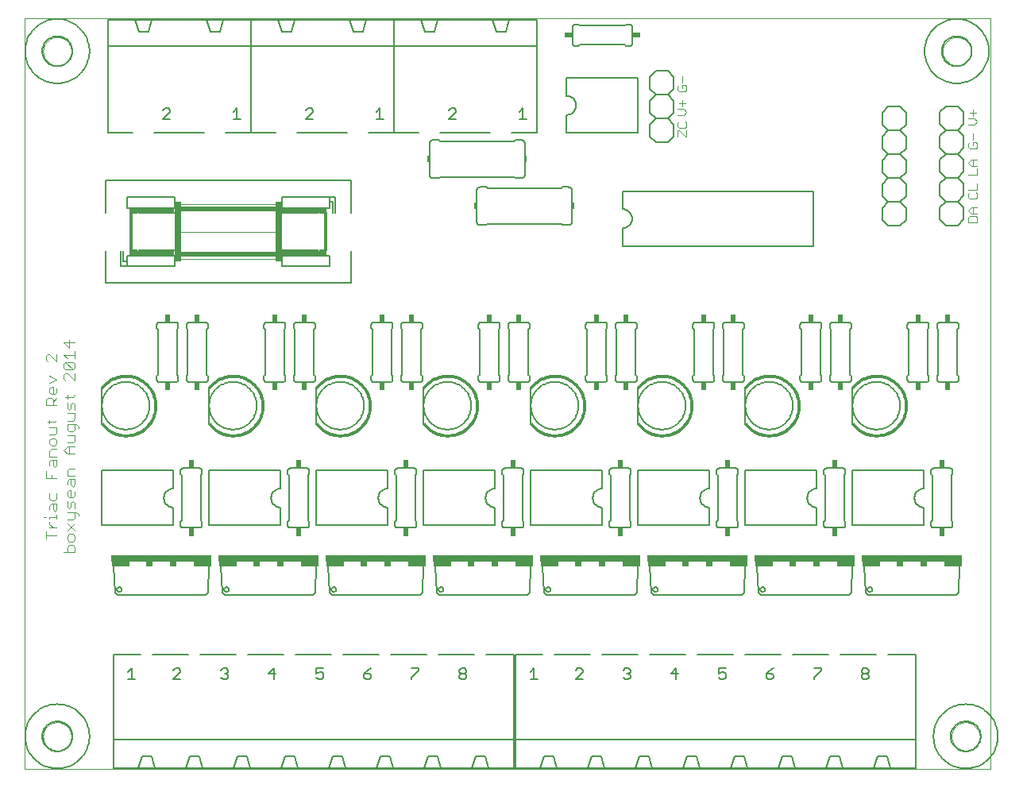
<source format=gto>
G75*
%MOIN*%
%OFA0B0*%
%FSLAX24Y24*%
%IPPOS*%
%LPD*%
%AMOC8*
5,1,8,0,0,1.08239X$1,22.5*
%
%ADD10C,0.0000*%
%ADD11C,0.0030*%
%ADD12C,0.0040*%
%ADD13C,0.0050*%
%ADD14R,0.4200X0.0300*%
%ADD15R,0.0750X0.0200*%
%ADD16R,0.0300X0.0200*%
%ADD17C,0.0060*%
%ADD18R,0.0240X0.0340*%
%ADD19C,0.0080*%
%ADD20C,0.0010*%
%ADD21C,0.0020*%
%ADD22R,0.0150X0.1600*%
%ADD23R,0.0350X0.0050*%
%ADD24R,0.0250X0.0450*%
%ADD25R,0.0250X0.1600*%
%ADD26R,0.4000X0.0200*%
%ADD27R,0.1550X0.0050*%
%ADD28R,0.1900X0.0200*%
%ADD29R,0.0110X0.0300*%
%ADD30R,0.0340X0.0240*%
D10*
X000325Y000425D02*
X000325Y031921D01*
X040876Y031921D01*
X040876Y000425D01*
X000325Y000425D01*
X001109Y001800D02*
X001111Y001848D01*
X001117Y001896D01*
X001127Y001943D01*
X001140Y001989D01*
X001158Y002034D01*
X001178Y002078D01*
X001203Y002120D01*
X001231Y002159D01*
X001261Y002196D01*
X001295Y002230D01*
X001332Y002262D01*
X001370Y002291D01*
X001411Y002316D01*
X001454Y002338D01*
X001499Y002356D01*
X001545Y002370D01*
X001592Y002381D01*
X001640Y002388D01*
X001688Y002391D01*
X001736Y002390D01*
X001784Y002385D01*
X001832Y002376D01*
X001878Y002364D01*
X001923Y002347D01*
X001967Y002327D01*
X002009Y002304D01*
X002049Y002277D01*
X002087Y002247D01*
X002122Y002214D01*
X002154Y002178D01*
X002184Y002140D01*
X002210Y002099D01*
X002232Y002056D01*
X002252Y002012D01*
X002267Y001967D01*
X002279Y001920D01*
X002287Y001872D01*
X002291Y001824D01*
X002291Y001776D01*
X002287Y001728D01*
X002279Y001680D01*
X002267Y001633D01*
X002252Y001588D01*
X002232Y001544D01*
X002210Y001501D01*
X002184Y001460D01*
X002154Y001422D01*
X002122Y001386D01*
X002087Y001353D01*
X002049Y001323D01*
X002009Y001296D01*
X001967Y001273D01*
X001923Y001253D01*
X001878Y001236D01*
X001832Y001224D01*
X001784Y001215D01*
X001736Y001210D01*
X001688Y001209D01*
X001640Y001212D01*
X001592Y001219D01*
X001545Y001230D01*
X001499Y001244D01*
X001454Y001262D01*
X001411Y001284D01*
X001370Y001309D01*
X001332Y001338D01*
X001295Y001370D01*
X001261Y001404D01*
X001231Y001441D01*
X001203Y001480D01*
X001178Y001522D01*
X001158Y001566D01*
X001140Y001611D01*
X001127Y001657D01*
X001117Y001704D01*
X001111Y001752D01*
X001109Y001800D01*
X001109Y030550D02*
X001111Y030598D01*
X001117Y030646D01*
X001127Y030693D01*
X001140Y030739D01*
X001158Y030784D01*
X001178Y030828D01*
X001203Y030870D01*
X001231Y030909D01*
X001261Y030946D01*
X001295Y030980D01*
X001332Y031012D01*
X001370Y031041D01*
X001411Y031066D01*
X001454Y031088D01*
X001499Y031106D01*
X001545Y031120D01*
X001592Y031131D01*
X001640Y031138D01*
X001688Y031141D01*
X001736Y031140D01*
X001784Y031135D01*
X001832Y031126D01*
X001878Y031114D01*
X001923Y031097D01*
X001967Y031077D01*
X002009Y031054D01*
X002049Y031027D01*
X002087Y030997D01*
X002122Y030964D01*
X002154Y030928D01*
X002184Y030890D01*
X002210Y030849D01*
X002232Y030806D01*
X002252Y030762D01*
X002267Y030717D01*
X002279Y030670D01*
X002287Y030622D01*
X002291Y030574D01*
X002291Y030526D01*
X002287Y030478D01*
X002279Y030430D01*
X002267Y030383D01*
X002252Y030338D01*
X002232Y030294D01*
X002210Y030251D01*
X002184Y030210D01*
X002154Y030172D01*
X002122Y030136D01*
X002087Y030103D01*
X002049Y030073D01*
X002009Y030046D01*
X001967Y030023D01*
X001923Y030003D01*
X001878Y029986D01*
X001832Y029974D01*
X001784Y029965D01*
X001736Y029960D01*
X001688Y029959D01*
X001640Y029962D01*
X001592Y029969D01*
X001545Y029980D01*
X001499Y029994D01*
X001454Y030012D01*
X001411Y030034D01*
X001370Y030059D01*
X001332Y030088D01*
X001295Y030120D01*
X001261Y030154D01*
X001231Y030191D01*
X001203Y030230D01*
X001178Y030272D01*
X001158Y030316D01*
X001140Y030361D01*
X001127Y030407D01*
X001117Y030454D01*
X001111Y030502D01*
X001109Y030550D01*
X038859Y030550D02*
X038861Y030598D01*
X038867Y030646D01*
X038877Y030693D01*
X038890Y030739D01*
X038908Y030784D01*
X038928Y030828D01*
X038953Y030870D01*
X038981Y030909D01*
X039011Y030946D01*
X039045Y030980D01*
X039082Y031012D01*
X039120Y031041D01*
X039161Y031066D01*
X039204Y031088D01*
X039249Y031106D01*
X039295Y031120D01*
X039342Y031131D01*
X039390Y031138D01*
X039438Y031141D01*
X039486Y031140D01*
X039534Y031135D01*
X039582Y031126D01*
X039628Y031114D01*
X039673Y031097D01*
X039717Y031077D01*
X039759Y031054D01*
X039799Y031027D01*
X039837Y030997D01*
X039872Y030964D01*
X039904Y030928D01*
X039934Y030890D01*
X039960Y030849D01*
X039982Y030806D01*
X040002Y030762D01*
X040017Y030717D01*
X040029Y030670D01*
X040037Y030622D01*
X040041Y030574D01*
X040041Y030526D01*
X040037Y030478D01*
X040029Y030430D01*
X040017Y030383D01*
X040002Y030338D01*
X039982Y030294D01*
X039960Y030251D01*
X039934Y030210D01*
X039904Y030172D01*
X039872Y030136D01*
X039837Y030103D01*
X039799Y030073D01*
X039759Y030046D01*
X039717Y030023D01*
X039673Y030003D01*
X039628Y029986D01*
X039582Y029974D01*
X039534Y029965D01*
X039486Y029960D01*
X039438Y029959D01*
X039390Y029962D01*
X039342Y029969D01*
X039295Y029980D01*
X039249Y029994D01*
X039204Y030012D01*
X039161Y030034D01*
X039120Y030059D01*
X039082Y030088D01*
X039045Y030120D01*
X039011Y030154D01*
X038981Y030191D01*
X038953Y030230D01*
X038928Y030272D01*
X038908Y030316D01*
X038890Y030361D01*
X038877Y030407D01*
X038867Y030454D01*
X038861Y030502D01*
X038859Y030550D01*
X039234Y001800D02*
X039236Y001848D01*
X039242Y001896D01*
X039252Y001943D01*
X039265Y001989D01*
X039283Y002034D01*
X039303Y002078D01*
X039328Y002120D01*
X039356Y002159D01*
X039386Y002196D01*
X039420Y002230D01*
X039457Y002262D01*
X039495Y002291D01*
X039536Y002316D01*
X039579Y002338D01*
X039624Y002356D01*
X039670Y002370D01*
X039717Y002381D01*
X039765Y002388D01*
X039813Y002391D01*
X039861Y002390D01*
X039909Y002385D01*
X039957Y002376D01*
X040003Y002364D01*
X040048Y002347D01*
X040092Y002327D01*
X040134Y002304D01*
X040174Y002277D01*
X040212Y002247D01*
X040247Y002214D01*
X040279Y002178D01*
X040309Y002140D01*
X040335Y002099D01*
X040357Y002056D01*
X040377Y002012D01*
X040392Y001967D01*
X040404Y001920D01*
X040412Y001872D01*
X040416Y001824D01*
X040416Y001776D01*
X040412Y001728D01*
X040404Y001680D01*
X040392Y001633D01*
X040377Y001588D01*
X040357Y001544D01*
X040335Y001501D01*
X040309Y001460D01*
X040279Y001422D01*
X040247Y001386D01*
X040212Y001353D01*
X040174Y001323D01*
X040134Y001296D01*
X040092Y001273D01*
X040048Y001253D01*
X040003Y001236D01*
X039957Y001224D01*
X039909Y001215D01*
X039861Y001210D01*
X039813Y001209D01*
X039765Y001212D01*
X039717Y001219D01*
X039670Y001230D01*
X039624Y001244D01*
X039579Y001262D01*
X039536Y001284D01*
X039495Y001309D01*
X039457Y001338D01*
X039420Y001370D01*
X039386Y001404D01*
X039356Y001441D01*
X039328Y001480D01*
X039303Y001522D01*
X039283Y001566D01*
X039265Y001611D01*
X039252Y001657D01*
X039242Y001704D01*
X039236Y001752D01*
X039234Y001800D01*
D11*
X039940Y023372D02*
X039940Y023557D01*
X040001Y023619D01*
X040248Y023619D01*
X040310Y023557D01*
X040310Y023372D01*
X039940Y023372D01*
X040063Y023740D02*
X039940Y023863D01*
X040063Y023987D01*
X040310Y023987D01*
X040125Y023987D02*
X040125Y023740D01*
X040063Y023740D02*
X040310Y023740D01*
X040248Y024372D02*
X040310Y024433D01*
X040310Y024557D01*
X040248Y024619D01*
X040310Y024740D02*
X039940Y024740D01*
X040001Y024619D02*
X039940Y024557D01*
X039940Y024433D01*
X040001Y024372D01*
X040248Y024372D01*
X040310Y024740D02*
X040310Y024987D01*
X040310Y025372D02*
X039940Y025372D01*
X040310Y025372D02*
X040310Y025619D01*
X040310Y025740D02*
X040063Y025740D01*
X039940Y025863D01*
X040063Y025987D01*
X040310Y025987D01*
X040125Y025987D02*
X040125Y025740D01*
X040248Y026472D02*
X040310Y026533D01*
X040310Y026657D01*
X040248Y026719D01*
X040125Y026719D01*
X040125Y026595D01*
X040248Y026472D02*
X040001Y026472D01*
X039940Y026533D01*
X039940Y026657D01*
X040001Y026719D01*
X040125Y026840D02*
X040125Y027087D01*
X040187Y027472D02*
X040310Y027595D01*
X040187Y027719D01*
X039940Y027719D01*
X040125Y027840D02*
X040125Y028087D01*
X040248Y027963D02*
X040001Y027963D01*
X039940Y027472D02*
X040187Y027472D01*
X028110Y027402D02*
X028110Y027525D01*
X028048Y027587D01*
X028110Y027402D02*
X028048Y027340D01*
X027801Y027340D01*
X027740Y027402D01*
X027740Y027525D01*
X027801Y027587D01*
X027740Y027872D02*
X027987Y027872D01*
X028110Y027995D01*
X027987Y028119D01*
X027740Y028119D01*
X027925Y028240D02*
X027925Y028487D01*
X028048Y028363D02*
X027801Y028363D01*
X027801Y028872D02*
X028048Y028872D01*
X028110Y028933D01*
X028110Y029057D01*
X028048Y029119D01*
X027925Y029119D01*
X027925Y028995D01*
X027925Y029119D01*
X028048Y029119D01*
X028110Y029057D01*
X028110Y028933D01*
X028048Y028872D01*
X027801Y028872D01*
X027740Y028933D01*
X027740Y029057D01*
X027801Y029119D01*
X027740Y029057D01*
X027740Y028933D01*
X027801Y028872D01*
X027925Y029240D02*
X027925Y029487D01*
X027925Y029240D01*
X027801Y027219D02*
X028048Y026972D01*
X028110Y026972D01*
X028110Y027219D01*
X027801Y027219D02*
X027740Y027219D01*
X027740Y026972D01*
D12*
X002583Y014812D02*
X002507Y014889D01*
X002123Y014889D01*
X002123Y014659D01*
X002200Y014582D01*
X002353Y014582D01*
X002430Y014659D01*
X002430Y014889D01*
X002583Y014812D02*
X002583Y014736D01*
X002430Y014429D02*
X002123Y014429D01*
X002430Y014429D02*
X002430Y014198D01*
X002353Y014122D01*
X002123Y014122D01*
X002123Y013968D02*
X002430Y013968D01*
X002200Y013968D02*
X002200Y013661D01*
X002123Y013661D02*
X001970Y013815D01*
X002123Y013968D01*
X002123Y013661D02*
X002430Y013661D01*
X001680Y013546D02*
X001373Y013546D01*
X001373Y013776D01*
X001450Y013853D01*
X001680Y013853D01*
X001603Y014007D02*
X001680Y014083D01*
X001680Y014237D01*
X001603Y014314D01*
X001450Y014314D01*
X001373Y014237D01*
X001373Y014083D01*
X001450Y014007D01*
X001603Y014007D01*
X001603Y014467D02*
X001680Y014544D01*
X001680Y014774D01*
X001373Y014774D01*
X001373Y014927D02*
X001373Y015081D01*
X001296Y015004D02*
X001603Y015004D01*
X001680Y015081D01*
X002123Y015043D02*
X002353Y015043D01*
X002430Y015119D01*
X002430Y015349D01*
X002123Y015349D01*
X002200Y015503D02*
X002123Y015580D01*
X002123Y015810D01*
X002123Y015963D02*
X002123Y016117D01*
X002046Y016040D02*
X002353Y016040D01*
X002430Y016117D01*
X002353Y015810D02*
X002277Y015733D01*
X002277Y015580D01*
X002200Y015503D01*
X002430Y015503D02*
X002430Y015733D01*
X002353Y015810D01*
X001680Y015695D02*
X001220Y015695D01*
X001220Y015925D01*
X001296Y016002D01*
X001450Y016002D01*
X001527Y015925D01*
X001527Y015695D01*
X001527Y015848D02*
X001680Y016002D01*
X001603Y016155D02*
X001450Y016155D01*
X001373Y016232D01*
X001373Y016385D01*
X001450Y016462D01*
X001527Y016462D01*
X001527Y016155D01*
X001603Y016155D02*
X001680Y016232D01*
X001680Y016385D01*
X001373Y016616D02*
X001680Y016769D01*
X001373Y016922D01*
X001970Y016961D02*
X001970Y016807D01*
X002046Y016731D01*
X001970Y016961D02*
X002046Y017038D01*
X002123Y017038D01*
X002430Y016731D01*
X002430Y017038D01*
X002353Y017191D02*
X002046Y017191D01*
X001970Y017268D01*
X001970Y017421D01*
X002046Y017498D01*
X002353Y017191D01*
X002430Y017268D01*
X002430Y017421D01*
X002353Y017498D01*
X002046Y017498D01*
X002123Y017651D02*
X001970Y017805D01*
X002430Y017805D01*
X002430Y017958D02*
X002430Y017651D01*
X001680Y017536D02*
X001680Y017843D01*
X001680Y017536D02*
X001373Y017843D01*
X001296Y017843D01*
X001220Y017766D01*
X001220Y017613D01*
X001296Y017536D01*
X001970Y018342D02*
X002200Y018112D01*
X002200Y018419D01*
X002430Y018342D02*
X001970Y018342D01*
X001603Y014467D02*
X001373Y014467D01*
X001450Y013393D02*
X001680Y013393D01*
X001680Y013163D01*
X001603Y013086D01*
X001527Y013163D01*
X001527Y013393D01*
X001450Y013393D02*
X001373Y013316D01*
X001373Y013163D01*
X001220Y012932D02*
X001220Y012625D01*
X001680Y012625D01*
X001450Y012625D02*
X001450Y012779D01*
X002123Y012741D02*
X002123Y012971D01*
X002200Y013047D01*
X002430Y013047D01*
X002430Y012741D02*
X002123Y012741D01*
X002200Y012587D02*
X002430Y012587D01*
X002430Y012357D01*
X002353Y012280D01*
X002277Y012357D01*
X002277Y012587D01*
X002200Y012587D02*
X002123Y012510D01*
X002123Y012357D01*
X002200Y012127D02*
X002277Y012127D01*
X002277Y011820D01*
X002353Y011820D02*
X002200Y011820D01*
X002123Y011896D01*
X002123Y012050D01*
X002200Y012127D01*
X002430Y012050D02*
X002430Y011896D01*
X002353Y011820D01*
X002353Y011666D02*
X002277Y011590D01*
X002277Y011436D01*
X002200Y011359D01*
X002123Y011436D01*
X002123Y011666D01*
X002353Y011666D02*
X002430Y011590D01*
X002430Y011359D01*
X002430Y011206D02*
X002430Y010976D01*
X002353Y010899D01*
X002123Y010899D01*
X002123Y010746D02*
X002430Y010439D01*
X002353Y010285D02*
X002200Y010285D01*
X002123Y010208D01*
X002123Y010055D01*
X002200Y009978D01*
X002353Y009978D01*
X002430Y010055D01*
X002430Y010208D01*
X002353Y010285D01*
X002123Y010439D02*
X002430Y010746D01*
X002583Y011052D02*
X002583Y011129D01*
X002507Y011206D01*
X002123Y011206D01*
X001680Y011321D02*
X001603Y011244D01*
X001527Y011321D01*
X001527Y011551D01*
X001450Y011551D02*
X001680Y011551D01*
X001680Y011321D01*
X001680Y011091D02*
X001680Y010937D01*
X001680Y011014D02*
X001373Y011014D01*
X001373Y010937D01*
X001373Y010784D02*
X001373Y010707D01*
X001527Y010554D01*
X001680Y010554D02*
X001373Y010554D01*
X001220Y010400D02*
X001220Y010093D01*
X001220Y010247D02*
X001680Y010247D01*
X002123Y009748D02*
X002123Y009518D01*
X001970Y009518D02*
X002430Y009518D01*
X002430Y009748D01*
X002353Y009825D01*
X002200Y009825D01*
X002123Y009748D01*
X001220Y011014D02*
X001143Y011014D01*
X001373Y011321D02*
X001373Y011474D01*
X001450Y011551D01*
X001450Y011705D02*
X001603Y011705D01*
X001680Y011781D01*
X001680Y012012D01*
X001373Y012012D02*
X001373Y011781D01*
X001450Y011705D01*
D13*
X004075Y008975D02*
X004125Y007825D01*
X004225Y007725D01*
X007925Y007725D01*
X008025Y007825D01*
X008075Y008975D01*
X008575Y008975D02*
X008625Y007825D01*
X008725Y007725D01*
X012425Y007725D01*
X012525Y007825D01*
X012575Y008975D01*
X013075Y008975D02*
X013125Y007825D01*
X013225Y007725D01*
X016925Y007725D01*
X017025Y007825D01*
X017075Y008975D01*
X017575Y008975D02*
X017625Y007825D01*
X017725Y007725D01*
X021425Y007725D01*
X021525Y007825D01*
X021575Y008975D01*
X022075Y008975D02*
X022125Y007825D01*
X022225Y007725D01*
X025925Y007725D01*
X026025Y007825D01*
X026075Y008975D01*
X026575Y008975D02*
X026625Y007825D01*
X026725Y007725D01*
X030425Y007725D01*
X030525Y007825D01*
X030575Y008975D01*
X031075Y008975D02*
X031125Y007825D01*
X031225Y007725D01*
X034925Y007725D01*
X035025Y007825D01*
X035075Y008975D01*
X035575Y008975D02*
X035625Y007825D01*
X035725Y007725D01*
X039425Y007725D01*
X039525Y007825D01*
X039575Y008975D01*
X035705Y007965D02*
X035707Y007985D01*
X035713Y008003D01*
X035722Y008021D01*
X035734Y008036D01*
X035749Y008048D01*
X035767Y008057D01*
X035785Y008063D01*
X035805Y008065D01*
X035825Y008063D01*
X035843Y008057D01*
X035861Y008048D01*
X035876Y008036D01*
X035888Y008021D01*
X035897Y008003D01*
X035903Y007985D01*
X035905Y007965D01*
X035903Y007945D01*
X035897Y007927D01*
X035888Y007909D01*
X035876Y007894D01*
X035861Y007882D01*
X035843Y007873D01*
X035825Y007867D01*
X035805Y007865D01*
X035785Y007867D01*
X035767Y007873D01*
X035749Y007882D01*
X035734Y007894D01*
X035722Y007909D01*
X035713Y007927D01*
X035707Y007945D01*
X035705Y007965D01*
X035675Y004650D02*
X035750Y004575D01*
X035750Y004500D01*
X035675Y004425D01*
X035525Y004425D01*
X035450Y004500D01*
X035450Y004575D01*
X035525Y004650D01*
X035675Y004650D01*
X035675Y004425D02*
X035750Y004350D01*
X035750Y004275D01*
X035675Y004200D01*
X035525Y004200D01*
X035450Y004275D01*
X035450Y004350D01*
X035525Y004425D01*
X033750Y004575D02*
X033450Y004275D01*
X033450Y004200D01*
X033450Y004650D02*
X033750Y004650D01*
X033750Y004575D01*
X031750Y004650D02*
X031600Y004575D01*
X031450Y004425D01*
X031675Y004425D01*
X031750Y004350D01*
X031750Y004275D01*
X031675Y004200D01*
X031525Y004200D01*
X031450Y004275D01*
X031450Y004425D01*
X029750Y004425D02*
X029750Y004275D01*
X029675Y004200D01*
X029525Y004200D01*
X029450Y004275D01*
X029450Y004425D02*
X029600Y004500D01*
X029675Y004500D01*
X029750Y004425D01*
X029750Y004650D02*
X029450Y004650D01*
X029450Y004425D01*
X027750Y004425D02*
X027450Y004425D01*
X027675Y004650D01*
X027675Y004200D01*
X025750Y004275D02*
X025675Y004200D01*
X025525Y004200D01*
X025450Y004275D01*
X025600Y004425D02*
X025675Y004425D01*
X025750Y004350D01*
X025750Y004275D01*
X025675Y004425D02*
X025750Y004500D01*
X025750Y004575D01*
X025675Y004650D01*
X025525Y004650D01*
X025450Y004575D01*
X023750Y004575D02*
X023750Y004500D01*
X023450Y004200D01*
X023750Y004200D01*
X023750Y004575D02*
X023675Y004650D01*
X023525Y004650D01*
X023450Y004575D01*
X021850Y004200D02*
X021550Y004200D01*
X021700Y004200D02*
X021700Y004650D01*
X021550Y004500D01*
X018875Y004500D02*
X018800Y004425D01*
X018650Y004425D01*
X018575Y004500D01*
X018575Y004575D01*
X018650Y004650D01*
X018800Y004650D01*
X018875Y004575D01*
X018875Y004500D01*
X018800Y004425D02*
X018875Y004350D01*
X018875Y004275D01*
X018800Y004200D01*
X018650Y004200D01*
X018575Y004275D01*
X018575Y004350D01*
X018650Y004425D01*
X016875Y004575D02*
X016575Y004275D01*
X016575Y004200D01*
X016575Y004650D02*
X016875Y004650D01*
X016875Y004575D01*
X014875Y004650D02*
X014725Y004575D01*
X014575Y004425D01*
X014800Y004425D01*
X014875Y004350D01*
X014875Y004275D01*
X014800Y004200D01*
X014650Y004200D01*
X014575Y004275D01*
X014575Y004425D01*
X012875Y004425D02*
X012875Y004275D01*
X012800Y004200D01*
X012650Y004200D01*
X012575Y004275D01*
X012575Y004425D02*
X012725Y004500D01*
X012800Y004500D01*
X012875Y004425D01*
X012875Y004650D02*
X012575Y004650D01*
X012575Y004425D01*
X010875Y004425D02*
X010575Y004425D01*
X010800Y004650D01*
X010800Y004200D01*
X008875Y004275D02*
X008800Y004200D01*
X008650Y004200D01*
X008575Y004275D01*
X008725Y004425D02*
X008800Y004425D01*
X008875Y004350D01*
X008875Y004275D01*
X008800Y004425D02*
X008875Y004500D01*
X008875Y004575D01*
X008800Y004650D01*
X008650Y004650D01*
X008575Y004575D01*
X006875Y004575D02*
X006875Y004500D01*
X006575Y004200D01*
X006875Y004200D01*
X006875Y004575D02*
X006800Y004650D01*
X006650Y004650D01*
X006575Y004575D01*
X004975Y004200D02*
X004675Y004200D01*
X004825Y004200D02*
X004825Y004650D01*
X004675Y004500D01*
X004205Y007965D02*
X004207Y007985D01*
X004213Y008003D01*
X004222Y008021D01*
X004234Y008036D01*
X004249Y008048D01*
X004267Y008057D01*
X004285Y008063D01*
X004305Y008065D01*
X004325Y008063D01*
X004343Y008057D01*
X004361Y008048D01*
X004376Y008036D01*
X004388Y008021D01*
X004397Y008003D01*
X004403Y007985D01*
X004405Y007965D01*
X004403Y007945D01*
X004397Y007927D01*
X004388Y007909D01*
X004376Y007894D01*
X004361Y007882D01*
X004343Y007873D01*
X004325Y007867D01*
X004305Y007865D01*
X004285Y007867D01*
X004267Y007873D01*
X004249Y007882D01*
X004234Y007894D01*
X004222Y007909D01*
X004213Y007927D01*
X004207Y007945D01*
X004205Y007965D01*
X008705Y007965D02*
X008707Y007985D01*
X008713Y008003D01*
X008722Y008021D01*
X008734Y008036D01*
X008749Y008048D01*
X008767Y008057D01*
X008785Y008063D01*
X008805Y008065D01*
X008825Y008063D01*
X008843Y008057D01*
X008861Y008048D01*
X008876Y008036D01*
X008888Y008021D01*
X008897Y008003D01*
X008903Y007985D01*
X008905Y007965D01*
X008903Y007945D01*
X008897Y007927D01*
X008888Y007909D01*
X008876Y007894D01*
X008861Y007882D01*
X008843Y007873D01*
X008825Y007867D01*
X008805Y007865D01*
X008785Y007867D01*
X008767Y007873D01*
X008749Y007882D01*
X008734Y007894D01*
X008722Y007909D01*
X008713Y007927D01*
X008707Y007945D01*
X008705Y007965D01*
X013205Y007965D02*
X013207Y007985D01*
X013213Y008003D01*
X013222Y008021D01*
X013234Y008036D01*
X013249Y008048D01*
X013267Y008057D01*
X013285Y008063D01*
X013305Y008065D01*
X013325Y008063D01*
X013343Y008057D01*
X013361Y008048D01*
X013376Y008036D01*
X013388Y008021D01*
X013397Y008003D01*
X013403Y007985D01*
X013405Y007965D01*
X013403Y007945D01*
X013397Y007927D01*
X013388Y007909D01*
X013376Y007894D01*
X013361Y007882D01*
X013343Y007873D01*
X013325Y007867D01*
X013305Y007865D01*
X013285Y007867D01*
X013267Y007873D01*
X013249Y007882D01*
X013234Y007894D01*
X013222Y007909D01*
X013213Y007927D01*
X013207Y007945D01*
X013205Y007965D01*
X017705Y007965D02*
X017707Y007985D01*
X017713Y008003D01*
X017722Y008021D01*
X017734Y008036D01*
X017749Y008048D01*
X017767Y008057D01*
X017785Y008063D01*
X017805Y008065D01*
X017825Y008063D01*
X017843Y008057D01*
X017861Y008048D01*
X017876Y008036D01*
X017888Y008021D01*
X017897Y008003D01*
X017903Y007985D01*
X017905Y007965D01*
X017903Y007945D01*
X017897Y007927D01*
X017888Y007909D01*
X017876Y007894D01*
X017861Y007882D01*
X017843Y007873D01*
X017825Y007867D01*
X017805Y007865D01*
X017785Y007867D01*
X017767Y007873D01*
X017749Y007882D01*
X017734Y007894D01*
X017722Y007909D01*
X017713Y007927D01*
X017707Y007945D01*
X017705Y007965D01*
X022205Y007965D02*
X022207Y007985D01*
X022213Y008003D01*
X022222Y008021D01*
X022234Y008036D01*
X022249Y008048D01*
X022267Y008057D01*
X022285Y008063D01*
X022305Y008065D01*
X022325Y008063D01*
X022343Y008057D01*
X022361Y008048D01*
X022376Y008036D01*
X022388Y008021D01*
X022397Y008003D01*
X022403Y007985D01*
X022405Y007965D01*
X022403Y007945D01*
X022397Y007927D01*
X022388Y007909D01*
X022376Y007894D01*
X022361Y007882D01*
X022343Y007873D01*
X022325Y007867D01*
X022305Y007865D01*
X022285Y007867D01*
X022267Y007873D01*
X022249Y007882D01*
X022234Y007894D01*
X022222Y007909D01*
X022213Y007927D01*
X022207Y007945D01*
X022205Y007965D01*
X026705Y007965D02*
X026707Y007985D01*
X026713Y008003D01*
X026722Y008021D01*
X026734Y008036D01*
X026749Y008048D01*
X026767Y008057D01*
X026785Y008063D01*
X026805Y008065D01*
X026825Y008063D01*
X026843Y008057D01*
X026861Y008048D01*
X026876Y008036D01*
X026888Y008021D01*
X026897Y008003D01*
X026903Y007985D01*
X026905Y007965D01*
X026903Y007945D01*
X026897Y007927D01*
X026888Y007909D01*
X026876Y007894D01*
X026861Y007882D01*
X026843Y007873D01*
X026825Y007867D01*
X026805Y007865D01*
X026785Y007867D01*
X026767Y007873D01*
X026749Y007882D01*
X026734Y007894D01*
X026722Y007909D01*
X026713Y007927D01*
X026707Y007945D01*
X026705Y007965D01*
X031205Y007965D02*
X031207Y007985D01*
X031213Y008003D01*
X031222Y008021D01*
X031234Y008036D01*
X031249Y008048D01*
X031267Y008057D01*
X031285Y008063D01*
X031305Y008065D01*
X031325Y008063D01*
X031343Y008057D01*
X031361Y008048D01*
X031376Y008036D01*
X031388Y008021D01*
X031397Y008003D01*
X031403Y007985D01*
X031405Y007965D01*
X031403Y007945D01*
X031397Y007927D01*
X031388Y007909D01*
X031376Y007894D01*
X031361Y007882D01*
X031343Y007873D01*
X031325Y007867D01*
X031305Y007865D01*
X031285Y007867D01*
X031267Y007873D01*
X031249Y007882D01*
X031234Y007894D01*
X031222Y007909D01*
X031213Y007927D01*
X031207Y007945D01*
X031205Y007965D01*
X021390Y027700D02*
X021090Y027700D01*
X021240Y027700D02*
X021240Y028150D01*
X021090Y028000D01*
X018440Y028000D02*
X018440Y028075D01*
X018365Y028150D01*
X018215Y028150D01*
X018140Y028075D01*
X018440Y028000D02*
X018140Y027700D01*
X018440Y027700D01*
X015390Y027700D02*
X015090Y027700D01*
X015240Y027700D02*
X015240Y028150D01*
X015090Y028000D01*
X012440Y028000D02*
X012140Y027700D01*
X012440Y027700D01*
X012440Y028000D02*
X012440Y028075D01*
X012365Y028150D01*
X012215Y028150D01*
X012140Y028075D01*
X009390Y027700D02*
X009090Y027700D01*
X009240Y027700D02*
X009240Y028150D01*
X009090Y028000D01*
X006440Y028000D02*
X006440Y028075D01*
X006365Y028150D01*
X006215Y028150D01*
X006140Y028075D01*
X006440Y028000D02*
X006140Y027700D01*
X006440Y027700D01*
D14*
X006075Y009275D03*
X010575Y009275D03*
X015075Y009275D03*
X019575Y009275D03*
X024075Y009275D03*
X028575Y009275D03*
X033075Y009275D03*
X037575Y009275D03*
D15*
X035850Y009025D03*
X034800Y009025D03*
X031350Y009025D03*
X030300Y009025D03*
X026850Y009025D03*
X025800Y009025D03*
X022350Y009025D03*
X021300Y009025D03*
X017850Y009025D03*
X016800Y009025D03*
X013350Y009025D03*
X012300Y009025D03*
X008850Y009025D03*
X007800Y009025D03*
X004350Y009025D03*
X039300Y009025D03*
D16*
X038075Y009025D03*
X037075Y009025D03*
X033575Y009025D03*
X032575Y009025D03*
X029075Y009025D03*
X028075Y009025D03*
X024575Y009025D03*
X023575Y009025D03*
X020075Y009025D03*
X019075Y009025D03*
X015575Y009025D03*
X014575Y009025D03*
X011075Y009025D03*
X010075Y009025D03*
X006575Y009025D03*
X005575Y009025D03*
D17*
X006975Y010550D02*
X007675Y010550D01*
X007692Y010552D01*
X007709Y010556D01*
X007725Y010563D01*
X007739Y010573D01*
X007752Y010586D01*
X007762Y010600D01*
X007769Y010616D01*
X007773Y010633D01*
X007775Y010650D01*
X007775Y010800D01*
X007725Y010850D01*
X007725Y012750D01*
X007775Y012800D01*
X007775Y012950D01*
X007773Y012967D01*
X007769Y012984D01*
X007762Y013000D01*
X007752Y013014D01*
X007739Y013027D01*
X007725Y013037D01*
X007709Y013044D01*
X007692Y013048D01*
X007675Y013050D01*
X006975Y013050D01*
X006958Y013048D01*
X006941Y013044D01*
X006925Y013037D01*
X006911Y013027D01*
X006898Y013014D01*
X006888Y013000D01*
X006881Y012984D01*
X006877Y012967D01*
X006875Y012950D01*
X006875Y012800D01*
X006925Y012750D01*
X006925Y010850D01*
X006875Y010800D01*
X006875Y010650D01*
X006877Y010633D01*
X006881Y010616D01*
X006888Y010600D01*
X006898Y010586D01*
X006911Y010573D01*
X006925Y010563D01*
X006941Y010556D01*
X006958Y010552D01*
X006975Y010550D01*
X006575Y010650D02*
X006575Y011400D01*
X006536Y011402D01*
X006497Y011408D01*
X006459Y011417D01*
X006422Y011430D01*
X006386Y011447D01*
X006353Y011467D01*
X006321Y011491D01*
X006292Y011517D01*
X006266Y011546D01*
X006242Y011578D01*
X006222Y011611D01*
X006205Y011647D01*
X006192Y011684D01*
X006183Y011722D01*
X006177Y011761D01*
X006175Y011800D01*
X006177Y011839D01*
X006183Y011878D01*
X006192Y011916D01*
X006205Y011953D01*
X006222Y011989D01*
X006242Y012022D01*
X006266Y012054D01*
X006292Y012083D01*
X006321Y012109D01*
X006353Y012133D01*
X006386Y012153D01*
X006422Y012170D01*
X006459Y012183D01*
X006497Y012192D01*
X006536Y012198D01*
X006575Y012200D01*
X006575Y012950D01*
X003575Y012950D01*
X003575Y010650D01*
X006575Y010650D01*
X008075Y010650D02*
X008075Y012950D01*
X011075Y012950D01*
X011075Y012200D01*
X011036Y012198D01*
X010997Y012192D01*
X010959Y012183D01*
X010922Y012170D01*
X010886Y012153D01*
X010853Y012133D01*
X010821Y012109D01*
X010792Y012083D01*
X010766Y012054D01*
X010742Y012022D01*
X010722Y011989D01*
X010705Y011953D01*
X010692Y011916D01*
X010683Y011878D01*
X010677Y011839D01*
X010675Y011800D01*
X010677Y011761D01*
X010683Y011722D01*
X010692Y011684D01*
X010705Y011647D01*
X010722Y011611D01*
X010742Y011578D01*
X010766Y011546D01*
X010792Y011517D01*
X010821Y011491D01*
X010853Y011467D01*
X010886Y011447D01*
X010922Y011430D01*
X010959Y011417D01*
X010997Y011408D01*
X011036Y011402D01*
X011075Y011400D01*
X011075Y010650D01*
X008075Y010650D01*
X011375Y010650D02*
X011375Y010800D01*
X011425Y010850D01*
X011425Y012750D01*
X011375Y012800D01*
X011375Y012950D01*
X011377Y012967D01*
X011381Y012984D01*
X011388Y013000D01*
X011398Y013014D01*
X011411Y013027D01*
X011425Y013037D01*
X011441Y013044D01*
X011458Y013048D01*
X011475Y013050D01*
X012175Y013050D01*
X012192Y013048D01*
X012209Y013044D01*
X012225Y013037D01*
X012239Y013027D01*
X012252Y013014D01*
X012262Y013000D01*
X012269Y012984D01*
X012273Y012967D01*
X012275Y012950D01*
X012275Y012800D01*
X012225Y012750D01*
X012225Y010850D01*
X012275Y010800D01*
X012275Y010650D01*
X012273Y010633D01*
X012269Y010616D01*
X012262Y010600D01*
X012252Y010586D01*
X012239Y010573D01*
X012225Y010563D01*
X012209Y010556D01*
X012192Y010552D01*
X012175Y010550D01*
X011475Y010550D01*
X011458Y010552D01*
X011441Y010556D01*
X011425Y010563D01*
X011411Y010573D01*
X011398Y010586D01*
X011388Y010600D01*
X011381Y010616D01*
X011377Y010633D01*
X011375Y010650D01*
X012575Y010650D02*
X012575Y012950D01*
X015575Y012950D01*
X015575Y012200D01*
X015536Y012198D01*
X015497Y012192D01*
X015459Y012183D01*
X015422Y012170D01*
X015386Y012153D01*
X015353Y012133D01*
X015321Y012109D01*
X015292Y012083D01*
X015266Y012054D01*
X015242Y012022D01*
X015222Y011989D01*
X015205Y011953D01*
X015192Y011916D01*
X015183Y011878D01*
X015177Y011839D01*
X015175Y011800D01*
X015177Y011761D01*
X015183Y011722D01*
X015192Y011684D01*
X015205Y011647D01*
X015222Y011611D01*
X015242Y011578D01*
X015266Y011546D01*
X015292Y011517D01*
X015321Y011491D01*
X015353Y011467D01*
X015386Y011447D01*
X015422Y011430D01*
X015459Y011417D01*
X015497Y011408D01*
X015536Y011402D01*
X015575Y011400D01*
X015575Y010650D01*
X012575Y010650D01*
X015875Y010650D02*
X015875Y010800D01*
X015925Y010850D01*
X015925Y012750D01*
X015875Y012800D01*
X015875Y012950D01*
X015877Y012967D01*
X015881Y012984D01*
X015888Y013000D01*
X015898Y013014D01*
X015911Y013027D01*
X015925Y013037D01*
X015941Y013044D01*
X015958Y013048D01*
X015975Y013050D01*
X016675Y013050D01*
X016692Y013048D01*
X016709Y013044D01*
X016725Y013037D01*
X016739Y013027D01*
X016752Y013014D01*
X016762Y013000D01*
X016769Y012984D01*
X016773Y012967D01*
X016775Y012950D01*
X016775Y012800D01*
X016725Y012750D01*
X016725Y010850D01*
X016775Y010800D01*
X016775Y010650D01*
X016773Y010633D01*
X016769Y010616D01*
X016762Y010600D01*
X016752Y010586D01*
X016739Y010573D01*
X016725Y010563D01*
X016709Y010556D01*
X016692Y010552D01*
X016675Y010550D01*
X015975Y010550D01*
X015958Y010552D01*
X015941Y010556D01*
X015925Y010563D01*
X015911Y010573D01*
X015898Y010586D01*
X015888Y010600D01*
X015881Y010616D01*
X015877Y010633D01*
X015875Y010650D01*
X017075Y010650D02*
X017075Y012950D01*
X020075Y012950D01*
X020075Y012200D01*
X020036Y012198D01*
X019997Y012192D01*
X019959Y012183D01*
X019922Y012170D01*
X019886Y012153D01*
X019853Y012133D01*
X019821Y012109D01*
X019792Y012083D01*
X019766Y012054D01*
X019742Y012022D01*
X019722Y011989D01*
X019705Y011953D01*
X019692Y011916D01*
X019683Y011878D01*
X019677Y011839D01*
X019675Y011800D01*
X019677Y011761D01*
X019683Y011722D01*
X019692Y011684D01*
X019705Y011647D01*
X019722Y011611D01*
X019742Y011578D01*
X019766Y011546D01*
X019792Y011517D01*
X019821Y011491D01*
X019853Y011467D01*
X019886Y011447D01*
X019922Y011430D01*
X019959Y011417D01*
X019997Y011408D01*
X020036Y011402D01*
X020075Y011400D01*
X020075Y010650D01*
X017075Y010650D01*
X020375Y010650D02*
X020375Y010800D01*
X020425Y010850D01*
X020425Y012750D01*
X020375Y012800D01*
X020375Y012950D01*
X020377Y012967D01*
X020381Y012984D01*
X020388Y013000D01*
X020398Y013014D01*
X020411Y013027D01*
X020425Y013037D01*
X020441Y013044D01*
X020458Y013048D01*
X020475Y013050D01*
X021175Y013050D01*
X021192Y013048D01*
X021209Y013044D01*
X021225Y013037D01*
X021239Y013027D01*
X021252Y013014D01*
X021262Y013000D01*
X021269Y012984D01*
X021273Y012967D01*
X021275Y012950D01*
X021275Y012800D01*
X021225Y012750D01*
X021225Y010850D01*
X021275Y010800D01*
X021275Y010650D01*
X021273Y010633D01*
X021269Y010616D01*
X021262Y010600D01*
X021252Y010586D01*
X021239Y010573D01*
X021225Y010563D01*
X021209Y010556D01*
X021192Y010552D01*
X021175Y010550D01*
X020475Y010550D01*
X020458Y010552D01*
X020441Y010556D01*
X020425Y010563D01*
X020411Y010573D01*
X020398Y010586D01*
X020388Y010600D01*
X020381Y010616D01*
X020377Y010633D01*
X020375Y010650D01*
X021575Y010650D02*
X021575Y012950D01*
X024575Y012950D01*
X024575Y012200D01*
X024536Y012198D01*
X024497Y012192D01*
X024459Y012183D01*
X024422Y012170D01*
X024386Y012153D01*
X024353Y012133D01*
X024321Y012109D01*
X024292Y012083D01*
X024266Y012054D01*
X024242Y012022D01*
X024222Y011989D01*
X024205Y011953D01*
X024192Y011916D01*
X024183Y011878D01*
X024177Y011839D01*
X024175Y011800D01*
X024177Y011761D01*
X024183Y011722D01*
X024192Y011684D01*
X024205Y011647D01*
X024222Y011611D01*
X024242Y011578D01*
X024266Y011546D01*
X024292Y011517D01*
X024321Y011491D01*
X024353Y011467D01*
X024386Y011447D01*
X024422Y011430D01*
X024459Y011417D01*
X024497Y011408D01*
X024536Y011402D01*
X024575Y011400D01*
X024575Y010650D01*
X021575Y010650D01*
X024875Y010650D02*
X024875Y010800D01*
X024925Y010850D01*
X024925Y012750D01*
X024875Y012800D01*
X024875Y012950D01*
X024877Y012967D01*
X024881Y012984D01*
X024888Y013000D01*
X024898Y013014D01*
X024911Y013027D01*
X024925Y013037D01*
X024941Y013044D01*
X024958Y013048D01*
X024975Y013050D01*
X025675Y013050D01*
X025692Y013048D01*
X025709Y013044D01*
X025725Y013037D01*
X025739Y013027D01*
X025752Y013014D01*
X025762Y013000D01*
X025769Y012984D01*
X025773Y012967D01*
X025775Y012950D01*
X025775Y012800D01*
X025725Y012750D01*
X025725Y010850D01*
X025775Y010800D01*
X025775Y010650D01*
X025773Y010633D01*
X025769Y010616D01*
X025762Y010600D01*
X025752Y010586D01*
X025739Y010573D01*
X025725Y010563D01*
X025709Y010556D01*
X025692Y010552D01*
X025675Y010550D01*
X024975Y010550D01*
X024958Y010552D01*
X024941Y010556D01*
X024925Y010563D01*
X024911Y010573D01*
X024898Y010586D01*
X024888Y010600D01*
X024881Y010616D01*
X024877Y010633D01*
X024875Y010650D01*
X026075Y010650D02*
X026075Y012950D01*
X029075Y012950D01*
X029075Y012200D01*
X029036Y012198D01*
X028997Y012192D01*
X028959Y012183D01*
X028922Y012170D01*
X028886Y012153D01*
X028853Y012133D01*
X028821Y012109D01*
X028792Y012083D01*
X028766Y012054D01*
X028742Y012022D01*
X028722Y011989D01*
X028705Y011953D01*
X028692Y011916D01*
X028683Y011878D01*
X028677Y011839D01*
X028675Y011800D01*
X028677Y011761D01*
X028683Y011722D01*
X028692Y011684D01*
X028705Y011647D01*
X028722Y011611D01*
X028742Y011578D01*
X028766Y011546D01*
X028792Y011517D01*
X028821Y011491D01*
X028853Y011467D01*
X028886Y011447D01*
X028922Y011430D01*
X028959Y011417D01*
X028997Y011408D01*
X029036Y011402D01*
X029075Y011400D01*
X029075Y010650D01*
X026075Y010650D01*
X029375Y010650D02*
X029375Y010800D01*
X029425Y010850D01*
X029425Y012750D01*
X029375Y012800D01*
X029375Y012950D01*
X029377Y012967D01*
X029381Y012984D01*
X029388Y013000D01*
X029398Y013014D01*
X029411Y013027D01*
X029425Y013037D01*
X029441Y013044D01*
X029458Y013048D01*
X029475Y013050D01*
X030175Y013050D01*
X030192Y013048D01*
X030209Y013044D01*
X030225Y013037D01*
X030239Y013027D01*
X030252Y013014D01*
X030262Y013000D01*
X030269Y012984D01*
X030273Y012967D01*
X030275Y012950D01*
X030275Y012800D01*
X030225Y012750D01*
X030225Y010850D01*
X030275Y010800D01*
X030275Y010650D01*
X030273Y010633D01*
X030269Y010616D01*
X030262Y010600D01*
X030252Y010586D01*
X030239Y010573D01*
X030225Y010563D01*
X030209Y010556D01*
X030192Y010552D01*
X030175Y010550D01*
X029475Y010550D01*
X029458Y010552D01*
X029441Y010556D01*
X029425Y010563D01*
X029411Y010573D01*
X029398Y010586D01*
X029388Y010600D01*
X029381Y010616D01*
X029377Y010633D01*
X029375Y010650D01*
X030575Y010650D02*
X030575Y012950D01*
X033575Y012950D01*
X033575Y012200D01*
X033536Y012198D01*
X033497Y012192D01*
X033459Y012183D01*
X033422Y012170D01*
X033386Y012153D01*
X033353Y012133D01*
X033321Y012109D01*
X033292Y012083D01*
X033266Y012054D01*
X033242Y012022D01*
X033222Y011989D01*
X033205Y011953D01*
X033192Y011916D01*
X033183Y011878D01*
X033177Y011839D01*
X033175Y011800D01*
X033177Y011761D01*
X033183Y011722D01*
X033192Y011684D01*
X033205Y011647D01*
X033222Y011611D01*
X033242Y011578D01*
X033266Y011546D01*
X033292Y011517D01*
X033321Y011491D01*
X033353Y011467D01*
X033386Y011447D01*
X033422Y011430D01*
X033459Y011417D01*
X033497Y011408D01*
X033536Y011402D01*
X033575Y011400D01*
X033575Y010650D01*
X030575Y010650D01*
X033875Y010650D02*
X033875Y010800D01*
X033925Y010850D01*
X033925Y012750D01*
X033875Y012800D01*
X033875Y012950D01*
X033877Y012967D01*
X033881Y012984D01*
X033888Y013000D01*
X033898Y013014D01*
X033911Y013027D01*
X033925Y013037D01*
X033941Y013044D01*
X033958Y013048D01*
X033975Y013050D01*
X034675Y013050D01*
X034692Y013048D01*
X034709Y013044D01*
X034725Y013037D01*
X034739Y013027D01*
X034752Y013014D01*
X034762Y013000D01*
X034769Y012984D01*
X034773Y012967D01*
X034775Y012950D01*
X034775Y012800D01*
X034725Y012750D01*
X034725Y010850D01*
X034775Y010800D01*
X034775Y010650D01*
X034773Y010633D01*
X034769Y010616D01*
X034762Y010600D01*
X034752Y010586D01*
X034739Y010573D01*
X034725Y010563D01*
X034709Y010556D01*
X034692Y010552D01*
X034675Y010550D01*
X033975Y010550D01*
X033958Y010552D01*
X033941Y010556D01*
X033925Y010563D01*
X033911Y010573D01*
X033898Y010586D01*
X033888Y010600D01*
X033881Y010616D01*
X033877Y010633D01*
X033875Y010650D01*
X035075Y010650D02*
X035075Y012950D01*
X038075Y012950D01*
X038075Y012200D01*
X038036Y012198D01*
X037997Y012192D01*
X037959Y012183D01*
X037922Y012170D01*
X037886Y012153D01*
X037853Y012133D01*
X037821Y012109D01*
X037792Y012083D01*
X037766Y012054D01*
X037742Y012022D01*
X037722Y011989D01*
X037705Y011953D01*
X037692Y011916D01*
X037683Y011878D01*
X037677Y011839D01*
X037675Y011800D01*
X037677Y011761D01*
X037683Y011722D01*
X037692Y011684D01*
X037705Y011647D01*
X037722Y011611D01*
X037742Y011578D01*
X037766Y011546D01*
X037792Y011517D01*
X037821Y011491D01*
X037853Y011467D01*
X037886Y011447D01*
X037922Y011430D01*
X037959Y011417D01*
X037997Y011408D01*
X038036Y011402D01*
X038075Y011400D01*
X038075Y010650D01*
X035075Y010650D01*
X038375Y010650D02*
X038375Y010800D01*
X038425Y010850D01*
X038425Y012750D01*
X038375Y012800D01*
X038375Y012950D01*
X038377Y012967D01*
X038381Y012984D01*
X038388Y013000D01*
X038398Y013014D01*
X038411Y013027D01*
X038425Y013037D01*
X038441Y013044D01*
X038458Y013048D01*
X038475Y013050D01*
X039175Y013050D01*
X039192Y013048D01*
X039209Y013044D01*
X039225Y013037D01*
X039239Y013027D01*
X039252Y013014D01*
X039262Y013000D01*
X039269Y012984D01*
X039273Y012967D01*
X039275Y012950D01*
X039275Y012800D01*
X039225Y012750D01*
X039225Y010850D01*
X039275Y010800D01*
X039275Y010650D01*
X039273Y010633D01*
X039269Y010616D01*
X039262Y010600D01*
X039252Y010586D01*
X039239Y010573D01*
X039225Y010563D01*
X039209Y010556D01*
X039192Y010552D01*
X039175Y010550D01*
X038475Y010550D01*
X038458Y010552D01*
X038441Y010556D01*
X038425Y010563D01*
X038411Y010573D01*
X038398Y010586D01*
X038388Y010600D01*
X038381Y010616D01*
X038377Y010633D01*
X038375Y010650D01*
X035075Y015675D02*
X035077Y015738D01*
X035083Y015800D01*
X035093Y015862D01*
X035106Y015924D01*
X035124Y015984D01*
X035145Y016043D01*
X035170Y016101D01*
X035199Y016157D01*
X035231Y016211D01*
X035266Y016263D01*
X035304Y016312D01*
X035346Y016360D01*
X035390Y016404D01*
X035438Y016446D01*
X035487Y016484D01*
X035539Y016519D01*
X035593Y016551D01*
X035649Y016580D01*
X035707Y016605D01*
X035766Y016626D01*
X035826Y016644D01*
X035888Y016657D01*
X035950Y016667D01*
X036012Y016673D01*
X036075Y016675D01*
X036138Y016673D01*
X036200Y016667D01*
X036262Y016657D01*
X036324Y016644D01*
X036384Y016626D01*
X036443Y016605D01*
X036501Y016580D01*
X036557Y016551D01*
X036611Y016519D01*
X036663Y016484D01*
X036712Y016446D01*
X036760Y016404D01*
X036804Y016360D01*
X036846Y016312D01*
X036884Y016263D01*
X036919Y016211D01*
X036951Y016157D01*
X036980Y016101D01*
X037005Y016043D01*
X037026Y015984D01*
X037044Y015924D01*
X037057Y015862D01*
X037067Y015800D01*
X037073Y015738D01*
X037075Y015675D01*
X037073Y015612D01*
X037067Y015550D01*
X037057Y015488D01*
X037044Y015426D01*
X037026Y015366D01*
X037005Y015307D01*
X036980Y015249D01*
X036951Y015193D01*
X036919Y015139D01*
X036884Y015087D01*
X036846Y015038D01*
X036804Y014990D01*
X036760Y014946D01*
X036712Y014904D01*
X036663Y014866D01*
X036611Y014831D01*
X036557Y014799D01*
X036501Y014770D01*
X036443Y014745D01*
X036384Y014724D01*
X036324Y014706D01*
X036262Y014693D01*
X036200Y014683D01*
X036138Y014677D01*
X036075Y014675D01*
X036012Y014677D01*
X035950Y014683D01*
X035888Y014693D01*
X035826Y014706D01*
X035766Y014724D01*
X035707Y014745D01*
X035649Y014770D01*
X035593Y014799D01*
X035539Y014831D01*
X035487Y014866D01*
X035438Y014904D01*
X035390Y014946D01*
X035346Y014990D01*
X035304Y015038D01*
X035266Y015087D01*
X035231Y015139D01*
X035199Y015193D01*
X035170Y015249D01*
X035145Y015307D01*
X035124Y015366D01*
X035106Y015426D01*
X035093Y015488D01*
X035083Y015550D01*
X035077Y015612D01*
X035075Y015675D01*
X034925Y016675D02*
X034225Y016675D01*
X034208Y016677D01*
X034191Y016681D01*
X034175Y016688D01*
X034161Y016698D01*
X034148Y016711D01*
X034138Y016725D01*
X034131Y016741D01*
X034127Y016758D01*
X034125Y016775D01*
X034125Y016925D01*
X034175Y016975D01*
X034175Y018875D01*
X034125Y018925D01*
X034125Y019075D01*
X034127Y019092D01*
X034131Y019109D01*
X034138Y019125D01*
X034148Y019139D01*
X034161Y019152D01*
X034175Y019162D01*
X034191Y019169D01*
X034208Y019173D01*
X034225Y019175D01*
X034925Y019175D01*
X034942Y019173D01*
X034959Y019169D01*
X034975Y019162D01*
X034989Y019152D01*
X035002Y019139D01*
X035012Y019125D01*
X035019Y019109D01*
X035023Y019092D01*
X035025Y019075D01*
X035025Y018925D01*
X034975Y018875D01*
X034975Y016975D01*
X035025Y016925D01*
X035025Y016775D01*
X035023Y016758D01*
X035019Y016741D01*
X035012Y016725D01*
X035002Y016711D01*
X034989Y016698D01*
X034975Y016688D01*
X034959Y016681D01*
X034942Y016677D01*
X034925Y016675D01*
X033775Y016775D02*
X033775Y016925D01*
X033725Y016975D01*
X033725Y018875D01*
X033775Y018925D01*
X033775Y019075D01*
X033773Y019092D01*
X033769Y019109D01*
X033762Y019125D01*
X033752Y019139D01*
X033739Y019152D01*
X033725Y019162D01*
X033709Y019169D01*
X033692Y019173D01*
X033675Y019175D01*
X032975Y019175D01*
X032958Y019173D01*
X032941Y019169D01*
X032925Y019162D01*
X032911Y019152D01*
X032898Y019139D01*
X032888Y019125D01*
X032881Y019109D01*
X032877Y019092D01*
X032875Y019075D01*
X032875Y018925D01*
X032925Y018875D01*
X032925Y016975D01*
X032875Y016925D01*
X032875Y016775D01*
X032877Y016758D01*
X032881Y016741D01*
X032888Y016725D01*
X032898Y016711D01*
X032911Y016698D01*
X032925Y016688D01*
X032941Y016681D01*
X032958Y016677D01*
X032975Y016675D01*
X033675Y016675D01*
X033692Y016677D01*
X033709Y016681D01*
X033725Y016688D01*
X033739Y016698D01*
X033752Y016711D01*
X033762Y016725D01*
X033769Y016741D01*
X033773Y016758D01*
X033775Y016775D01*
X030575Y015675D02*
X030577Y015738D01*
X030583Y015800D01*
X030593Y015862D01*
X030606Y015924D01*
X030624Y015984D01*
X030645Y016043D01*
X030670Y016101D01*
X030699Y016157D01*
X030731Y016211D01*
X030766Y016263D01*
X030804Y016312D01*
X030846Y016360D01*
X030890Y016404D01*
X030938Y016446D01*
X030987Y016484D01*
X031039Y016519D01*
X031093Y016551D01*
X031149Y016580D01*
X031207Y016605D01*
X031266Y016626D01*
X031326Y016644D01*
X031388Y016657D01*
X031450Y016667D01*
X031512Y016673D01*
X031575Y016675D01*
X031638Y016673D01*
X031700Y016667D01*
X031762Y016657D01*
X031824Y016644D01*
X031884Y016626D01*
X031943Y016605D01*
X032001Y016580D01*
X032057Y016551D01*
X032111Y016519D01*
X032163Y016484D01*
X032212Y016446D01*
X032260Y016404D01*
X032304Y016360D01*
X032346Y016312D01*
X032384Y016263D01*
X032419Y016211D01*
X032451Y016157D01*
X032480Y016101D01*
X032505Y016043D01*
X032526Y015984D01*
X032544Y015924D01*
X032557Y015862D01*
X032567Y015800D01*
X032573Y015738D01*
X032575Y015675D01*
X032573Y015612D01*
X032567Y015550D01*
X032557Y015488D01*
X032544Y015426D01*
X032526Y015366D01*
X032505Y015307D01*
X032480Y015249D01*
X032451Y015193D01*
X032419Y015139D01*
X032384Y015087D01*
X032346Y015038D01*
X032304Y014990D01*
X032260Y014946D01*
X032212Y014904D01*
X032163Y014866D01*
X032111Y014831D01*
X032057Y014799D01*
X032001Y014770D01*
X031943Y014745D01*
X031884Y014724D01*
X031824Y014706D01*
X031762Y014693D01*
X031700Y014683D01*
X031638Y014677D01*
X031575Y014675D01*
X031512Y014677D01*
X031450Y014683D01*
X031388Y014693D01*
X031326Y014706D01*
X031266Y014724D01*
X031207Y014745D01*
X031149Y014770D01*
X031093Y014799D01*
X031039Y014831D01*
X030987Y014866D01*
X030938Y014904D01*
X030890Y014946D01*
X030846Y014990D01*
X030804Y015038D01*
X030766Y015087D01*
X030731Y015139D01*
X030699Y015193D01*
X030670Y015249D01*
X030645Y015307D01*
X030624Y015366D01*
X030606Y015426D01*
X030593Y015488D01*
X030583Y015550D01*
X030577Y015612D01*
X030575Y015675D01*
X030425Y016675D02*
X029725Y016675D01*
X029708Y016677D01*
X029691Y016681D01*
X029675Y016688D01*
X029661Y016698D01*
X029648Y016711D01*
X029638Y016725D01*
X029631Y016741D01*
X029627Y016758D01*
X029625Y016775D01*
X029625Y016925D01*
X029675Y016975D01*
X029675Y018875D01*
X029625Y018925D01*
X029625Y019075D01*
X029627Y019092D01*
X029631Y019109D01*
X029638Y019125D01*
X029648Y019139D01*
X029661Y019152D01*
X029675Y019162D01*
X029691Y019169D01*
X029708Y019173D01*
X029725Y019175D01*
X030425Y019175D01*
X030442Y019173D01*
X030459Y019169D01*
X030475Y019162D01*
X030489Y019152D01*
X030502Y019139D01*
X030512Y019125D01*
X030519Y019109D01*
X030523Y019092D01*
X030525Y019075D01*
X030525Y018925D01*
X030475Y018875D01*
X030475Y016975D01*
X030525Y016925D01*
X030525Y016775D01*
X030523Y016758D01*
X030519Y016741D01*
X030512Y016725D01*
X030502Y016711D01*
X030489Y016698D01*
X030475Y016688D01*
X030459Y016681D01*
X030442Y016677D01*
X030425Y016675D01*
X029275Y016775D02*
X029275Y016925D01*
X029225Y016975D01*
X029225Y018875D01*
X029275Y018925D01*
X029275Y019075D01*
X029273Y019092D01*
X029269Y019109D01*
X029262Y019125D01*
X029252Y019139D01*
X029239Y019152D01*
X029225Y019162D01*
X029209Y019169D01*
X029192Y019173D01*
X029175Y019175D01*
X028475Y019175D01*
X028458Y019173D01*
X028441Y019169D01*
X028425Y019162D01*
X028411Y019152D01*
X028398Y019139D01*
X028388Y019125D01*
X028381Y019109D01*
X028377Y019092D01*
X028375Y019075D01*
X028375Y018925D01*
X028425Y018875D01*
X028425Y016975D01*
X028375Y016925D01*
X028375Y016775D01*
X028377Y016758D01*
X028381Y016741D01*
X028388Y016725D01*
X028398Y016711D01*
X028411Y016698D01*
X028425Y016688D01*
X028441Y016681D01*
X028458Y016677D01*
X028475Y016675D01*
X029175Y016675D01*
X029192Y016677D01*
X029209Y016681D01*
X029225Y016688D01*
X029239Y016698D01*
X029252Y016711D01*
X029262Y016725D01*
X029269Y016741D01*
X029273Y016758D01*
X029275Y016775D01*
X026075Y015675D02*
X026077Y015738D01*
X026083Y015800D01*
X026093Y015862D01*
X026106Y015924D01*
X026124Y015984D01*
X026145Y016043D01*
X026170Y016101D01*
X026199Y016157D01*
X026231Y016211D01*
X026266Y016263D01*
X026304Y016312D01*
X026346Y016360D01*
X026390Y016404D01*
X026438Y016446D01*
X026487Y016484D01*
X026539Y016519D01*
X026593Y016551D01*
X026649Y016580D01*
X026707Y016605D01*
X026766Y016626D01*
X026826Y016644D01*
X026888Y016657D01*
X026950Y016667D01*
X027012Y016673D01*
X027075Y016675D01*
X027138Y016673D01*
X027200Y016667D01*
X027262Y016657D01*
X027324Y016644D01*
X027384Y016626D01*
X027443Y016605D01*
X027501Y016580D01*
X027557Y016551D01*
X027611Y016519D01*
X027663Y016484D01*
X027712Y016446D01*
X027760Y016404D01*
X027804Y016360D01*
X027846Y016312D01*
X027884Y016263D01*
X027919Y016211D01*
X027951Y016157D01*
X027980Y016101D01*
X028005Y016043D01*
X028026Y015984D01*
X028044Y015924D01*
X028057Y015862D01*
X028067Y015800D01*
X028073Y015738D01*
X028075Y015675D01*
X028073Y015612D01*
X028067Y015550D01*
X028057Y015488D01*
X028044Y015426D01*
X028026Y015366D01*
X028005Y015307D01*
X027980Y015249D01*
X027951Y015193D01*
X027919Y015139D01*
X027884Y015087D01*
X027846Y015038D01*
X027804Y014990D01*
X027760Y014946D01*
X027712Y014904D01*
X027663Y014866D01*
X027611Y014831D01*
X027557Y014799D01*
X027501Y014770D01*
X027443Y014745D01*
X027384Y014724D01*
X027324Y014706D01*
X027262Y014693D01*
X027200Y014683D01*
X027138Y014677D01*
X027075Y014675D01*
X027012Y014677D01*
X026950Y014683D01*
X026888Y014693D01*
X026826Y014706D01*
X026766Y014724D01*
X026707Y014745D01*
X026649Y014770D01*
X026593Y014799D01*
X026539Y014831D01*
X026487Y014866D01*
X026438Y014904D01*
X026390Y014946D01*
X026346Y014990D01*
X026304Y015038D01*
X026266Y015087D01*
X026231Y015139D01*
X026199Y015193D01*
X026170Y015249D01*
X026145Y015307D01*
X026124Y015366D01*
X026106Y015426D01*
X026093Y015488D01*
X026083Y015550D01*
X026077Y015612D01*
X026075Y015675D01*
X025925Y016675D02*
X025225Y016675D01*
X025208Y016677D01*
X025191Y016681D01*
X025175Y016688D01*
X025161Y016698D01*
X025148Y016711D01*
X025138Y016725D01*
X025131Y016741D01*
X025127Y016758D01*
X025125Y016775D01*
X025125Y016925D01*
X025175Y016975D01*
X025175Y018875D01*
X025125Y018925D01*
X025125Y019075D01*
X025127Y019092D01*
X025131Y019109D01*
X025138Y019125D01*
X025148Y019139D01*
X025161Y019152D01*
X025175Y019162D01*
X025191Y019169D01*
X025208Y019173D01*
X025225Y019175D01*
X025925Y019175D01*
X025942Y019173D01*
X025959Y019169D01*
X025975Y019162D01*
X025989Y019152D01*
X026002Y019139D01*
X026012Y019125D01*
X026019Y019109D01*
X026023Y019092D01*
X026025Y019075D01*
X026025Y018925D01*
X025975Y018875D01*
X025975Y016975D01*
X026025Y016925D01*
X026025Y016775D01*
X026023Y016758D01*
X026019Y016741D01*
X026012Y016725D01*
X026002Y016711D01*
X025989Y016698D01*
X025975Y016688D01*
X025959Y016681D01*
X025942Y016677D01*
X025925Y016675D01*
X024775Y016775D02*
X024775Y016925D01*
X024725Y016975D01*
X024725Y018875D01*
X024775Y018925D01*
X024775Y019075D01*
X024773Y019092D01*
X024769Y019109D01*
X024762Y019125D01*
X024752Y019139D01*
X024739Y019152D01*
X024725Y019162D01*
X024709Y019169D01*
X024692Y019173D01*
X024675Y019175D01*
X023975Y019175D01*
X023958Y019173D01*
X023941Y019169D01*
X023925Y019162D01*
X023911Y019152D01*
X023898Y019139D01*
X023888Y019125D01*
X023881Y019109D01*
X023877Y019092D01*
X023875Y019075D01*
X023875Y018925D01*
X023925Y018875D01*
X023925Y016975D01*
X023875Y016925D01*
X023875Y016775D01*
X023877Y016758D01*
X023881Y016741D01*
X023888Y016725D01*
X023898Y016711D01*
X023911Y016698D01*
X023925Y016688D01*
X023941Y016681D01*
X023958Y016677D01*
X023975Y016675D01*
X024675Y016675D01*
X024692Y016677D01*
X024709Y016681D01*
X024725Y016688D01*
X024739Y016698D01*
X024752Y016711D01*
X024762Y016725D01*
X024769Y016741D01*
X024773Y016758D01*
X024775Y016775D01*
X021575Y015675D02*
X021577Y015738D01*
X021583Y015800D01*
X021593Y015862D01*
X021606Y015924D01*
X021624Y015984D01*
X021645Y016043D01*
X021670Y016101D01*
X021699Y016157D01*
X021731Y016211D01*
X021766Y016263D01*
X021804Y016312D01*
X021846Y016360D01*
X021890Y016404D01*
X021938Y016446D01*
X021987Y016484D01*
X022039Y016519D01*
X022093Y016551D01*
X022149Y016580D01*
X022207Y016605D01*
X022266Y016626D01*
X022326Y016644D01*
X022388Y016657D01*
X022450Y016667D01*
X022512Y016673D01*
X022575Y016675D01*
X022638Y016673D01*
X022700Y016667D01*
X022762Y016657D01*
X022824Y016644D01*
X022884Y016626D01*
X022943Y016605D01*
X023001Y016580D01*
X023057Y016551D01*
X023111Y016519D01*
X023163Y016484D01*
X023212Y016446D01*
X023260Y016404D01*
X023304Y016360D01*
X023346Y016312D01*
X023384Y016263D01*
X023419Y016211D01*
X023451Y016157D01*
X023480Y016101D01*
X023505Y016043D01*
X023526Y015984D01*
X023544Y015924D01*
X023557Y015862D01*
X023567Y015800D01*
X023573Y015738D01*
X023575Y015675D01*
X023573Y015612D01*
X023567Y015550D01*
X023557Y015488D01*
X023544Y015426D01*
X023526Y015366D01*
X023505Y015307D01*
X023480Y015249D01*
X023451Y015193D01*
X023419Y015139D01*
X023384Y015087D01*
X023346Y015038D01*
X023304Y014990D01*
X023260Y014946D01*
X023212Y014904D01*
X023163Y014866D01*
X023111Y014831D01*
X023057Y014799D01*
X023001Y014770D01*
X022943Y014745D01*
X022884Y014724D01*
X022824Y014706D01*
X022762Y014693D01*
X022700Y014683D01*
X022638Y014677D01*
X022575Y014675D01*
X022512Y014677D01*
X022450Y014683D01*
X022388Y014693D01*
X022326Y014706D01*
X022266Y014724D01*
X022207Y014745D01*
X022149Y014770D01*
X022093Y014799D01*
X022039Y014831D01*
X021987Y014866D01*
X021938Y014904D01*
X021890Y014946D01*
X021846Y014990D01*
X021804Y015038D01*
X021766Y015087D01*
X021731Y015139D01*
X021699Y015193D01*
X021670Y015249D01*
X021645Y015307D01*
X021624Y015366D01*
X021606Y015426D01*
X021593Y015488D01*
X021583Y015550D01*
X021577Y015612D01*
X021575Y015675D01*
X021425Y016675D02*
X020725Y016675D01*
X020708Y016677D01*
X020691Y016681D01*
X020675Y016688D01*
X020661Y016698D01*
X020648Y016711D01*
X020638Y016725D01*
X020631Y016741D01*
X020627Y016758D01*
X020625Y016775D01*
X020625Y016925D01*
X020675Y016975D01*
X020675Y018875D01*
X020625Y018925D01*
X020625Y019075D01*
X020627Y019092D01*
X020631Y019109D01*
X020638Y019125D01*
X020648Y019139D01*
X020661Y019152D01*
X020675Y019162D01*
X020691Y019169D01*
X020708Y019173D01*
X020725Y019175D01*
X021425Y019175D01*
X021442Y019173D01*
X021459Y019169D01*
X021475Y019162D01*
X021489Y019152D01*
X021502Y019139D01*
X021512Y019125D01*
X021519Y019109D01*
X021523Y019092D01*
X021525Y019075D01*
X021525Y018925D01*
X021475Y018875D01*
X021475Y016975D01*
X021525Y016925D01*
X021525Y016775D01*
X021523Y016758D01*
X021519Y016741D01*
X021512Y016725D01*
X021502Y016711D01*
X021489Y016698D01*
X021475Y016688D01*
X021459Y016681D01*
X021442Y016677D01*
X021425Y016675D01*
X020275Y016775D02*
X020275Y016925D01*
X020225Y016975D01*
X020225Y018875D01*
X020275Y018925D01*
X020275Y019075D01*
X020273Y019092D01*
X020269Y019109D01*
X020262Y019125D01*
X020252Y019139D01*
X020239Y019152D01*
X020225Y019162D01*
X020209Y019169D01*
X020192Y019173D01*
X020175Y019175D01*
X019475Y019175D01*
X019458Y019173D01*
X019441Y019169D01*
X019425Y019162D01*
X019411Y019152D01*
X019398Y019139D01*
X019388Y019125D01*
X019381Y019109D01*
X019377Y019092D01*
X019375Y019075D01*
X019375Y018925D01*
X019425Y018875D01*
X019425Y016975D01*
X019375Y016925D01*
X019375Y016775D01*
X019377Y016758D01*
X019381Y016741D01*
X019388Y016725D01*
X019398Y016711D01*
X019411Y016698D01*
X019425Y016688D01*
X019441Y016681D01*
X019458Y016677D01*
X019475Y016675D01*
X020175Y016675D01*
X020192Y016677D01*
X020209Y016681D01*
X020225Y016688D01*
X020239Y016698D01*
X020252Y016711D01*
X020262Y016725D01*
X020269Y016741D01*
X020273Y016758D01*
X020275Y016775D01*
X017075Y015675D02*
X017077Y015738D01*
X017083Y015800D01*
X017093Y015862D01*
X017106Y015924D01*
X017124Y015984D01*
X017145Y016043D01*
X017170Y016101D01*
X017199Y016157D01*
X017231Y016211D01*
X017266Y016263D01*
X017304Y016312D01*
X017346Y016360D01*
X017390Y016404D01*
X017438Y016446D01*
X017487Y016484D01*
X017539Y016519D01*
X017593Y016551D01*
X017649Y016580D01*
X017707Y016605D01*
X017766Y016626D01*
X017826Y016644D01*
X017888Y016657D01*
X017950Y016667D01*
X018012Y016673D01*
X018075Y016675D01*
X018138Y016673D01*
X018200Y016667D01*
X018262Y016657D01*
X018324Y016644D01*
X018384Y016626D01*
X018443Y016605D01*
X018501Y016580D01*
X018557Y016551D01*
X018611Y016519D01*
X018663Y016484D01*
X018712Y016446D01*
X018760Y016404D01*
X018804Y016360D01*
X018846Y016312D01*
X018884Y016263D01*
X018919Y016211D01*
X018951Y016157D01*
X018980Y016101D01*
X019005Y016043D01*
X019026Y015984D01*
X019044Y015924D01*
X019057Y015862D01*
X019067Y015800D01*
X019073Y015738D01*
X019075Y015675D01*
X019073Y015612D01*
X019067Y015550D01*
X019057Y015488D01*
X019044Y015426D01*
X019026Y015366D01*
X019005Y015307D01*
X018980Y015249D01*
X018951Y015193D01*
X018919Y015139D01*
X018884Y015087D01*
X018846Y015038D01*
X018804Y014990D01*
X018760Y014946D01*
X018712Y014904D01*
X018663Y014866D01*
X018611Y014831D01*
X018557Y014799D01*
X018501Y014770D01*
X018443Y014745D01*
X018384Y014724D01*
X018324Y014706D01*
X018262Y014693D01*
X018200Y014683D01*
X018138Y014677D01*
X018075Y014675D01*
X018012Y014677D01*
X017950Y014683D01*
X017888Y014693D01*
X017826Y014706D01*
X017766Y014724D01*
X017707Y014745D01*
X017649Y014770D01*
X017593Y014799D01*
X017539Y014831D01*
X017487Y014866D01*
X017438Y014904D01*
X017390Y014946D01*
X017346Y014990D01*
X017304Y015038D01*
X017266Y015087D01*
X017231Y015139D01*
X017199Y015193D01*
X017170Y015249D01*
X017145Y015307D01*
X017124Y015366D01*
X017106Y015426D01*
X017093Y015488D01*
X017083Y015550D01*
X017077Y015612D01*
X017075Y015675D01*
X016925Y016675D02*
X016225Y016675D01*
X016208Y016677D01*
X016191Y016681D01*
X016175Y016688D01*
X016161Y016698D01*
X016148Y016711D01*
X016138Y016725D01*
X016131Y016741D01*
X016127Y016758D01*
X016125Y016775D01*
X016125Y016925D01*
X016175Y016975D01*
X016175Y018875D01*
X016125Y018925D01*
X016125Y019075D01*
X016127Y019092D01*
X016131Y019109D01*
X016138Y019125D01*
X016148Y019139D01*
X016161Y019152D01*
X016175Y019162D01*
X016191Y019169D01*
X016208Y019173D01*
X016225Y019175D01*
X016925Y019175D01*
X016942Y019173D01*
X016959Y019169D01*
X016975Y019162D01*
X016989Y019152D01*
X017002Y019139D01*
X017012Y019125D01*
X017019Y019109D01*
X017023Y019092D01*
X017025Y019075D01*
X017025Y018925D01*
X016975Y018875D01*
X016975Y016975D01*
X017025Y016925D01*
X017025Y016775D01*
X017023Y016758D01*
X017019Y016741D01*
X017012Y016725D01*
X017002Y016711D01*
X016989Y016698D01*
X016975Y016688D01*
X016959Y016681D01*
X016942Y016677D01*
X016925Y016675D01*
X015775Y016775D02*
X015775Y016925D01*
X015725Y016975D01*
X015725Y018875D01*
X015775Y018925D01*
X015775Y019075D01*
X015773Y019092D01*
X015769Y019109D01*
X015762Y019125D01*
X015752Y019139D01*
X015739Y019152D01*
X015725Y019162D01*
X015709Y019169D01*
X015692Y019173D01*
X015675Y019175D01*
X014975Y019175D01*
X014958Y019173D01*
X014941Y019169D01*
X014925Y019162D01*
X014911Y019152D01*
X014898Y019139D01*
X014888Y019125D01*
X014881Y019109D01*
X014877Y019092D01*
X014875Y019075D01*
X014875Y018925D01*
X014925Y018875D01*
X014925Y016975D01*
X014875Y016925D01*
X014875Y016775D01*
X014877Y016758D01*
X014881Y016741D01*
X014888Y016725D01*
X014898Y016711D01*
X014911Y016698D01*
X014925Y016688D01*
X014941Y016681D01*
X014958Y016677D01*
X014975Y016675D01*
X015675Y016675D01*
X015692Y016677D01*
X015709Y016681D01*
X015725Y016688D01*
X015739Y016698D01*
X015752Y016711D01*
X015762Y016725D01*
X015769Y016741D01*
X015773Y016758D01*
X015775Y016775D01*
X012575Y015675D02*
X012577Y015738D01*
X012583Y015800D01*
X012593Y015862D01*
X012606Y015924D01*
X012624Y015984D01*
X012645Y016043D01*
X012670Y016101D01*
X012699Y016157D01*
X012731Y016211D01*
X012766Y016263D01*
X012804Y016312D01*
X012846Y016360D01*
X012890Y016404D01*
X012938Y016446D01*
X012987Y016484D01*
X013039Y016519D01*
X013093Y016551D01*
X013149Y016580D01*
X013207Y016605D01*
X013266Y016626D01*
X013326Y016644D01*
X013388Y016657D01*
X013450Y016667D01*
X013512Y016673D01*
X013575Y016675D01*
X013638Y016673D01*
X013700Y016667D01*
X013762Y016657D01*
X013824Y016644D01*
X013884Y016626D01*
X013943Y016605D01*
X014001Y016580D01*
X014057Y016551D01*
X014111Y016519D01*
X014163Y016484D01*
X014212Y016446D01*
X014260Y016404D01*
X014304Y016360D01*
X014346Y016312D01*
X014384Y016263D01*
X014419Y016211D01*
X014451Y016157D01*
X014480Y016101D01*
X014505Y016043D01*
X014526Y015984D01*
X014544Y015924D01*
X014557Y015862D01*
X014567Y015800D01*
X014573Y015738D01*
X014575Y015675D01*
X014573Y015612D01*
X014567Y015550D01*
X014557Y015488D01*
X014544Y015426D01*
X014526Y015366D01*
X014505Y015307D01*
X014480Y015249D01*
X014451Y015193D01*
X014419Y015139D01*
X014384Y015087D01*
X014346Y015038D01*
X014304Y014990D01*
X014260Y014946D01*
X014212Y014904D01*
X014163Y014866D01*
X014111Y014831D01*
X014057Y014799D01*
X014001Y014770D01*
X013943Y014745D01*
X013884Y014724D01*
X013824Y014706D01*
X013762Y014693D01*
X013700Y014683D01*
X013638Y014677D01*
X013575Y014675D01*
X013512Y014677D01*
X013450Y014683D01*
X013388Y014693D01*
X013326Y014706D01*
X013266Y014724D01*
X013207Y014745D01*
X013149Y014770D01*
X013093Y014799D01*
X013039Y014831D01*
X012987Y014866D01*
X012938Y014904D01*
X012890Y014946D01*
X012846Y014990D01*
X012804Y015038D01*
X012766Y015087D01*
X012731Y015139D01*
X012699Y015193D01*
X012670Y015249D01*
X012645Y015307D01*
X012624Y015366D01*
X012606Y015426D01*
X012593Y015488D01*
X012583Y015550D01*
X012577Y015612D01*
X012575Y015675D01*
X012425Y016675D02*
X011725Y016675D01*
X011708Y016677D01*
X011691Y016681D01*
X011675Y016688D01*
X011661Y016698D01*
X011648Y016711D01*
X011638Y016725D01*
X011631Y016741D01*
X011627Y016758D01*
X011625Y016775D01*
X011625Y016925D01*
X011675Y016975D01*
X011675Y018875D01*
X011625Y018925D01*
X011625Y019075D01*
X011627Y019092D01*
X011631Y019109D01*
X011638Y019125D01*
X011648Y019139D01*
X011661Y019152D01*
X011675Y019162D01*
X011691Y019169D01*
X011708Y019173D01*
X011725Y019175D01*
X012425Y019175D01*
X012442Y019173D01*
X012459Y019169D01*
X012475Y019162D01*
X012489Y019152D01*
X012502Y019139D01*
X012512Y019125D01*
X012519Y019109D01*
X012523Y019092D01*
X012525Y019075D01*
X012525Y018925D01*
X012475Y018875D01*
X012475Y016975D01*
X012525Y016925D01*
X012525Y016775D01*
X012523Y016758D01*
X012519Y016741D01*
X012512Y016725D01*
X012502Y016711D01*
X012489Y016698D01*
X012475Y016688D01*
X012459Y016681D01*
X012442Y016677D01*
X012425Y016675D01*
X011275Y016775D02*
X011275Y016925D01*
X011225Y016975D01*
X011225Y018875D01*
X011275Y018925D01*
X011275Y019075D01*
X011273Y019092D01*
X011269Y019109D01*
X011262Y019125D01*
X011252Y019139D01*
X011239Y019152D01*
X011225Y019162D01*
X011209Y019169D01*
X011192Y019173D01*
X011175Y019175D01*
X010475Y019175D01*
X010458Y019173D01*
X010441Y019169D01*
X010425Y019162D01*
X010411Y019152D01*
X010398Y019139D01*
X010388Y019125D01*
X010381Y019109D01*
X010377Y019092D01*
X010375Y019075D01*
X010375Y018925D01*
X010425Y018875D01*
X010425Y016975D01*
X010375Y016925D01*
X010375Y016775D01*
X010377Y016758D01*
X010381Y016741D01*
X010388Y016725D01*
X010398Y016711D01*
X010411Y016698D01*
X010425Y016688D01*
X010441Y016681D01*
X010458Y016677D01*
X010475Y016675D01*
X011175Y016675D01*
X011192Y016677D01*
X011209Y016681D01*
X011225Y016688D01*
X011239Y016698D01*
X011252Y016711D01*
X011262Y016725D01*
X011269Y016741D01*
X011273Y016758D01*
X011275Y016775D01*
X008075Y015675D02*
X008077Y015738D01*
X008083Y015800D01*
X008093Y015862D01*
X008106Y015924D01*
X008124Y015984D01*
X008145Y016043D01*
X008170Y016101D01*
X008199Y016157D01*
X008231Y016211D01*
X008266Y016263D01*
X008304Y016312D01*
X008346Y016360D01*
X008390Y016404D01*
X008438Y016446D01*
X008487Y016484D01*
X008539Y016519D01*
X008593Y016551D01*
X008649Y016580D01*
X008707Y016605D01*
X008766Y016626D01*
X008826Y016644D01*
X008888Y016657D01*
X008950Y016667D01*
X009012Y016673D01*
X009075Y016675D01*
X009138Y016673D01*
X009200Y016667D01*
X009262Y016657D01*
X009324Y016644D01*
X009384Y016626D01*
X009443Y016605D01*
X009501Y016580D01*
X009557Y016551D01*
X009611Y016519D01*
X009663Y016484D01*
X009712Y016446D01*
X009760Y016404D01*
X009804Y016360D01*
X009846Y016312D01*
X009884Y016263D01*
X009919Y016211D01*
X009951Y016157D01*
X009980Y016101D01*
X010005Y016043D01*
X010026Y015984D01*
X010044Y015924D01*
X010057Y015862D01*
X010067Y015800D01*
X010073Y015738D01*
X010075Y015675D01*
X010073Y015612D01*
X010067Y015550D01*
X010057Y015488D01*
X010044Y015426D01*
X010026Y015366D01*
X010005Y015307D01*
X009980Y015249D01*
X009951Y015193D01*
X009919Y015139D01*
X009884Y015087D01*
X009846Y015038D01*
X009804Y014990D01*
X009760Y014946D01*
X009712Y014904D01*
X009663Y014866D01*
X009611Y014831D01*
X009557Y014799D01*
X009501Y014770D01*
X009443Y014745D01*
X009384Y014724D01*
X009324Y014706D01*
X009262Y014693D01*
X009200Y014683D01*
X009138Y014677D01*
X009075Y014675D01*
X009012Y014677D01*
X008950Y014683D01*
X008888Y014693D01*
X008826Y014706D01*
X008766Y014724D01*
X008707Y014745D01*
X008649Y014770D01*
X008593Y014799D01*
X008539Y014831D01*
X008487Y014866D01*
X008438Y014904D01*
X008390Y014946D01*
X008346Y014990D01*
X008304Y015038D01*
X008266Y015087D01*
X008231Y015139D01*
X008199Y015193D01*
X008170Y015249D01*
X008145Y015307D01*
X008124Y015366D01*
X008106Y015426D01*
X008093Y015488D01*
X008083Y015550D01*
X008077Y015612D01*
X008075Y015675D01*
X007925Y016675D02*
X007225Y016675D01*
X007208Y016677D01*
X007191Y016681D01*
X007175Y016688D01*
X007161Y016698D01*
X007148Y016711D01*
X007138Y016725D01*
X007131Y016741D01*
X007127Y016758D01*
X007125Y016775D01*
X007125Y016925D01*
X007175Y016975D01*
X007175Y018875D01*
X007125Y018925D01*
X007125Y019075D01*
X007127Y019092D01*
X007131Y019109D01*
X007138Y019125D01*
X007148Y019139D01*
X007161Y019152D01*
X007175Y019162D01*
X007191Y019169D01*
X007208Y019173D01*
X007225Y019175D01*
X007925Y019175D01*
X007942Y019173D01*
X007959Y019169D01*
X007975Y019162D01*
X007989Y019152D01*
X008002Y019139D01*
X008012Y019125D01*
X008019Y019109D01*
X008023Y019092D01*
X008025Y019075D01*
X008025Y018925D01*
X007975Y018875D01*
X007975Y016975D01*
X008025Y016925D01*
X008025Y016775D01*
X008023Y016758D01*
X008019Y016741D01*
X008012Y016725D01*
X008002Y016711D01*
X007989Y016698D01*
X007975Y016688D01*
X007959Y016681D01*
X007942Y016677D01*
X007925Y016675D01*
X006775Y016775D02*
X006775Y016925D01*
X006725Y016975D01*
X006725Y018875D01*
X006775Y018925D01*
X006775Y019075D01*
X006773Y019092D01*
X006769Y019109D01*
X006762Y019125D01*
X006752Y019139D01*
X006739Y019152D01*
X006725Y019162D01*
X006709Y019169D01*
X006692Y019173D01*
X006675Y019175D01*
X005975Y019175D01*
X005958Y019173D01*
X005941Y019169D01*
X005925Y019162D01*
X005911Y019152D01*
X005898Y019139D01*
X005888Y019125D01*
X005881Y019109D01*
X005877Y019092D01*
X005875Y019075D01*
X005875Y018925D01*
X005925Y018875D01*
X005925Y016975D01*
X005875Y016925D01*
X005875Y016775D01*
X005877Y016758D01*
X005881Y016741D01*
X005888Y016725D01*
X005898Y016711D01*
X005911Y016698D01*
X005925Y016688D01*
X005941Y016681D01*
X005958Y016677D01*
X005975Y016675D01*
X006675Y016675D01*
X006692Y016677D01*
X006709Y016681D01*
X006725Y016688D01*
X006739Y016698D01*
X006752Y016711D01*
X006762Y016725D01*
X006769Y016741D01*
X006773Y016758D01*
X006775Y016775D01*
X003575Y015675D02*
X003577Y015738D01*
X003583Y015800D01*
X003593Y015862D01*
X003606Y015924D01*
X003624Y015984D01*
X003645Y016043D01*
X003670Y016101D01*
X003699Y016157D01*
X003731Y016211D01*
X003766Y016263D01*
X003804Y016312D01*
X003846Y016360D01*
X003890Y016404D01*
X003938Y016446D01*
X003987Y016484D01*
X004039Y016519D01*
X004093Y016551D01*
X004149Y016580D01*
X004207Y016605D01*
X004266Y016626D01*
X004326Y016644D01*
X004388Y016657D01*
X004450Y016667D01*
X004512Y016673D01*
X004575Y016675D01*
X004638Y016673D01*
X004700Y016667D01*
X004762Y016657D01*
X004824Y016644D01*
X004884Y016626D01*
X004943Y016605D01*
X005001Y016580D01*
X005057Y016551D01*
X005111Y016519D01*
X005163Y016484D01*
X005212Y016446D01*
X005260Y016404D01*
X005304Y016360D01*
X005346Y016312D01*
X005384Y016263D01*
X005419Y016211D01*
X005451Y016157D01*
X005480Y016101D01*
X005505Y016043D01*
X005526Y015984D01*
X005544Y015924D01*
X005557Y015862D01*
X005567Y015800D01*
X005573Y015738D01*
X005575Y015675D01*
X005573Y015612D01*
X005567Y015550D01*
X005557Y015488D01*
X005544Y015426D01*
X005526Y015366D01*
X005505Y015307D01*
X005480Y015249D01*
X005451Y015193D01*
X005419Y015139D01*
X005384Y015087D01*
X005346Y015038D01*
X005304Y014990D01*
X005260Y014946D01*
X005212Y014904D01*
X005163Y014866D01*
X005111Y014831D01*
X005057Y014799D01*
X005001Y014770D01*
X004943Y014745D01*
X004884Y014724D01*
X004824Y014706D01*
X004762Y014693D01*
X004700Y014683D01*
X004638Y014677D01*
X004575Y014675D01*
X004512Y014677D01*
X004450Y014683D01*
X004388Y014693D01*
X004326Y014706D01*
X004266Y014724D01*
X004207Y014745D01*
X004149Y014770D01*
X004093Y014799D01*
X004039Y014831D01*
X003987Y014866D01*
X003938Y014904D01*
X003890Y014946D01*
X003846Y014990D01*
X003804Y015038D01*
X003766Y015087D01*
X003731Y015139D01*
X003699Y015193D01*
X003670Y015249D01*
X003645Y015307D01*
X003624Y015366D01*
X003606Y015426D01*
X003593Y015488D01*
X003583Y015550D01*
X003577Y015612D01*
X003575Y015675D01*
X003725Y020825D02*
X003725Y022175D01*
X004375Y022175D02*
X004375Y021525D01*
X004625Y021525D01*
X006625Y021525D01*
X006625Y021975D01*
X004625Y021975D01*
X004625Y021725D01*
X004475Y021725D01*
X004475Y022175D01*
X004625Y021725D02*
X004625Y021525D01*
X003725Y020825D02*
X014025Y020825D01*
X014025Y022175D01*
X013125Y021975D02*
X013125Y021525D01*
X011125Y021525D01*
X011125Y021975D01*
X013125Y021975D01*
X013275Y023775D02*
X013275Y024225D01*
X013125Y024225D01*
X013125Y023975D01*
X011125Y023975D01*
X011125Y024425D01*
X013125Y024425D01*
X013375Y024425D01*
X013375Y023775D01*
X014025Y023775D02*
X014025Y025125D01*
X003725Y025125D01*
X003725Y023775D01*
X004625Y023975D02*
X006625Y023975D01*
X006625Y024425D01*
X004625Y024425D01*
X004625Y023975D01*
X004875Y027125D02*
X003825Y027125D01*
X003825Y030775D01*
X003825Y031875D01*
X009825Y031875D01*
X015825Y031875D01*
X021825Y031875D01*
X021825Y030775D01*
X015825Y030775D01*
X015825Y031875D01*
X015825Y030775D01*
X015825Y027125D01*
X016875Y027125D01*
X017325Y026675D02*
X017325Y025375D01*
X017327Y025352D01*
X017332Y025329D01*
X017341Y025307D01*
X017354Y025287D01*
X017369Y025269D01*
X017387Y025254D01*
X017407Y025241D01*
X017429Y025232D01*
X017452Y025227D01*
X017475Y025225D01*
X017725Y025225D01*
X017775Y025275D01*
X020875Y025275D01*
X020925Y025225D01*
X021175Y025225D01*
X021198Y025227D01*
X021221Y025232D01*
X021243Y025241D01*
X021263Y025254D01*
X021281Y025269D01*
X021296Y025287D01*
X021309Y025307D01*
X021318Y025329D01*
X021323Y025352D01*
X021325Y025375D01*
X021325Y026675D01*
X021323Y026698D01*
X021318Y026721D01*
X021309Y026743D01*
X021296Y026763D01*
X021281Y026781D01*
X021263Y026796D01*
X021243Y026809D01*
X021221Y026818D01*
X021198Y026823D01*
X021175Y026825D01*
X020925Y026825D01*
X020875Y026775D01*
X017775Y026775D01*
X017725Y026825D01*
X017475Y026825D01*
X017452Y026823D01*
X017429Y026818D01*
X017407Y026809D01*
X017387Y026796D01*
X017369Y026781D01*
X017354Y026763D01*
X017341Y026743D01*
X017332Y026721D01*
X017327Y026698D01*
X017325Y026675D01*
X017775Y027125D02*
X019875Y027125D01*
X020775Y027125D02*
X021825Y027125D01*
X021825Y030775D01*
X020525Y031375D02*
X020675Y031875D01*
X020525Y031375D02*
X020125Y031375D01*
X019975Y031875D01*
X017675Y031875D02*
X017525Y031375D01*
X017125Y031375D01*
X016975Y031875D01*
X015825Y030775D02*
X009825Y030775D01*
X009825Y031875D01*
X009825Y030775D01*
X009825Y027125D01*
X010875Y027125D01*
X011775Y027125D02*
X013875Y027125D01*
X014775Y027125D02*
X015825Y027125D01*
X015825Y030775D01*
X014525Y031375D02*
X014675Y031875D01*
X014525Y031375D02*
X014125Y031375D01*
X013975Y031875D01*
X011675Y031875D02*
X011525Y031375D01*
X011125Y031375D01*
X010975Y031875D01*
X009825Y030775D02*
X003825Y030775D01*
X005125Y031375D02*
X004975Y031875D01*
X005125Y031375D02*
X005525Y031375D01*
X005675Y031875D01*
X007975Y031875D02*
X008125Y031375D01*
X008525Y031375D01*
X008675Y031875D01*
X009825Y030775D02*
X009825Y027125D01*
X008775Y027125D01*
X007875Y027125D02*
X005775Y027125D01*
X000350Y030550D02*
X000352Y030623D01*
X000358Y030696D01*
X000368Y030768D01*
X000382Y030840D01*
X000399Y030911D01*
X000421Y030981D01*
X000446Y031050D01*
X000475Y031117D01*
X000507Y031182D01*
X000543Y031246D01*
X000583Y031308D01*
X000625Y031367D01*
X000671Y031424D01*
X000720Y031478D01*
X000772Y031530D01*
X000826Y031579D01*
X000883Y031625D01*
X000942Y031667D01*
X001004Y031707D01*
X001068Y031743D01*
X001133Y031775D01*
X001200Y031804D01*
X001269Y031829D01*
X001339Y031851D01*
X001410Y031868D01*
X001482Y031882D01*
X001554Y031892D01*
X001627Y031898D01*
X001700Y031900D01*
X001773Y031898D01*
X001846Y031892D01*
X001918Y031882D01*
X001990Y031868D01*
X002061Y031851D01*
X002131Y031829D01*
X002200Y031804D01*
X002267Y031775D01*
X002332Y031743D01*
X002396Y031707D01*
X002458Y031667D01*
X002517Y031625D01*
X002574Y031579D01*
X002628Y031530D01*
X002680Y031478D01*
X002729Y031424D01*
X002775Y031367D01*
X002817Y031308D01*
X002857Y031246D01*
X002893Y031182D01*
X002925Y031117D01*
X002954Y031050D01*
X002979Y030981D01*
X003001Y030911D01*
X003018Y030840D01*
X003032Y030768D01*
X003042Y030696D01*
X003048Y030623D01*
X003050Y030550D01*
X003048Y030477D01*
X003042Y030404D01*
X003032Y030332D01*
X003018Y030260D01*
X003001Y030189D01*
X002979Y030119D01*
X002954Y030050D01*
X002925Y029983D01*
X002893Y029918D01*
X002857Y029854D01*
X002817Y029792D01*
X002775Y029733D01*
X002729Y029676D01*
X002680Y029622D01*
X002628Y029570D01*
X002574Y029521D01*
X002517Y029475D01*
X002458Y029433D01*
X002396Y029393D01*
X002332Y029357D01*
X002267Y029325D01*
X002200Y029296D01*
X002131Y029271D01*
X002061Y029249D01*
X001990Y029232D01*
X001918Y029218D01*
X001846Y029208D01*
X001773Y029202D01*
X001700Y029200D01*
X001627Y029202D01*
X001554Y029208D01*
X001482Y029218D01*
X001410Y029232D01*
X001339Y029249D01*
X001269Y029271D01*
X001200Y029296D01*
X001133Y029325D01*
X001068Y029357D01*
X001004Y029393D01*
X000942Y029433D01*
X000883Y029475D01*
X000826Y029521D01*
X000772Y029570D01*
X000720Y029622D01*
X000671Y029676D01*
X000625Y029733D01*
X000583Y029792D01*
X000543Y029854D01*
X000507Y029918D01*
X000475Y029983D01*
X000446Y030050D01*
X000421Y030119D01*
X000399Y030189D01*
X000382Y030260D01*
X000368Y030332D01*
X000358Y030404D01*
X000352Y030477D01*
X000350Y030550D01*
X013125Y024425D02*
X013125Y024225D01*
X019300Y024700D02*
X019300Y023400D01*
X019302Y023377D01*
X019307Y023354D01*
X019316Y023332D01*
X019329Y023312D01*
X019344Y023294D01*
X019362Y023279D01*
X019382Y023266D01*
X019404Y023257D01*
X019427Y023252D01*
X019450Y023250D01*
X019700Y023250D01*
X019750Y023300D01*
X022850Y023300D01*
X022900Y023250D01*
X023150Y023250D01*
X023173Y023252D01*
X023196Y023257D01*
X023218Y023266D01*
X023238Y023279D01*
X023256Y023294D01*
X023271Y023312D01*
X023284Y023332D01*
X023293Y023354D01*
X023298Y023377D01*
X023300Y023400D01*
X023300Y024700D01*
X023298Y024723D01*
X023293Y024746D01*
X023284Y024768D01*
X023271Y024788D01*
X023256Y024806D01*
X023238Y024821D01*
X023218Y024834D01*
X023196Y024843D01*
X023173Y024848D01*
X023150Y024850D01*
X022900Y024850D01*
X022850Y024800D01*
X019750Y024800D01*
X019700Y024850D01*
X019450Y024850D01*
X019427Y024848D01*
X019404Y024843D01*
X019382Y024834D01*
X019362Y024821D01*
X019344Y024806D01*
X019329Y024788D01*
X019316Y024768D01*
X019307Y024746D01*
X019302Y024723D01*
X019300Y024700D01*
X023075Y027125D02*
X023075Y027875D01*
X023114Y027877D01*
X023153Y027883D01*
X023191Y027892D01*
X023228Y027905D01*
X023264Y027922D01*
X023297Y027942D01*
X023329Y027966D01*
X023358Y027992D01*
X023384Y028021D01*
X023408Y028053D01*
X023428Y028086D01*
X023445Y028122D01*
X023458Y028159D01*
X023467Y028197D01*
X023473Y028236D01*
X023475Y028275D01*
X023473Y028314D01*
X023467Y028353D01*
X023458Y028391D01*
X023445Y028428D01*
X023428Y028464D01*
X023408Y028497D01*
X023384Y028529D01*
X023358Y028558D01*
X023329Y028584D01*
X023297Y028608D01*
X023264Y028628D01*
X023228Y028645D01*
X023191Y028658D01*
X023153Y028667D01*
X023114Y028673D01*
X023075Y028675D01*
X023075Y029425D01*
X026075Y029425D01*
X026075Y027125D01*
X023075Y027125D01*
X025425Y024675D02*
X025425Y023925D01*
X025464Y023923D01*
X025503Y023917D01*
X025541Y023908D01*
X025578Y023895D01*
X025614Y023878D01*
X025647Y023858D01*
X025679Y023834D01*
X025708Y023808D01*
X025734Y023779D01*
X025758Y023747D01*
X025778Y023714D01*
X025795Y023678D01*
X025808Y023641D01*
X025817Y023603D01*
X025823Y023564D01*
X025825Y023525D01*
X025823Y023486D01*
X025817Y023447D01*
X025808Y023409D01*
X025795Y023372D01*
X025778Y023336D01*
X025758Y023303D01*
X025734Y023271D01*
X025708Y023242D01*
X025679Y023216D01*
X025647Y023192D01*
X025614Y023172D01*
X025578Y023155D01*
X025541Y023142D01*
X025503Y023133D01*
X025464Y023127D01*
X025425Y023125D01*
X025425Y022375D01*
X033425Y022375D01*
X033425Y024675D01*
X025425Y024675D01*
X026825Y026725D02*
X026575Y026975D01*
X026575Y027475D01*
X026825Y027725D01*
X026575Y027975D01*
X026575Y028475D01*
X026825Y028725D01*
X026575Y028975D01*
X026575Y029475D01*
X026825Y029725D01*
X027325Y029725D01*
X027575Y029475D01*
X027575Y028975D01*
X027325Y028725D01*
X027575Y028475D01*
X027575Y027975D01*
X027325Y027725D01*
X027575Y027475D01*
X027575Y026975D01*
X027325Y026725D01*
X026825Y026725D01*
X026825Y027725D02*
X027325Y027725D01*
X027325Y028725D02*
X026825Y028725D01*
X025725Y030775D02*
X025575Y030775D01*
X025525Y030825D01*
X023625Y030825D01*
X023575Y030775D01*
X023425Y030775D01*
X023408Y030777D01*
X023391Y030781D01*
X023375Y030788D01*
X023361Y030798D01*
X023348Y030811D01*
X023338Y030825D01*
X023331Y030841D01*
X023327Y030858D01*
X023325Y030875D01*
X023325Y031575D01*
X023327Y031592D01*
X023331Y031609D01*
X023338Y031625D01*
X023348Y031639D01*
X023361Y031652D01*
X023375Y031662D01*
X023391Y031669D01*
X023408Y031673D01*
X023425Y031675D01*
X023575Y031675D01*
X023625Y031625D01*
X025525Y031625D01*
X025575Y031675D01*
X025725Y031675D01*
X025742Y031673D01*
X025759Y031669D01*
X025775Y031662D01*
X025789Y031652D01*
X025802Y031639D01*
X025812Y031625D01*
X025819Y031609D01*
X025823Y031592D01*
X025825Y031575D01*
X025825Y030875D01*
X025823Y030858D01*
X025819Y030841D01*
X025812Y030825D01*
X025802Y030811D01*
X025789Y030798D01*
X025775Y030788D01*
X025759Y030781D01*
X025742Y030777D01*
X025725Y030775D01*
X036325Y027975D02*
X036325Y027475D01*
X036575Y027225D01*
X036325Y026975D01*
X036325Y026475D01*
X036575Y026225D01*
X037075Y026225D01*
X037325Y026475D01*
X037325Y026975D01*
X037075Y027225D01*
X036575Y027225D01*
X037075Y027225D02*
X037325Y027475D01*
X037325Y027975D01*
X037075Y028225D01*
X036575Y028225D01*
X036325Y027975D01*
X036575Y026225D02*
X036325Y025975D01*
X036325Y025475D01*
X036575Y025225D01*
X036325Y024975D01*
X036325Y024475D01*
X036575Y024225D01*
X036325Y023975D01*
X036325Y023475D01*
X036575Y023225D01*
X037075Y023225D01*
X037325Y023475D01*
X037325Y023975D01*
X037075Y024225D01*
X036575Y024225D01*
X037075Y024225D02*
X037325Y024475D01*
X037325Y024975D01*
X037075Y025225D01*
X036575Y025225D01*
X037075Y025225D02*
X037325Y025475D01*
X037325Y025975D01*
X037075Y026225D01*
X038745Y025984D02*
X038745Y025484D01*
X038995Y025234D01*
X038745Y024984D01*
X038745Y024484D01*
X038995Y024234D01*
X038745Y023984D01*
X038745Y023484D01*
X038995Y023234D01*
X039495Y023234D01*
X039745Y023484D01*
X039745Y023984D01*
X039495Y024234D01*
X038995Y024234D01*
X039495Y024234D02*
X039745Y024484D01*
X039745Y024984D01*
X039495Y025234D01*
X038995Y025234D01*
X039495Y025234D02*
X039745Y025484D01*
X039745Y025984D01*
X039495Y026234D01*
X038995Y026234D01*
X038745Y026484D01*
X038745Y026984D01*
X038995Y027234D01*
X038745Y027484D01*
X038745Y027984D01*
X038995Y028234D01*
X039495Y028234D01*
X039745Y027984D01*
X039745Y027484D01*
X039495Y027234D01*
X039745Y026984D01*
X039745Y026484D01*
X039495Y026234D01*
X038995Y026234D02*
X038745Y025984D01*
X038995Y027234D02*
X039495Y027234D01*
X038100Y030550D02*
X038102Y030623D01*
X038108Y030696D01*
X038118Y030768D01*
X038132Y030840D01*
X038149Y030911D01*
X038171Y030981D01*
X038196Y031050D01*
X038225Y031117D01*
X038257Y031182D01*
X038293Y031246D01*
X038333Y031308D01*
X038375Y031367D01*
X038421Y031424D01*
X038470Y031478D01*
X038522Y031530D01*
X038576Y031579D01*
X038633Y031625D01*
X038692Y031667D01*
X038754Y031707D01*
X038818Y031743D01*
X038883Y031775D01*
X038950Y031804D01*
X039019Y031829D01*
X039089Y031851D01*
X039160Y031868D01*
X039232Y031882D01*
X039304Y031892D01*
X039377Y031898D01*
X039450Y031900D01*
X039523Y031898D01*
X039596Y031892D01*
X039668Y031882D01*
X039740Y031868D01*
X039811Y031851D01*
X039881Y031829D01*
X039950Y031804D01*
X040017Y031775D01*
X040082Y031743D01*
X040146Y031707D01*
X040208Y031667D01*
X040267Y031625D01*
X040324Y031579D01*
X040378Y031530D01*
X040430Y031478D01*
X040479Y031424D01*
X040525Y031367D01*
X040567Y031308D01*
X040607Y031246D01*
X040643Y031182D01*
X040675Y031117D01*
X040704Y031050D01*
X040729Y030981D01*
X040751Y030911D01*
X040768Y030840D01*
X040782Y030768D01*
X040792Y030696D01*
X040798Y030623D01*
X040800Y030550D01*
X040798Y030477D01*
X040792Y030404D01*
X040782Y030332D01*
X040768Y030260D01*
X040751Y030189D01*
X040729Y030119D01*
X040704Y030050D01*
X040675Y029983D01*
X040643Y029918D01*
X040607Y029854D01*
X040567Y029792D01*
X040525Y029733D01*
X040479Y029676D01*
X040430Y029622D01*
X040378Y029570D01*
X040324Y029521D01*
X040267Y029475D01*
X040208Y029433D01*
X040146Y029393D01*
X040082Y029357D01*
X040017Y029325D01*
X039950Y029296D01*
X039881Y029271D01*
X039811Y029249D01*
X039740Y029232D01*
X039668Y029218D01*
X039596Y029208D01*
X039523Y029202D01*
X039450Y029200D01*
X039377Y029202D01*
X039304Y029208D01*
X039232Y029218D01*
X039160Y029232D01*
X039089Y029249D01*
X039019Y029271D01*
X038950Y029296D01*
X038883Y029325D01*
X038818Y029357D01*
X038754Y029393D01*
X038692Y029433D01*
X038633Y029475D01*
X038576Y029521D01*
X038522Y029570D01*
X038470Y029622D01*
X038421Y029676D01*
X038375Y029733D01*
X038333Y029792D01*
X038293Y029854D01*
X038257Y029918D01*
X038225Y029983D01*
X038196Y030050D01*
X038171Y030119D01*
X038149Y030189D01*
X038132Y030260D01*
X038118Y030332D01*
X038108Y030404D01*
X038102Y030477D01*
X038100Y030550D01*
X038175Y019175D02*
X037475Y019175D01*
X037458Y019173D01*
X037441Y019169D01*
X037425Y019162D01*
X037411Y019152D01*
X037398Y019139D01*
X037388Y019125D01*
X037381Y019109D01*
X037377Y019092D01*
X037375Y019075D01*
X037375Y018925D01*
X037425Y018875D01*
X037425Y016975D01*
X037375Y016925D01*
X037375Y016775D01*
X037377Y016758D01*
X037381Y016741D01*
X037388Y016725D01*
X037398Y016711D01*
X037411Y016698D01*
X037425Y016688D01*
X037441Y016681D01*
X037458Y016677D01*
X037475Y016675D01*
X038175Y016675D01*
X038192Y016677D01*
X038209Y016681D01*
X038225Y016688D01*
X038239Y016698D01*
X038252Y016711D01*
X038262Y016725D01*
X038269Y016741D01*
X038273Y016758D01*
X038275Y016775D01*
X038275Y016925D01*
X038225Y016975D01*
X038225Y018875D01*
X038275Y018925D01*
X038275Y019075D01*
X038273Y019092D01*
X038269Y019109D01*
X038262Y019125D01*
X038252Y019139D01*
X038239Y019152D01*
X038225Y019162D01*
X038209Y019169D01*
X038192Y019173D01*
X038175Y019175D01*
X038625Y019075D02*
X038625Y018925D01*
X038675Y018875D01*
X038675Y016975D01*
X038625Y016925D01*
X038625Y016775D01*
X038627Y016758D01*
X038631Y016741D01*
X038638Y016725D01*
X038648Y016711D01*
X038661Y016698D01*
X038675Y016688D01*
X038691Y016681D01*
X038708Y016677D01*
X038725Y016675D01*
X039425Y016675D01*
X039442Y016677D01*
X039459Y016681D01*
X039475Y016688D01*
X039489Y016698D01*
X039502Y016711D01*
X039512Y016725D01*
X039519Y016741D01*
X039523Y016758D01*
X039525Y016775D01*
X039525Y016925D01*
X039475Y016975D01*
X039475Y018875D01*
X039525Y018925D01*
X039525Y019075D01*
X039523Y019092D01*
X039519Y019109D01*
X039512Y019125D01*
X039502Y019139D01*
X039489Y019152D01*
X039475Y019162D01*
X039459Y019169D01*
X039442Y019173D01*
X039425Y019175D01*
X038725Y019175D01*
X038708Y019173D01*
X038691Y019169D01*
X038675Y019162D01*
X038661Y019152D01*
X038648Y019139D01*
X038638Y019125D01*
X038631Y019109D01*
X038627Y019092D01*
X038625Y019075D01*
X037725Y005225D02*
X036575Y005225D01*
X036075Y005225D02*
X034575Y005225D01*
X034075Y005225D02*
X032575Y005225D01*
X032075Y005225D02*
X030575Y005225D01*
X030075Y005225D02*
X028575Y005225D01*
X028075Y005225D02*
X026575Y005225D01*
X026075Y005225D02*
X024575Y005225D01*
X024075Y005225D02*
X022575Y005225D01*
X022075Y005225D02*
X020925Y005225D01*
X020925Y001675D01*
X020925Y000475D01*
X021975Y000475D01*
X022675Y000475D01*
X023975Y000475D01*
X024675Y000475D01*
X025975Y000475D01*
X026125Y000975D01*
X026525Y000975D01*
X026675Y000475D01*
X027975Y000475D01*
X028125Y000975D01*
X028525Y000975D01*
X028675Y000475D01*
X029975Y000475D01*
X030125Y000975D01*
X030525Y000975D01*
X030675Y000475D01*
X031975Y000475D01*
X032125Y000975D01*
X032525Y000975D01*
X032675Y000475D01*
X033975Y000475D01*
X034125Y000975D01*
X034525Y000975D01*
X034675Y000475D01*
X035975Y000475D01*
X036125Y000975D01*
X036525Y000975D01*
X036675Y000475D01*
X037725Y000475D01*
X037725Y001675D01*
X037725Y005225D01*
X037725Y001675D02*
X020925Y001675D01*
X020850Y001675D02*
X020850Y000475D01*
X019800Y000475D01*
X019650Y000975D01*
X019250Y000975D01*
X019100Y000475D01*
X019800Y000475D01*
X019100Y000475D02*
X017800Y000475D01*
X017650Y000975D01*
X017250Y000975D01*
X017100Y000475D01*
X017800Y000475D01*
X017100Y000475D02*
X015800Y000475D01*
X015650Y000975D01*
X015250Y000975D01*
X015100Y000475D01*
X015800Y000475D01*
X015100Y000475D02*
X013800Y000475D01*
X013650Y000975D01*
X013250Y000975D01*
X013100Y000475D01*
X013800Y000475D01*
X013100Y000475D02*
X011800Y000475D01*
X011650Y000975D01*
X011250Y000975D01*
X011100Y000475D01*
X011800Y000475D01*
X011100Y000475D02*
X009800Y000475D01*
X009650Y000975D01*
X009250Y000975D01*
X009100Y000475D01*
X009800Y000475D01*
X009100Y000475D02*
X007800Y000475D01*
X007100Y000475D01*
X007250Y000975D01*
X007650Y000975D01*
X007800Y000475D01*
X007100Y000475D02*
X005800Y000475D01*
X005100Y000475D01*
X005250Y000975D01*
X005650Y000975D01*
X005800Y000475D01*
X005100Y000475D02*
X004050Y000475D01*
X004050Y001675D01*
X020850Y001675D01*
X020850Y005225D01*
X019700Y005225D01*
X019200Y005225D02*
X017700Y005225D01*
X017200Y005225D02*
X015700Y005225D01*
X015200Y005225D02*
X013700Y005225D01*
X013200Y005225D02*
X011700Y005225D01*
X011200Y005225D02*
X009700Y005225D01*
X009200Y005225D02*
X007700Y005225D01*
X007200Y005225D02*
X005700Y005225D01*
X005200Y005225D02*
X004050Y005225D01*
X004050Y001675D01*
X000350Y001800D02*
X000352Y001873D01*
X000358Y001946D01*
X000368Y002018D01*
X000382Y002090D01*
X000399Y002161D01*
X000421Y002231D01*
X000446Y002300D01*
X000475Y002367D01*
X000507Y002432D01*
X000543Y002496D01*
X000583Y002558D01*
X000625Y002617D01*
X000671Y002674D01*
X000720Y002728D01*
X000772Y002780D01*
X000826Y002829D01*
X000883Y002875D01*
X000942Y002917D01*
X001004Y002957D01*
X001068Y002993D01*
X001133Y003025D01*
X001200Y003054D01*
X001269Y003079D01*
X001339Y003101D01*
X001410Y003118D01*
X001482Y003132D01*
X001554Y003142D01*
X001627Y003148D01*
X001700Y003150D01*
X001773Y003148D01*
X001846Y003142D01*
X001918Y003132D01*
X001990Y003118D01*
X002061Y003101D01*
X002131Y003079D01*
X002200Y003054D01*
X002267Y003025D01*
X002332Y002993D01*
X002396Y002957D01*
X002458Y002917D01*
X002517Y002875D01*
X002574Y002829D01*
X002628Y002780D01*
X002680Y002728D01*
X002729Y002674D01*
X002775Y002617D01*
X002817Y002558D01*
X002857Y002496D01*
X002893Y002432D01*
X002925Y002367D01*
X002954Y002300D01*
X002979Y002231D01*
X003001Y002161D01*
X003018Y002090D01*
X003032Y002018D01*
X003042Y001946D01*
X003048Y001873D01*
X003050Y001800D01*
X003048Y001727D01*
X003042Y001654D01*
X003032Y001582D01*
X003018Y001510D01*
X003001Y001439D01*
X002979Y001369D01*
X002954Y001300D01*
X002925Y001233D01*
X002893Y001168D01*
X002857Y001104D01*
X002817Y001042D01*
X002775Y000983D01*
X002729Y000926D01*
X002680Y000872D01*
X002628Y000820D01*
X002574Y000771D01*
X002517Y000725D01*
X002458Y000683D01*
X002396Y000643D01*
X002332Y000607D01*
X002267Y000575D01*
X002200Y000546D01*
X002131Y000521D01*
X002061Y000499D01*
X001990Y000482D01*
X001918Y000468D01*
X001846Y000458D01*
X001773Y000452D01*
X001700Y000450D01*
X001627Y000452D01*
X001554Y000458D01*
X001482Y000468D01*
X001410Y000482D01*
X001339Y000499D01*
X001269Y000521D01*
X001200Y000546D01*
X001133Y000575D01*
X001068Y000607D01*
X001004Y000643D01*
X000942Y000683D01*
X000883Y000725D01*
X000826Y000771D01*
X000772Y000820D01*
X000720Y000872D01*
X000671Y000926D01*
X000625Y000983D01*
X000583Y001042D01*
X000543Y001104D01*
X000507Y001168D01*
X000475Y001233D01*
X000446Y001300D01*
X000421Y001369D01*
X000399Y001439D01*
X000382Y001510D01*
X000368Y001582D01*
X000358Y001654D01*
X000352Y001727D01*
X000350Y001800D01*
X021975Y000475D02*
X022125Y000975D01*
X022525Y000975D01*
X022675Y000475D01*
X023975Y000475D02*
X024125Y000975D01*
X024525Y000975D01*
X024675Y000475D01*
X025975Y000475D02*
X026675Y000475D01*
X027975Y000475D02*
X028675Y000475D01*
X029975Y000475D02*
X030675Y000475D01*
X031975Y000475D02*
X032675Y000475D01*
X033975Y000475D02*
X034675Y000475D01*
X035975Y000475D02*
X036675Y000475D01*
X038475Y001800D02*
X038477Y001873D01*
X038483Y001946D01*
X038493Y002018D01*
X038507Y002090D01*
X038524Y002161D01*
X038546Y002231D01*
X038571Y002300D01*
X038600Y002367D01*
X038632Y002432D01*
X038668Y002496D01*
X038708Y002558D01*
X038750Y002617D01*
X038796Y002674D01*
X038845Y002728D01*
X038897Y002780D01*
X038951Y002829D01*
X039008Y002875D01*
X039067Y002917D01*
X039129Y002957D01*
X039193Y002993D01*
X039258Y003025D01*
X039325Y003054D01*
X039394Y003079D01*
X039464Y003101D01*
X039535Y003118D01*
X039607Y003132D01*
X039679Y003142D01*
X039752Y003148D01*
X039825Y003150D01*
X039898Y003148D01*
X039971Y003142D01*
X040043Y003132D01*
X040115Y003118D01*
X040186Y003101D01*
X040256Y003079D01*
X040325Y003054D01*
X040392Y003025D01*
X040457Y002993D01*
X040521Y002957D01*
X040583Y002917D01*
X040642Y002875D01*
X040699Y002829D01*
X040753Y002780D01*
X040805Y002728D01*
X040854Y002674D01*
X040900Y002617D01*
X040942Y002558D01*
X040982Y002496D01*
X041018Y002432D01*
X041050Y002367D01*
X041079Y002300D01*
X041104Y002231D01*
X041126Y002161D01*
X041143Y002090D01*
X041157Y002018D01*
X041167Y001946D01*
X041173Y001873D01*
X041175Y001800D01*
X041173Y001727D01*
X041167Y001654D01*
X041157Y001582D01*
X041143Y001510D01*
X041126Y001439D01*
X041104Y001369D01*
X041079Y001300D01*
X041050Y001233D01*
X041018Y001168D01*
X040982Y001104D01*
X040942Y001042D01*
X040900Y000983D01*
X040854Y000926D01*
X040805Y000872D01*
X040753Y000820D01*
X040699Y000771D01*
X040642Y000725D01*
X040583Y000683D01*
X040521Y000643D01*
X040457Y000607D01*
X040392Y000575D01*
X040325Y000546D01*
X040256Y000521D01*
X040186Y000499D01*
X040115Y000482D01*
X040043Y000468D01*
X039971Y000458D01*
X039898Y000452D01*
X039825Y000450D01*
X039752Y000452D01*
X039679Y000458D01*
X039607Y000468D01*
X039535Y000482D01*
X039464Y000499D01*
X039394Y000521D01*
X039325Y000546D01*
X039258Y000575D01*
X039193Y000607D01*
X039129Y000643D01*
X039067Y000683D01*
X039008Y000725D01*
X038951Y000771D01*
X038897Y000820D01*
X038845Y000872D01*
X038796Y000926D01*
X038750Y000983D01*
X038708Y001042D01*
X038668Y001104D01*
X038632Y001168D01*
X038600Y001233D01*
X038571Y001300D01*
X038546Y001369D01*
X038524Y001439D01*
X038507Y001510D01*
X038493Y001582D01*
X038483Y001654D01*
X038477Y001727D01*
X038475Y001800D01*
D18*
X038825Y010380D03*
X038825Y013220D03*
X039075Y016505D03*
X037825Y016505D03*
X037825Y019345D03*
X039075Y019345D03*
X034575Y019345D03*
X033325Y019345D03*
X033325Y016505D03*
X034575Y016505D03*
X034325Y013220D03*
X034325Y010380D03*
X029825Y010380D03*
X029825Y013220D03*
X030075Y016505D03*
X028825Y016505D03*
X028825Y019345D03*
X030075Y019345D03*
X025575Y019345D03*
X024325Y019345D03*
X024325Y016505D03*
X025575Y016505D03*
X025325Y013220D03*
X025325Y010380D03*
X020825Y010380D03*
X020825Y013220D03*
X021075Y016505D03*
X019825Y016505D03*
X019825Y019345D03*
X021075Y019345D03*
X016575Y019345D03*
X015325Y019345D03*
X012075Y019345D03*
X010825Y019345D03*
X010825Y016505D03*
X012075Y016505D03*
X015325Y016505D03*
X016575Y016505D03*
X016325Y013220D03*
X016325Y010380D03*
X011825Y010380D03*
X011825Y013220D03*
X007325Y013220D03*
X007325Y010380D03*
X007575Y016505D03*
X006325Y016505D03*
X006325Y019345D03*
X007575Y019345D03*
D19*
X008075Y016425D02*
X008075Y014925D01*
X003575Y014925D02*
X003575Y016425D01*
X012575Y016425D02*
X012575Y014925D01*
X017075Y014925D02*
X017075Y016425D01*
X021575Y016425D02*
X021575Y014925D01*
X026075Y014925D02*
X026075Y016425D01*
X030575Y016425D02*
X030575Y014925D01*
X035075Y014925D02*
X035075Y016425D01*
X038820Y030550D02*
X038822Y030600D01*
X038828Y030650D01*
X038838Y030699D01*
X038852Y030747D01*
X038869Y030794D01*
X038890Y030839D01*
X038915Y030883D01*
X038943Y030924D01*
X038975Y030963D01*
X039009Y031000D01*
X039046Y031034D01*
X039086Y031064D01*
X039128Y031091D01*
X039172Y031115D01*
X039218Y031136D01*
X039265Y031152D01*
X039313Y031165D01*
X039363Y031174D01*
X039412Y031179D01*
X039463Y031180D01*
X039513Y031177D01*
X039562Y031170D01*
X039611Y031159D01*
X039659Y031144D01*
X039705Y031126D01*
X039750Y031104D01*
X039793Y031078D01*
X039834Y031049D01*
X039873Y031017D01*
X039909Y030982D01*
X039941Y030944D01*
X039971Y030904D01*
X039998Y030861D01*
X040021Y030817D01*
X040040Y030771D01*
X040056Y030723D01*
X040068Y030674D01*
X040076Y030625D01*
X040080Y030575D01*
X040080Y030525D01*
X040076Y030475D01*
X040068Y030426D01*
X040056Y030377D01*
X040040Y030329D01*
X040021Y030283D01*
X039998Y030239D01*
X039971Y030196D01*
X039941Y030156D01*
X039909Y030118D01*
X039873Y030083D01*
X039834Y030051D01*
X039793Y030022D01*
X039750Y029996D01*
X039705Y029974D01*
X039659Y029956D01*
X039611Y029941D01*
X039562Y029930D01*
X039513Y029923D01*
X039463Y029920D01*
X039412Y029921D01*
X039363Y029926D01*
X039313Y029935D01*
X039265Y029948D01*
X039218Y029964D01*
X039172Y029985D01*
X039128Y030009D01*
X039086Y030036D01*
X039046Y030066D01*
X039009Y030100D01*
X038975Y030137D01*
X038943Y030176D01*
X038915Y030217D01*
X038890Y030261D01*
X038869Y030306D01*
X038852Y030353D01*
X038838Y030401D01*
X038828Y030450D01*
X038822Y030500D01*
X038820Y030550D01*
X039195Y001800D02*
X039197Y001850D01*
X039203Y001900D01*
X039213Y001949D01*
X039227Y001997D01*
X039244Y002044D01*
X039265Y002089D01*
X039290Y002133D01*
X039318Y002174D01*
X039350Y002213D01*
X039384Y002250D01*
X039421Y002284D01*
X039461Y002314D01*
X039503Y002341D01*
X039547Y002365D01*
X039593Y002386D01*
X039640Y002402D01*
X039688Y002415D01*
X039738Y002424D01*
X039787Y002429D01*
X039838Y002430D01*
X039888Y002427D01*
X039937Y002420D01*
X039986Y002409D01*
X040034Y002394D01*
X040080Y002376D01*
X040125Y002354D01*
X040168Y002328D01*
X040209Y002299D01*
X040248Y002267D01*
X040284Y002232D01*
X040316Y002194D01*
X040346Y002154D01*
X040373Y002111D01*
X040396Y002067D01*
X040415Y002021D01*
X040431Y001973D01*
X040443Y001924D01*
X040451Y001875D01*
X040455Y001825D01*
X040455Y001775D01*
X040451Y001725D01*
X040443Y001676D01*
X040431Y001627D01*
X040415Y001579D01*
X040396Y001533D01*
X040373Y001489D01*
X040346Y001446D01*
X040316Y001406D01*
X040284Y001368D01*
X040248Y001333D01*
X040209Y001301D01*
X040168Y001272D01*
X040125Y001246D01*
X040080Y001224D01*
X040034Y001206D01*
X039986Y001191D01*
X039937Y001180D01*
X039888Y001173D01*
X039838Y001170D01*
X039787Y001171D01*
X039738Y001176D01*
X039688Y001185D01*
X039640Y001198D01*
X039593Y001214D01*
X039547Y001235D01*
X039503Y001259D01*
X039461Y001286D01*
X039421Y001316D01*
X039384Y001350D01*
X039350Y001387D01*
X039318Y001426D01*
X039290Y001467D01*
X039265Y001511D01*
X039244Y001556D01*
X039227Y001603D01*
X039213Y001651D01*
X039203Y001700D01*
X039197Y001750D01*
X039195Y001800D01*
X001070Y001800D02*
X001072Y001850D01*
X001078Y001900D01*
X001088Y001949D01*
X001102Y001997D01*
X001119Y002044D01*
X001140Y002089D01*
X001165Y002133D01*
X001193Y002174D01*
X001225Y002213D01*
X001259Y002250D01*
X001296Y002284D01*
X001336Y002314D01*
X001378Y002341D01*
X001422Y002365D01*
X001468Y002386D01*
X001515Y002402D01*
X001563Y002415D01*
X001613Y002424D01*
X001662Y002429D01*
X001713Y002430D01*
X001763Y002427D01*
X001812Y002420D01*
X001861Y002409D01*
X001909Y002394D01*
X001955Y002376D01*
X002000Y002354D01*
X002043Y002328D01*
X002084Y002299D01*
X002123Y002267D01*
X002159Y002232D01*
X002191Y002194D01*
X002221Y002154D01*
X002248Y002111D01*
X002271Y002067D01*
X002290Y002021D01*
X002306Y001973D01*
X002318Y001924D01*
X002326Y001875D01*
X002330Y001825D01*
X002330Y001775D01*
X002326Y001725D01*
X002318Y001676D01*
X002306Y001627D01*
X002290Y001579D01*
X002271Y001533D01*
X002248Y001489D01*
X002221Y001446D01*
X002191Y001406D01*
X002159Y001368D01*
X002123Y001333D01*
X002084Y001301D01*
X002043Y001272D01*
X002000Y001246D01*
X001955Y001224D01*
X001909Y001206D01*
X001861Y001191D01*
X001812Y001180D01*
X001763Y001173D01*
X001713Y001170D01*
X001662Y001171D01*
X001613Y001176D01*
X001563Y001185D01*
X001515Y001198D01*
X001468Y001214D01*
X001422Y001235D01*
X001378Y001259D01*
X001336Y001286D01*
X001296Y001316D01*
X001259Y001350D01*
X001225Y001387D01*
X001193Y001426D01*
X001165Y001467D01*
X001140Y001511D01*
X001119Y001556D01*
X001102Y001603D01*
X001088Y001651D01*
X001078Y001700D01*
X001072Y001750D01*
X001070Y001800D01*
X001070Y030550D02*
X001072Y030600D01*
X001078Y030650D01*
X001088Y030699D01*
X001102Y030747D01*
X001119Y030794D01*
X001140Y030839D01*
X001165Y030883D01*
X001193Y030924D01*
X001225Y030963D01*
X001259Y031000D01*
X001296Y031034D01*
X001336Y031064D01*
X001378Y031091D01*
X001422Y031115D01*
X001468Y031136D01*
X001515Y031152D01*
X001563Y031165D01*
X001613Y031174D01*
X001662Y031179D01*
X001713Y031180D01*
X001763Y031177D01*
X001812Y031170D01*
X001861Y031159D01*
X001909Y031144D01*
X001955Y031126D01*
X002000Y031104D01*
X002043Y031078D01*
X002084Y031049D01*
X002123Y031017D01*
X002159Y030982D01*
X002191Y030944D01*
X002221Y030904D01*
X002248Y030861D01*
X002271Y030817D01*
X002290Y030771D01*
X002306Y030723D01*
X002318Y030674D01*
X002326Y030625D01*
X002330Y030575D01*
X002330Y030525D01*
X002326Y030475D01*
X002318Y030426D01*
X002306Y030377D01*
X002290Y030329D01*
X002271Y030283D01*
X002248Y030239D01*
X002221Y030196D01*
X002191Y030156D01*
X002159Y030118D01*
X002123Y030083D01*
X002084Y030051D01*
X002043Y030022D01*
X002000Y029996D01*
X001955Y029974D01*
X001909Y029956D01*
X001861Y029941D01*
X001812Y029930D01*
X001763Y029923D01*
X001713Y029920D01*
X001662Y029921D01*
X001613Y029926D01*
X001563Y029935D01*
X001515Y029948D01*
X001468Y029964D01*
X001422Y029985D01*
X001378Y030009D01*
X001336Y030036D01*
X001296Y030066D01*
X001259Y030100D01*
X001225Y030137D01*
X001193Y030176D01*
X001165Y030217D01*
X001140Y030261D01*
X001119Y030306D01*
X001102Y030353D01*
X001088Y030401D01*
X001078Y030450D01*
X001072Y030500D01*
X001070Y030550D01*
D20*
X003543Y014895D02*
X003615Y014949D01*
X003614Y014948D02*
X003657Y014895D01*
X003702Y014844D01*
X003751Y014796D01*
X003802Y014751D01*
X003856Y014708D01*
X003912Y014669D01*
X003970Y014633D01*
X004030Y014600D01*
X004091Y014571D01*
X004155Y014546D01*
X004219Y014524D01*
X004285Y014505D01*
X004352Y014491D01*
X004419Y014480D01*
X004487Y014473D01*
X004555Y014470D01*
X004624Y014471D01*
X004692Y014476D01*
X004760Y014484D01*
X004827Y014497D01*
X004893Y014513D01*
X004958Y014533D01*
X005023Y014556D01*
X005085Y014583D01*
X005146Y014614D01*
X005205Y014648D01*
X005263Y014685D01*
X005318Y014726D01*
X005370Y014770D01*
X005420Y014816D01*
X005467Y014865D01*
X005512Y014917D01*
X005553Y014971D01*
X005592Y015028D01*
X005627Y015087D01*
X005658Y015147D01*
X005686Y015209D01*
X005711Y015273D01*
X005732Y015338D01*
X005749Y015404D01*
X005763Y015471D01*
X005772Y015539D01*
X005778Y015607D01*
X005780Y015675D01*
X005778Y015743D01*
X005772Y015811D01*
X005763Y015879D01*
X005749Y015946D01*
X005732Y016012D01*
X005711Y016077D01*
X005686Y016141D01*
X005658Y016203D01*
X005627Y016263D01*
X005592Y016322D01*
X005553Y016379D01*
X005512Y016433D01*
X005467Y016485D01*
X005420Y016534D01*
X005370Y016580D01*
X005318Y016624D01*
X005263Y016665D01*
X005205Y016702D01*
X005146Y016736D01*
X005085Y016767D01*
X005023Y016794D01*
X004958Y016817D01*
X004893Y016837D01*
X004827Y016853D01*
X004760Y016866D01*
X004692Y016874D01*
X004624Y016879D01*
X004555Y016880D01*
X004487Y016877D01*
X004419Y016870D01*
X004352Y016859D01*
X004285Y016845D01*
X004219Y016826D01*
X004155Y016804D01*
X004091Y016779D01*
X004030Y016750D01*
X003970Y016717D01*
X003912Y016681D01*
X003856Y016642D01*
X003802Y016599D01*
X003751Y016554D01*
X003702Y016506D01*
X003657Y016455D01*
X003614Y016402D01*
X003543Y016455D01*
X003542Y016456D01*
X003586Y016511D01*
X003634Y016564D01*
X003684Y016615D01*
X003737Y016662D01*
X003792Y016706D01*
X003850Y016748D01*
X003910Y016786D01*
X003971Y016821D01*
X004035Y016852D01*
X004100Y016880D01*
X004167Y016904D01*
X004235Y016925D01*
X004304Y016941D01*
X004374Y016954D01*
X004444Y016963D01*
X004515Y016969D01*
X004586Y016970D01*
X004657Y016967D01*
X004728Y016961D01*
X004798Y016951D01*
X004867Y016937D01*
X004936Y016919D01*
X005004Y016897D01*
X005070Y016872D01*
X005135Y016843D01*
X005198Y016810D01*
X005259Y016774D01*
X005318Y016735D01*
X005375Y016693D01*
X005430Y016648D01*
X005482Y016599D01*
X005531Y016548D01*
X005578Y016495D01*
X005621Y016438D01*
X005661Y016380D01*
X005698Y016319D01*
X005732Y016257D01*
X005762Y016193D01*
X005789Y016127D01*
X005812Y016060D01*
X005831Y015991D01*
X005846Y015922D01*
X005858Y015852D01*
X005866Y015781D01*
X005870Y015710D01*
X005870Y015640D01*
X005866Y015569D01*
X005858Y015498D01*
X005846Y015428D01*
X005831Y015359D01*
X005812Y015290D01*
X005789Y015223D01*
X005762Y015157D01*
X005732Y015093D01*
X005698Y015031D01*
X005661Y014970D01*
X005621Y014912D01*
X005578Y014855D01*
X005531Y014802D01*
X005482Y014751D01*
X005430Y014702D01*
X005375Y014657D01*
X005318Y014615D01*
X005259Y014576D01*
X005198Y014540D01*
X005135Y014507D01*
X005070Y014478D01*
X005004Y014453D01*
X004936Y014431D01*
X004867Y014413D01*
X004798Y014399D01*
X004728Y014389D01*
X004657Y014383D01*
X004586Y014380D01*
X004515Y014381D01*
X004444Y014387D01*
X004374Y014396D01*
X004304Y014409D01*
X004235Y014425D01*
X004167Y014446D01*
X004100Y014470D01*
X004035Y014498D01*
X003971Y014529D01*
X003910Y014564D01*
X003850Y014602D01*
X003792Y014644D01*
X003737Y014688D01*
X003684Y014735D01*
X003634Y014786D01*
X003586Y014839D01*
X003542Y014894D01*
X003549Y014899D01*
X003594Y014844D01*
X003641Y014791D01*
X003692Y014740D01*
X003745Y014693D01*
X003801Y014648D01*
X003859Y014607D01*
X003919Y014569D01*
X003981Y014534D01*
X004045Y014503D01*
X004111Y014476D01*
X004178Y014452D01*
X004247Y014432D01*
X004316Y014415D01*
X004386Y014403D01*
X004457Y014394D01*
X004528Y014390D01*
X004599Y014389D01*
X004670Y014393D01*
X004741Y014400D01*
X004812Y014411D01*
X004881Y014426D01*
X004950Y014445D01*
X005018Y014468D01*
X005084Y014494D01*
X005149Y014524D01*
X005211Y014558D01*
X005272Y014594D01*
X005331Y014635D01*
X005388Y014678D01*
X005442Y014725D01*
X005493Y014774D01*
X005541Y014827D01*
X005587Y014881D01*
X005629Y014939D01*
X005668Y014998D01*
X005704Y015060D01*
X005737Y015123D01*
X005765Y015188D01*
X005791Y015255D01*
X005812Y015323D01*
X005830Y015392D01*
X005843Y015462D01*
X005853Y015533D01*
X005859Y015604D01*
X005861Y015675D01*
X005859Y015746D01*
X005853Y015817D01*
X005843Y015888D01*
X005830Y015958D01*
X005812Y016027D01*
X005791Y016095D01*
X005765Y016162D01*
X005737Y016227D01*
X005704Y016290D01*
X005668Y016352D01*
X005629Y016411D01*
X005587Y016469D01*
X005541Y016523D01*
X005493Y016576D01*
X005442Y016625D01*
X005388Y016672D01*
X005331Y016715D01*
X005272Y016756D01*
X005211Y016792D01*
X005149Y016826D01*
X005084Y016856D01*
X005018Y016882D01*
X004950Y016905D01*
X004881Y016924D01*
X004812Y016939D01*
X004741Y016950D01*
X004670Y016957D01*
X004599Y016961D01*
X004528Y016960D01*
X004457Y016956D01*
X004386Y016947D01*
X004316Y016935D01*
X004247Y016918D01*
X004178Y016898D01*
X004111Y016874D01*
X004045Y016847D01*
X003981Y016816D01*
X003919Y016781D01*
X003859Y016743D01*
X003801Y016702D01*
X003745Y016657D01*
X003692Y016610D01*
X003641Y016559D01*
X003594Y016506D01*
X003549Y016451D01*
X003556Y016445D01*
X003601Y016500D01*
X003648Y016553D01*
X003698Y016603D01*
X003751Y016650D01*
X003806Y016694D01*
X003864Y016736D01*
X003923Y016773D01*
X003985Y016808D01*
X004049Y016839D01*
X004114Y016866D01*
X004181Y016890D01*
X004249Y016910D01*
X004318Y016926D01*
X004387Y016938D01*
X004458Y016947D01*
X004528Y016951D01*
X004599Y016952D01*
X004670Y016948D01*
X004740Y016941D01*
X004810Y016930D01*
X004879Y016915D01*
X004947Y016896D01*
X005015Y016874D01*
X005080Y016848D01*
X005145Y016818D01*
X005207Y016785D01*
X005267Y016748D01*
X005326Y016708D01*
X005382Y016665D01*
X005436Y016619D01*
X005486Y016569D01*
X005535Y016518D01*
X005580Y016463D01*
X005622Y016406D01*
X005661Y016347D01*
X005696Y016286D01*
X005729Y016223D01*
X005757Y016158D01*
X005782Y016092D01*
X005803Y016024D01*
X005821Y015956D01*
X005834Y015886D01*
X005844Y015816D01*
X005850Y015746D01*
X005852Y015675D01*
X005850Y015604D01*
X005844Y015534D01*
X005834Y015464D01*
X005821Y015394D01*
X005803Y015326D01*
X005782Y015258D01*
X005757Y015192D01*
X005729Y015127D01*
X005696Y015064D01*
X005661Y015003D01*
X005622Y014944D01*
X005580Y014887D01*
X005535Y014832D01*
X005486Y014781D01*
X005436Y014731D01*
X005382Y014685D01*
X005326Y014642D01*
X005267Y014602D01*
X005207Y014565D01*
X005145Y014532D01*
X005080Y014502D01*
X005015Y014476D01*
X004947Y014454D01*
X004879Y014435D01*
X004810Y014420D01*
X004740Y014409D01*
X004670Y014402D01*
X004599Y014398D01*
X004528Y014399D01*
X004458Y014403D01*
X004387Y014412D01*
X004318Y014424D01*
X004249Y014440D01*
X004181Y014460D01*
X004114Y014484D01*
X004049Y014511D01*
X003985Y014542D01*
X003923Y014577D01*
X003864Y014614D01*
X003806Y014656D01*
X003751Y014700D01*
X003698Y014747D01*
X003648Y014797D01*
X003601Y014850D01*
X003556Y014905D01*
X003564Y014910D01*
X003608Y014855D01*
X003656Y014802D01*
X003706Y014752D01*
X003759Y014704D01*
X003815Y014660D01*
X003873Y014619D01*
X003933Y014582D01*
X003995Y014547D01*
X004059Y014517D01*
X004125Y014490D01*
X004192Y014466D01*
X004260Y014447D01*
X004330Y014431D01*
X004400Y014419D01*
X004470Y014411D01*
X004541Y014407D01*
X004612Y014408D01*
X004683Y014412D01*
X004754Y014420D01*
X004824Y014432D01*
X004893Y014448D01*
X004961Y014467D01*
X005029Y014491D01*
X005094Y014518D01*
X005158Y014549D01*
X005220Y014583D01*
X005280Y014621D01*
X005338Y014663D01*
X005394Y014707D01*
X005447Y014754D01*
X005497Y014805D01*
X005544Y014858D01*
X005589Y014913D01*
X005630Y014971D01*
X005667Y015031D01*
X005702Y015094D01*
X005733Y015158D01*
X005760Y015223D01*
X005783Y015290D01*
X005803Y015359D01*
X005819Y015428D01*
X005831Y015498D01*
X005839Y015569D01*
X005843Y015639D01*
X005843Y015711D01*
X005839Y015781D01*
X005831Y015852D01*
X005819Y015922D01*
X005803Y015991D01*
X005783Y016060D01*
X005760Y016127D01*
X005733Y016192D01*
X005702Y016256D01*
X005667Y016319D01*
X005630Y016379D01*
X005589Y016437D01*
X005544Y016492D01*
X005497Y016545D01*
X005447Y016596D01*
X005394Y016643D01*
X005338Y016687D01*
X005280Y016729D01*
X005220Y016767D01*
X005158Y016801D01*
X005094Y016832D01*
X005029Y016859D01*
X004961Y016883D01*
X004893Y016902D01*
X004824Y016918D01*
X004754Y016930D01*
X004683Y016938D01*
X004612Y016942D01*
X004541Y016943D01*
X004470Y016939D01*
X004400Y016931D01*
X004330Y016919D01*
X004260Y016903D01*
X004192Y016884D01*
X004125Y016860D01*
X004059Y016833D01*
X003995Y016803D01*
X003933Y016768D01*
X003873Y016731D01*
X003815Y016690D01*
X003759Y016646D01*
X003706Y016598D01*
X003656Y016548D01*
X003608Y016495D01*
X003564Y016440D01*
X003571Y016434D01*
X003615Y016489D01*
X003662Y016542D01*
X003712Y016592D01*
X003765Y016639D01*
X003820Y016683D01*
X003878Y016723D01*
X003937Y016761D01*
X003999Y016795D01*
X004063Y016825D01*
X004128Y016852D01*
X004195Y016875D01*
X004263Y016895D01*
X004331Y016910D01*
X004401Y016922D01*
X004471Y016930D01*
X004542Y016934D01*
X004612Y016933D01*
X004683Y016929D01*
X004753Y016921D01*
X004822Y016909D01*
X004891Y016894D01*
X004959Y016874D01*
X005025Y016851D01*
X005090Y016824D01*
X005154Y016793D01*
X005216Y016759D01*
X005275Y016721D01*
X005333Y016680D01*
X005388Y016636D01*
X005441Y016589D01*
X005490Y016539D01*
X005537Y016487D01*
X005581Y016431D01*
X005622Y016374D01*
X005660Y016314D01*
X005694Y016252D01*
X005724Y016189D01*
X005751Y016124D01*
X005775Y016057D01*
X005794Y015989D01*
X005810Y015920D01*
X005822Y015851D01*
X005830Y015781D01*
X005834Y015710D01*
X005834Y015640D01*
X005830Y015569D01*
X005822Y015499D01*
X005810Y015430D01*
X005794Y015361D01*
X005775Y015293D01*
X005751Y015226D01*
X005724Y015161D01*
X005694Y015098D01*
X005660Y015036D01*
X005622Y014976D01*
X005581Y014919D01*
X005537Y014863D01*
X005490Y014811D01*
X005441Y014761D01*
X005388Y014714D01*
X005333Y014670D01*
X005275Y014629D01*
X005216Y014591D01*
X005154Y014557D01*
X005090Y014526D01*
X005025Y014499D01*
X004959Y014476D01*
X004891Y014456D01*
X004822Y014441D01*
X004753Y014429D01*
X004683Y014421D01*
X004612Y014417D01*
X004542Y014416D01*
X004471Y014420D01*
X004401Y014428D01*
X004331Y014440D01*
X004263Y014455D01*
X004195Y014475D01*
X004128Y014498D01*
X004063Y014525D01*
X003999Y014555D01*
X003937Y014589D01*
X003878Y014627D01*
X003820Y014667D01*
X003765Y014711D01*
X003712Y014758D01*
X003662Y014808D01*
X003615Y014861D01*
X003571Y014916D01*
X003578Y014921D01*
X003622Y014866D01*
X003669Y014814D01*
X003718Y014765D01*
X003771Y014718D01*
X003825Y014675D01*
X003883Y014634D01*
X003942Y014597D01*
X004003Y014563D01*
X004067Y014533D01*
X004131Y014506D01*
X004198Y014483D01*
X004265Y014464D01*
X004333Y014449D01*
X004402Y014437D01*
X004472Y014429D01*
X004542Y014425D01*
X004612Y014426D01*
X004682Y014430D01*
X004751Y014438D01*
X004820Y014449D01*
X004889Y014465D01*
X004956Y014484D01*
X005022Y014508D01*
X005087Y014535D01*
X005150Y014565D01*
X005211Y014599D01*
X005270Y014636D01*
X005328Y014677D01*
X005382Y014721D01*
X005434Y014767D01*
X005484Y014817D01*
X005531Y014869D01*
X005574Y014924D01*
X005615Y014981D01*
X005652Y015040D01*
X005686Y015102D01*
X005716Y015165D01*
X005743Y015230D01*
X005766Y015296D01*
X005785Y015363D01*
X005801Y015431D01*
X005813Y015500D01*
X005821Y015570D01*
X005825Y015640D01*
X005825Y015710D01*
X005821Y015780D01*
X005813Y015850D01*
X005801Y015919D01*
X005785Y015987D01*
X005766Y016054D01*
X005743Y016120D01*
X005716Y016185D01*
X005686Y016248D01*
X005652Y016310D01*
X005615Y016369D01*
X005574Y016426D01*
X005531Y016481D01*
X005484Y016533D01*
X005434Y016583D01*
X005382Y016629D01*
X005328Y016673D01*
X005270Y016714D01*
X005211Y016751D01*
X005150Y016785D01*
X005087Y016815D01*
X005022Y016842D01*
X004956Y016866D01*
X004889Y016885D01*
X004820Y016901D01*
X004751Y016912D01*
X004682Y016920D01*
X004612Y016924D01*
X004542Y016925D01*
X004472Y016921D01*
X004402Y016913D01*
X004333Y016901D01*
X004265Y016886D01*
X004198Y016867D01*
X004131Y016844D01*
X004067Y016817D01*
X004003Y016787D01*
X003942Y016753D01*
X003883Y016716D01*
X003825Y016675D01*
X003771Y016632D01*
X003718Y016585D01*
X003669Y016536D01*
X003622Y016484D01*
X003578Y016429D01*
X003585Y016424D01*
X003629Y016478D01*
X003675Y016530D01*
X003724Y016579D01*
X003776Y016625D01*
X003831Y016668D01*
X003888Y016708D01*
X003947Y016745D01*
X004008Y016779D01*
X004070Y016809D01*
X004135Y016835D01*
X004200Y016858D01*
X004267Y016877D01*
X004335Y016893D01*
X004404Y016904D01*
X004473Y016912D01*
X004542Y016916D01*
X004612Y016915D01*
X004681Y016911D01*
X004750Y016904D01*
X004819Y016892D01*
X004886Y016876D01*
X004953Y016857D01*
X005019Y016834D01*
X005083Y016807D01*
X005146Y016777D01*
X005207Y016743D01*
X005265Y016706D01*
X005322Y016666D01*
X005376Y016623D01*
X005428Y016576D01*
X005477Y016527D01*
X005524Y016475D01*
X005567Y016421D01*
X005607Y016364D01*
X005644Y016305D01*
X005678Y016244D01*
X005708Y016181D01*
X005735Y016117D01*
X005758Y016052D01*
X005777Y015985D01*
X005792Y015917D01*
X005804Y015848D01*
X005812Y015779D01*
X005816Y015710D01*
X005816Y015640D01*
X005812Y015571D01*
X005804Y015502D01*
X005792Y015433D01*
X005777Y015365D01*
X005758Y015298D01*
X005735Y015233D01*
X005708Y015169D01*
X005678Y015106D01*
X005644Y015045D01*
X005607Y014986D01*
X005567Y014929D01*
X005524Y014875D01*
X005477Y014823D01*
X005428Y014774D01*
X005376Y014727D01*
X005322Y014684D01*
X005265Y014644D01*
X005207Y014607D01*
X005146Y014573D01*
X005083Y014543D01*
X005019Y014516D01*
X004953Y014493D01*
X004886Y014474D01*
X004819Y014458D01*
X004750Y014446D01*
X004681Y014439D01*
X004612Y014435D01*
X004542Y014434D01*
X004473Y014438D01*
X004404Y014446D01*
X004335Y014457D01*
X004267Y014473D01*
X004200Y014492D01*
X004135Y014515D01*
X004070Y014541D01*
X004008Y014571D01*
X003947Y014605D01*
X003888Y014642D01*
X003831Y014682D01*
X003776Y014725D01*
X003724Y014771D01*
X003675Y014820D01*
X003629Y014872D01*
X003585Y014926D01*
X003592Y014932D01*
X003636Y014878D01*
X003682Y014827D01*
X003731Y014778D01*
X003782Y014732D01*
X003836Y014689D01*
X003893Y014649D01*
X003951Y014613D01*
X004012Y014579D01*
X004074Y014549D01*
X004138Y014523D01*
X004203Y014501D01*
X004269Y014482D01*
X004337Y014466D01*
X004405Y014455D01*
X004473Y014447D01*
X004542Y014443D01*
X004611Y014444D01*
X004680Y014448D01*
X004749Y014455D01*
X004817Y014467D01*
X004884Y014482D01*
X004951Y014502D01*
X005016Y014525D01*
X005079Y014551D01*
X005142Y014581D01*
X005202Y014614D01*
X005260Y014651D01*
X005317Y014691D01*
X005371Y014734D01*
X005422Y014780D01*
X005471Y014829D01*
X005517Y014881D01*
X005560Y014935D01*
X005600Y014991D01*
X005636Y015050D01*
X005670Y015110D01*
X005700Y015172D01*
X005726Y015236D01*
X005749Y015301D01*
X005768Y015368D01*
X005783Y015435D01*
X005795Y015503D01*
X005803Y015572D01*
X005807Y015640D01*
X005807Y015710D01*
X005803Y015778D01*
X005795Y015847D01*
X005783Y015915D01*
X005768Y015982D01*
X005749Y016049D01*
X005726Y016114D01*
X005700Y016178D01*
X005670Y016240D01*
X005636Y016300D01*
X005600Y016359D01*
X005560Y016415D01*
X005517Y016469D01*
X005471Y016521D01*
X005422Y016570D01*
X005371Y016616D01*
X005317Y016659D01*
X005260Y016699D01*
X005202Y016736D01*
X005142Y016769D01*
X005079Y016799D01*
X005016Y016825D01*
X004951Y016848D01*
X004884Y016868D01*
X004817Y016883D01*
X004749Y016895D01*
X004680Y016902D01*
X004611Y016906D01*
X004542Y016907D01*
X004473Y016903D01*
X004405Y016895D01*
X004337Y016884D01*
X004269Y016868D01*
X004203Y016849D01*
X004138Y016827D01*
X004074Y016801D01*
X004012Y016771D01*
X003951Y016737D01*
X003893Y016701D01*
X003836Y016661D01*
X003782Y016618D01*
X003731Y016572D01*
X003682Y016523D01*
X003636Y016472D01*
X003592Y016418D01*
X003600Y016413D01*
X003643Y016467D01*
X003689Y016518D01*
X003739Y016567D01*
X003790Y016613D01*
X003845Y016656D01*
X003902Y016696D01*
X003960Y016732D01*
X004021Y016766D01*
X004084Y016795D01*
X004148Y016821D01*
X004214Y016843D01*
X004281Y016862D01*
X004348Y016877D01*
X004417Y016888D01*
X004486Y016895D01*
X004555Y016898D01*
X004624Y016897D01*
X004694Y016892D01*
X004762Y016884D01*
X004830Y016871D01*
X004898Y016855D01*
X004964Y016834D01*
X005029Y016811D01*
X005093Y016783D01*
X005155Y016752D01*
X005215Y016717D01*
X005273Y016679D01*
X005329Y016638D01*
X005382Y016594D01*
X005433Y016547D01*
X005481Y016497D01*
X005526Y016444D01*
X005568Y016389D01*
X005607Y016332D01*
X005642Y016272D01*
X005674Y016211D01*
X005703Y016148D01*
X005728Y016083D01*
X005749Y016017D01*
X005767Y015950D01*
X005780Y015882D01*
X005790Y015813D01*
X005796Y015744D01*
X005798Y015675D01*
X005796Y015606D01*
X005790Y015537D01*
X005780Y015468D01*
X005767Y015400D01*
X005749Y015333D01*
X005728Y015267D01*
X005703Y015202D01*
X005674Y015139D01*
X005642Y015078D01*
X005607Y015018D01*
X005568Y014961D01*
X005526Y014906D01*
X005481Y014853D01*
X005433Y014803D01*
X005382Y014756D01*
X005329Y014712D01*
X005273Y014671D01*
X005215Y014633D01*
X005155Y014598D01*
X005093Y014567D01*
X005029Y014539D01*
X004964Y014516D01*
X004898Y014495D01*
X004830Y014479D01*
X004762Y014466D01*
X004694Y014458D01*
X004624Y014453D01*
X004555Y014452D01*
X004486Y014455D01*
X004417Y014462D01*
X004348Y014473D01*
X004281Y014488D01*
X004214Y014507D01*
X004148Y014529D01*
X004084Y014555D01*
X004021Y014584D01*
X003960Y014618D01*
X003902Y014654D01*
X003845Y014694D01*
X003790Y014737D01*
X003739Y014783D01*
X003689Y014832D01*
X003643Y014883D01*
X003600Y014937D01*
X003607Y014943D01*
X003650Y014889D01*
X003696Y014838D01*
X003745Y014789D01*
X003796Y014744D01*
X003850Y014701D01*
X003907Y014662D01*
X003965Y014625D01*
X004025Y014592D01*
X004088Y014563D01*
X004151Y014537D01*
X004217Y014515D01*
X004283Y014497D01*
X004350Y014482D01*
X004418Y014471D01*
X004487Y014464D01*
X004555Y014461D01*
X004624Y014462D01*
X004693Y014467D01*
X004761Y014475D01*
X004829Y014488D01*
X004895Y014504D01*
X004961Y014524D01*
X005026Y014548D01*
X005089Y014575D01*
X005150Y014606D01*
X005210Y014640D01*
X005268Y014678D01*
X005323Y014719D01*
X005376Y014763D01*
X005426Y014810D01*
X005474Y014859D01*
X005519Y014911D01*
X005561Y014966D01*
X005599Y015023D01*
X005634Y015082D01*
X005666Y015143D01*
X005695Y015206D01*
X005719Y015270D01*
X005741Y015336D01*
X005758Y015402D01*
X005771Y015470D01*
X005781Y015538D01*
X005787Y015606D01*
X005789Y015675D01*
X005787Y015744D01*
X005781Y015812D01*
X005771Y015880D01*
X005758Y015948D01*
X005741Y016014D01*
X005719Y016080D01*
X005695Y016144D01*
X005666Y016207D01*
X005634Y016268D01*
X005599Y016327D01*
X005561Y016384D01*
X005519Y016439D01*
X005474Y016491D01*
X005426Y016540D01*
X005376Y016587D01*
X005323Y016631D01*
X005268Y016672D01*
X005210Y016710D01*
X005150Y016744D01*
X005089Y016775D01*
X005026Y016802D01*
X004961Y016826D01*
X004895Y016846D01*
X004829Y016862D01*
X004761Y016875D01*
X004693Y016883D01*
X004624Y016888D01*
X004555Y016889D01*
X004487Y016886D01*
X004418Y016879D01*
X004350Y016868D01*
X004283Y016853D01*
X004217Y016835D01*
X004151Y016813D01*
X004088Y016787D01*
X004025Y016758D01*
X003965Y016725D01*
X003907Y016688D01*
X003850Y016649D01*
X003796Y016606D01*
X003745Y016561D01*
X003696Y016512D01*
X003650Y016461D01*
X003607Y016407D01*
X008043Y014895D02*
X008115Y014949D01*
X008114Y014948D02*
X008157Y014895D01*
X008202Y014844D01*
X008251Y014796D01*
X008302Y014751D01*
X008356Y014708D01*
X008412Y014669D01*
X008470Y014633D01*
X008530Y014600D01*
X008591Y014571D01*
X008655Y014546D01*
X008719Y014524D01*
X008785Y014505D01*
X008852Y014491D01*
X008919Y014480D01*
X008987Y014473D01*
X009055Y014470D01*
X009124Y014471D01*
X009192Y014476D01*
X009260Y014484D01*
X009327Y014497D01*
X009393Y014513D01*
X009458Y014533D01*
X009523Y014556D01*
X009585Y014583D01*
X009646Y014614D01*
X009705Y014648D01*
X009763Y014685D01*
X009818Y014726D01*
X009870Y014770D01*
X009920Y014816D01*
X009967Y014865D01*
X010012Y014917D01*
X010053Y014971D01*
X010092Y015028D01*
X010127Y015087D01*
X010158Y015147D01*
X010186Y015209D01*
X010211Y015273D01*
X010232Y015338D01*
X010249Y015404D01*
X010263Y015471D01*
X010272Y015539D01*
X010278Y015607D01*
X010280Y015675D01*
X010278Y015743D01*
X010272Y015811D01*
X010263Y015879D01*
X010249Y015946D01*
X010232Y016012D01*
X010211Y016077D01*
X010186Y016141D01*
X010158Y016203D01*
X010127Y016263D01*
X010092Y016322D01*
X010053Y016379D01*
X010012Y016433D01*
X009967Y016485D01*
X009920Y016534D01*
X009870Y016580D01*
X009818Y016624D01*
X009763Y016665D01*
X009705Y016702D01*
X009646Y016736D01*
X009585Y016767D01*
X009523Y016794D01*
X009458Y016817D01*
X009393Y016837D01*
X009327Y016853D01*
X009260Y016866D01*
X009192Y016874D01*
X009124Y016879D01*
X009055Y016880D01*
X008987Y016877D01*
X008919Y016870D01*
X008852Y016859D01*
X008785Y016845D01*
X008719Y016826D01*
X008655Y016804D01*
X008591Y016779D01*
X008530Y016750D01*
X008470Y016717D01*
X008412Y016681D01*
X008356Y016642D01*
X008302Y016599D01*
X008251Y016554D01*
X008202Y016506D01*
X008157Y016455D01*
X008114Y016402D01*
X008043Y016455D01*
X008042Y016456D01*
X008086Y016511D01*
X008134Y016564D01*
X008184Y016615D01*
X008237Y016662D01*
X008292Y016706D01*
X008350Y016748D01*
X008410Y016786D01*
X008471Y016821D01*
X008535Y016852D01*
X008600Y016880D01*
X008667Y016904D01*
X008735Y016925D01*
X008804Y016941D01*
X008874Y016954D01*
X008944Y016963D01*
X009015Y016969D01*
X009086Y016970D01*
X009157Y016967D01*
X009228Y016961D01*
X009298Y016951D01*
X009367Y016937D01*
X009436Y016919D01*
X009504Y016897D01*
X009570Y016872D01*
X009635Y016843D01*
X009698Y016810D01*
X009759Y016774D01*
X009818Y016735D01*
X009875Y016693D01*
X009930Y016648D01*
X009982Y016599D01*
X010031Y016548D01*
X010078Y016495D01*
X010121Y016438D01*
X010161Y016380D01*
X010198Y016319D01*
X010232Y016257D01*
X010262Y016193D01*
X010289Y016127D01*
X010312Y016060D01*
X010331Y015991D01*
X010346Y015922D01*
X010358Y015852D01*
X010366Y015781D01*
X010370Y015710D01*
X010370Y015640D01*
X010366Y015569D01*
X010358Y015498D01*
X010346Y015428D01*
X010331Y015359D01*
X010312Y015290D01*
X010289Y015223D01*
X010262Y015157D01*
X010232Y015093D01*
X010198Y015031D01*
X010161Y014970D01*
X010121Y014912D01*
X010078Y014855D01*
X010031Y014802D01*
X009982Y014751D01*
X009930Y014702D01*
X009875Y014657D01*
X009818Y014615D01*
X009759Y014576D01*
X009698Y014540D01*
X009635Y014507D01*
X009570Y014478D01*
X009504Y014453D01*
X009436Y014431D01*
X009367Y014413D01*
X009298Y014399D01*
X009228Y014389D01*
X009157Y014383D01*
X009086Y014380D01*
X009015Y014381D01*
X008944Y014387D01*
X008874Y014396D01*
X008804Y014409D01*
X008735Y014425D01*
X008667Y014446D01*
X008600Y014470D01*
X008535Y014498D01*
X008471Y014529D01*
X008410Y014564D01*
X008350Y014602D01*
X008292Y014644D01*
X008237Y014688D01*
X008184Y014735D01*
X008134Y014786D01*
X008086Y014839D01*
X008042Y014894D01*
X008049Y014899D01*
X008094Y014844D01*
X008141Y014791D01*
X008192Y014740D01*
X008245Y014693D01*
X008301Y014648D01*
X008359Y014607D01*
X008419Y014569D01*
X008481Y014534D01*
X008545Y014503D01*
X008611Y014476D01*
X008678Y014452D01*
X008747Y014432D01*
X008816Y014415D01*
X008886Y014403D01*
X008957Y014394D01*
X009028Y014390D01*
X009099Y014389D01*
X009170Y014393D01*
X009241Y014400D01*
X009312Y014411D01*
X009381Y014426D01*
X009450Y014445D01*
X009518Y014468D01*
X009584Y014494D01*
X009649Y014524D01*
X009711Y014558D01*
X009772Y014594D01*
X009831Y014635D01*
X009888Y014678D01*
X009942Y014725D01*
X009993Y014774D01*
X010041Y014827D01*
X010087Y014881D01*
X010129Y014939D01*
X010168Y014998D01*
X010204Y015060D01*
X010237Y015123D01*
X010265Y015188D01*
X010291Y015255D01*
X010312Y015323D01*
X010330Y015392D01*
X010343Y015462D01*
X010353Y015533D01*
X010359Y015604D01*
X010361Y015675D01*
X010359Y015746D01*
X010353Y015817D01*
X010343Y015888D01*
X010330Y015958D01*
X010312Y016027D01*
X010291Y016095D01*
X010265Y016162D01*
X010237Y016227D01*
X010204Y016290D01*
X010168Y016352D01*
X010129Y016411D01*
X010087Y016469D01*
X010041Y016523D01*
X009993Y016576D01*
X009942Y016625D01*
X009888Y016672D01*
X009831Y016715D01*
X009772Y016756D01*
X009711Y016792D01*
X009649Y016826D01*
X009584Y016856D01*
X009518Y016882D01*
X009450Y016905D01*
X009381Y016924D01*
X009312Y016939D01*
X009241Y016950D01*
X009170Y016957D01*
X009099Y016961D01*
X009028Y016960D01*
X008957Y016956D01*
X008886Y016947D01*
X008816Y016935D01*
X008747Y016918D01*
X008678Y016898D01*
X008611Y016874D01*
X008545Y016847D01*
X008481Y016816D01*
X008419Y016781D01*
X008359Y016743D01*
X008301Y016702D01*
X008245Y016657D01*
X008192Y016610D01*
X008141Y016559D01*
X008094Y016506D01*
X008049Y016451D01*
X008056Y016445D01*
X008101Y016500D01*
X008148Y016553D01*
X008198Y016603D01*
X008251Y016650D01*
X008306Y016694D01*
X008364Y016736D01*
X008423Y016773D01*
X008485Y016808D01*
X008549Y016839D01*
X008614Y016866D01*
X008681Y016890D01*
X008749Y016910D01*
X008818Y016926D01*
X008887Y016938D01*
X008958Y016947D01*
X009028Y016951D01*
X009099Y016952D01*
X009170Y016948D01*
X009240Y016941D01*
X009310Y016930D01*
X009379Y016915D01*
X009447Y016896D01*
X009515Y016874D01*
X009580Y016848D01*
X009645Y016818D01*
X009707Y016785D01*
X009767Y016748D01*
X009826Y016708D01*
X009882Y016665D01*
X009936Y016619D01*
X009986Y016569D01*
X010035Y016518D01*
X010080Y016463D01*
X010122Y016406D01*
X010161Y016347D01*
X010196Y016286D01*
X010229Y016223D01*
X010257Y016158D01*
X010282Y016092D01*
X010303Y016024D01*
X010321Y015956D01*
X010334Y015886D01*
X010344Y015816D01*
X010350Y015746D01*
X010352Y015675D01*
X010350Y015604D01*
X010344Y015534D01*
X010334Y015464D01*
X010321Y015394D01*
X010303Y015326D01*
X010282Y015258D01*
X010257Y015192D01*
X010229Y015127D01*
X010196Y015064D01*
X010161Y015003D01*
X010122Y014944D01*
X010080Y014887D01*
X010035Y014832D01*
X009986Y014781D01*
X009936Y014731D01*
X009882Y014685D01*
X009826Y014642D01*
X009767Y014602D01*
X009707Y014565D01*
X009645Y014532D01*
X009580Y014502D01*
X009515Y014476D01*
X009447Y014454D01*
X009379Y014435D01*
X009310Y014420D01*
X009240Y014409D01*
X009170Y014402D01*
X009099Y014398D01*
X009028Y014399D01*
X008958Y014403D01*
X008887Y014412D01*
X008818Y014424D01*
X008749Y014440D01*
X008681Y014460D01*
X008614Y014484D01*
X008549Y014511D01*
X008485Y014542D01*
X008423Y014577D01*
X008364Y014614D01*
X008306Y014656D01*
X008251Y014700D01*
X008198Y014747D01*
X008148Y014797D01*
X008101Y014850D01*
X008056Y014905D01*
X008064Y014910D01*
X008108Y014855D01*
X008156Y014802D01*
X008206Y014752D01*
X008259Y014704D01*
X008315Y014660D01*
X008373Y014619D01*
X008433Y014582D01*
X008495Y014547D01*
X008559Y014517D01*
X008625Y014490D01*
X008692Y014466D01*
X008760Y014447D01*
X008830Y014431D01*
X008900Y014419D01*
X008970Y014411D01*
X009041Y014407D01*
X009112Y014408D01*
X009183Y014412D01*
X009254Y014420D01*
X009324Y014432D01*
X009393Y014448D01*
X009461Y014467D01*
X009529Y014491D01*
X009594Y014518D01*
X009658Y014549D01*
X009720Y014583D01*
X009780Y014621D01*
X009838Y014663D01*
X009894Y014707D01*
X009947Y014754D01*
X009997Y014805D01*
X010044Y014858D01*
X010089Y014913D01*
X010130Y014971D01*
X010167Y015031D01*
X010202Y015094D01*
X010233Y015158D01*
X010260Y015223D01*
X010283Y015290D01*
X010303Y015359D01*
X010319Y015428D01*
X010331Y015498D01*
X010339Y015569D01*
X010343Y015639D01*
X010343Y015711D01*
X010339Y015781D01*
X010331Y015852D01*
X010319Y015922D01*
X010303Y015991D01*
X010283Y016060D01*
X010260Y016127D01*
X010233Y016192D01*
X010202Y016256D01*
X010167Y016319D01*
X010130Y016379D01*
X010089Y016437D01*
X010044Y016492D01*
X009997Y016545D01*
X009947Y016596D01*
X009894Y016643D01*
X009838Y016687D01*
X009780Y016729D01*
X009720Y016767D01*
X009658Y016801D01*
X009594Y016832D01*
X009529Y016859D01*
X009461Y016883D01*
X009393Y016902D01*
X009324Y016918D01*
X009254Y016930D01*
X009183Y016938D01*
X009112Y016942D01*
X009041Y016943D01*
X008970Y016939D01*
X008900Y016931D01*
X008830Y016919D01*
X008760Y016903D01*
X008692Y016884D01*
X008625Y016860D01*
X008559Y016833D01*
X008495Y016803D01*
X008433Y016768D01*
X008373Y016731D01*
X008315Y016690D01*
X008259Y016646D01*
X008206Y016598D01*
X008156Y016548D01*
X008108Y016495D01*
X008064Y016440D01*
X008071Y016434D01*
X008115Y016489D01*
X008162Y016542D01*
X008212Y016592D01*
X008265Y016639D01*
X008320Y016683D01*
X008378Y016723D01*
X008437Y016761D01*
X008499Y016795D01*
X008563Y016825D01*
X008628Y016852D01*
X008695Y016875D01*
X008763Y016895D01*
X008831Y016910D01*
X008901Y016922D01*
X008971Y016930D01*
X009042Y016934D01*
X009112Y016933D01*
X009183Y016929D01*
X009253Y016921D01*
X009322Y016909D01*
X009391Y016894D01*
X009459Y016874D01*
X009525Y016851D01*
X009590Y016824D01*
X009654Y016793D01*
X009716Y016759D01*
X009775Y016721D01*
X009833Y016680D01*
X009888Y016636D01*
X009941Y016589D01*
X009990Y016539D01*
X010037Y016487D01*
X010081Y016431D01*
X010122Y016374D01*
X010160Y016314D01*
X010194Y016252D01*
X010224Y016189D01*
X010251Y016124D01*
X010275Y016057D01*
X010294Y015989D01*
X010310Y015920D01*
X010322Y015851D01*
X010330Y015781D01*
X010334Y015710D01*
X010334Y015640D01*
X010330Y015569D01*
X010322Y015499D01*
X010310Y015430D01*
X010294Y015361D01*
X010275Y015293D01*
X010251Y015226D01*
X010224Y015161D01*
X010194Y015098D01*
X010160Y015036D01*
X010122Y014976D01*
X010081Y014919D01*
X010037Y014863D01*
X009990Y014811D01*
X009941Y014761D01*
X009888Y014714D01*
X009833Y014670D01*
X009775Y014629D01*
X009716Y014591D01*
X009654Y014557D01*
X009590Y014526D01*
X009525Y014499D01*
X009459Y014476D01*
X009391Y014456D01*
X009322Y014441D01*
X009253Y014429D01*
X009183Y014421D01*
X009112Y014417D01*
X009042Y014416D01*
X008971Y014420D01*
X008901Y014428D01*
X008831Y014440D01*
X008763Y014455D01*
X008695Y014475D01*
X008628Y014498D01*
X008563Y014525D01*
X008499Y014555D01*
X008437Y014589D01*
X008378Y014627D01*
X008320Y014667D01*
X008265Y014711D01*
X008212Y014758D01*
X008162Y014808D01*
X008115Y014861D01*
X008071Y014916D01*
X008078Y014921D01*
X008122Y014866D01*
X008169Y014814D01*
X008218Y014765D01*
X008271Y014718D01*
X008325Y014675D01*
X008383Y014634D01*
X008442Y014597D01*
X008503Y014563D01*
X008567Y014533D01*
X008631Y014506D01*
X008698Y014483D01*
X008765Y014464D01*
X008833Y014449D01*
X008902Y014437D01*
X008972Y014429D01*
X009042Y014425D01*
X009112Y014426D01*
X009182Y014430D01*
X009251Y014438D01*
X009320Y014449D01*
X009389Y014465D01*
X009456Y014484D01*
X009522Y014508D01*
X009587Y014535D01*
X009650Y014565D01*
X009711Y014599D01*
X009770Y014636D01*
X009828Y014677D01*
X009882Y014721D01*
X009934Y014767D01*
X009984Y014817D01*
X010031Y014869D01*
X010074Y014924D01*
X010115Y014981D01*
X010152Y015040D01*
X010186Y015102D01*
X010216Y015165D01*
X010243Y015230D01*
X010266Y015296D01*
X010285Y015363D01*
X010301Y015431D01*
X010313Y015500D01*
X010321Y015570D01*
X010325Y015640D01*
X010325Y015710D01*
X010321Y015780D01*
X010313Y015850D01*
X010301Y015919D01*
X010285Y015987D01*
X010266Y016054D01*
X010243Y016120D01*
X010216Y016185D01*
X010186Y016248D01*
X010152Y016310D01*
X010115Y016369D01*
X010074Y016426D01*
X010031Y016481D01*
X009984Y016533D01*
X009934Y016583D01*
X009882Y016629D01*
X009828Y016673D01*
X009770Y016714D01*
X009711Y016751D01*
X009650Y016785D01*
X009587Y016815D01*
X009522Y016842D01*
X009456Y016866D01*
X009389Y016885D01*
X009320Y016901D01*
X009251Y016912D01*
X009182Y016920D01*
X009112Y016924D01*
X009042Y016925D01*
X008972Y016921D01*
X008902Y016913D01*
X008833Y016901D01*
X008765Y016886D01*
X008698Y016867D01*
X008631Y016844D01*
X008567Y016817D01*
X008503Y016787D01*
X008442Y016753D01*
X008383Y016716D01*
X008325Y016675D01*
X008271Y016632D01*
X008218Y016585D01*
X008169Y016536D01*
X008122Y016484D01*
X008078Y016429D01*
X008085Y016424D01*
X008129Y016478D01*
X008175Y016530D01*
X008224Y016579D01*
X008276Y016625D01*
X008331Y016668D01*
X008388Y016708D01*
X008447Y016745D01*
X008508Y016779D01*
X008570Y016809D01*
X008635Y016835D01*
X008700Y016858D01*
X008767Y016877D01*
X008835Y016893D01*
X008904Y016904D01*
X008973Y016912D01*
X009042Y016916D01*
X009112Y016915D01*
X009181Y016911D01*
X009250Y016904D01*
X009319Y016892D01*
X009386Y016876D01*
X009453Y016857D01*
X009519Y016834D01*
X009583Y016807D01*
X009646Y016777D01*
X009707Y016743D01*
X009765Y016706D01*
X009822Y016666D01*
X009876Y016623D01*
X009928Y016576D01*
X009977Y016527D01*
X010024Y016475D01*
X010067Y016421D01*
X010107Y016364D01*
X010144Y016305D01*
X010178Y016244D01*
X010208Y016181D01*
X010235Y016117D01*
X010258Y016052D01*
X010277Y015985D01*
X010292Y015917D01*
X010304Y015848D01*
X010312Y015779D01*
X010316Y015710D01*
X010316Y015640D01*
X010312Y015571D01*
X010304Y015502D01*
X010292Y015433D01*
X010277Y015365D01*
X010258Y015298D01*
X010235Y015233D01*
X010208Y015169D01*
X010178Y015106D01*
X010144Y015045D01*
X010107Y014986D01*
X010067Y014929D01*
X010024Y014875D01*
X009977Y014823D01*
X009928Y014774D01*
X009876Y014727D01*
X009822Y014684D01*
X009765Y014644D01*
X009707Y014607D01*
X009646Y014573D01*
X009583Y014543D01*
X009519Y014516D01*
X009453Y014493D01*
X009386Y014474D01*
X009319Y014458D01*
X009250Y014446D01*
X009181Y014439D01*
X009112Y014435D01*
X009042Y014434D01*
X008973Y014438D01*
X008904Y014446D01*
X008835Y014457D01*
X008767Y014473D01*
X008700Y014492D01*
X008635Y014515D01*
X008570Y014541D01*
X008508Y014571D01*
X008447Y014605D01*
X008388Y014642D01*
X008331Y014682D01*
X008276Y014725D01*
X008224Y014771D01*
X008175Y014820D01*
X008129Y014872D01*
X008085Y014926D01*
X008092Y014932D01*
X008136Y014878D01*
X008182Y014827D01*
X008231Y014778D01*
X008282Y014732D01*
X008336Y014689D01*
X008393Y014649D01*
X008451Y014613D01*
X008512Y014579D01*
X008574Y014549D01*
X008638Y014523D01*
X008703Y014501D01*
X008769Y014482D01*
X008837Y014466D01*
X008905Y014455D01*
X008973Y014447D01*
X009042Y014443D01*
X009111Y014444D01*
X009180Y014448D01*
X009249Y014455D01*
X009317Y014467D01*
X009384Y014482D01*
X009451Y014502D01*
X009516Y014525D01*
X009579Y014551D01*
X009642Y014581D01*
X009702Y014614D01*
X009760Y014651D01*
X009817Y014691D01*
X009871Y014734D01*
X009922Y014780D01*
X009971Y014829D01*
X010017Y014881D01*
X010060Y014935D01*
X010100Y014991D01*
X010136Y015050D01*
X010170Y015110D01*
X010200Y015172D01*
X010226Y015236D01*
X010249Y015301D01*
X010268Y015368D01*
X010283Y015435D01*
X010295Y015503D01*
X010303Y015572D01*
X010307Y015640D01*
X010307Y015710D01*
X010303Y015778D01*
X010295Y015847D01*
X010283Y015915D01*
X010268Y015982D01*
X010249Y016049D01*
X010226Y016114D01*
X010200Y016178D01*
X010170Y016240D01*
X010136Y016300D01*
X010100Y016359D01*
X010060Y016415D01*
X010017Y016469D01*
X009971Y016521D01*
X009922Y016570D01*
X009871Y016616D01*
X009817Y016659D01*
X009760Y016699D01*
X009702Y016736D01*
X009642Y016769D01*
X009579Y016799D01*
X009516Y016825D01*
X009451Y016848D01*
X009384Y016868D01*
X009317Y016883D01*
X009249Y016895D01*
X009180Y016902D01*
X009111Y016906D01*
X009042Y016907D01*
X008973Y016903D01*
X008905Y016895D01*
X008837Y016884D01*
X008769Y016868D01*
X008703Y016849D01*
X008638Y016827D01*
X008574Y016801D01*
X008512Y016771D01*
X008451Y016737D01*
X008393Y016701D01*
X008336Y016661D01*
X008282Y016618D01*
X008231Y016572D01*
X008182Y016523D01*
X008136Y016472D01*
X008092Y016418D01*
X008100Y016413D01*
X008143Y016467D01*
X008189Y016518D01*
X008239Y016567D01*
X008290Y016613D01*
X008345Y016656D01*
X008402Y016696D01*
X008460Y016732D01*
X008521Y016766D01*
X008584Y016795D01*
X008648Y016821D01*
X008714Y016843D01*
X008781Y016862D01*
X008848Y016877D01*
X008917Y016888D01*
X008986Y016895D01*
X009055Y016898D01*
X009124Y016897D01*
X009194Y016892D01*
X009262Y016884D01*
X009330Y016871D01*
X009398Y016855D01*
X009464Y016834D01*
X009529Y016811D01*
X009593Y016783D01*
X009655Y016752D01*
X009715Y016717D01*
X009773Y016679D01*
X009829Y016638D01*
X009882Y016594D01*
X009933Y016547D01*
X009981Y016497D01*
X010026Y016444D01*
X010068Y016389D01*
X010107Y016332D01*
X010142Y016272D01*
X010174Y016211D01*
X010203Y016148D01*
X010228Y016083D01*
X010249Y016017D01*
X010267Y015950D01*
X010280Y015882D01*
X010290Y015813D01*
X010296Y015744D01*
X010298Y015675D01*
X010296Y015606D01*
X010290Y015537D01*
X010280Y015468D01*
X010267Y015400D01*
X010249Y015333D01*
X010228Y015267D01*
X010203Y015202D01*
X010174Y015139D01*
X010142Y015078D01*
X010107Y015018D01*
X010068Y014961D01*
X010026Y014906D01*
X009981Y014853D01*
X009933Y014803D01*
X009882Y014756D01*
X009829Y014712D01*
X009773Y014671D01*
X009715Y014633D01*
X009655Y014598D01*
X009593Y014567D01*
X009529Y014539D01*
X009464Y014516D01*
X009398Y014495D01*
X009330Y014479D01*
X009262Y014466D01*
X009194Y014458D01*
X009124Y014453D01*
X009055Y014452D01*
X008986Y014455D01*
X008917Y014462D01*
X008848Y014473D01*
X008781Y014488D01*
X008714Y014507D01*
X008648Y014529D01*
X008584Y014555D01*
X008521Y014584D01*
X008460Y014618D01*
X008402Y014654D01*
X008345Y014694D01*
X008290Y014737D01*
X008239Y014783D01*
X008189Y014832D01*
X008143Y014883D01*
X008100Y014937D01*
X008107Y014943D01*
X008150Y014889D01*
X008196Y014838D01*
X008245Y014789D01*
X008296Y014744D01*
X008350Y014701D01*
X008407Y014662D01*
X008465Y014625D01*
X008525Y014592D01*
X008588Y014563D01*
X008651Y014537D01*
X008717Y014515D01*
X008783Y014497D01*
X008850Y014482D01*
X008918Y014471D01*
X008987Y014464D01*
X009055Y014461D01*
X009124Y014462D01*
X009193Y014467D01*
X009261Y014475D01*
X009329Y014488D01*
X009395Y014504D01*
X009461Y014524D01*
X009526Y014548D01*
X009589Y014575D01*
X009650Y014606D01*
X009710Y014640D01*
X009768Y014678D01*
X009823Y014719D01*
X009876Y014763D01*
X009926Y014810D01*
X009974Y014859D01*
X010019Y014911D01*
X010061Y014966D01*
X010099Y015023D01*
X010134Y015082D01*
X010166Y015143D01*
X010195Y015206D01*
X010219Y015270D01*
X010241Y015336D01*
X010258Y015402D01*
X010271Y015470D01*
X010281Y015538D01*
X010287Y015606D01*
X010289Y015675D01*
X010287Y015744D01*
X010281Y015812D01*
X010271Y015880D01*
X010258Y015948D01*
X010241Y016014D01*
X010219Y016080D01*
X010195Y016144D01*
X010166Y016207D01*
X010134Y016268D01*
X010099Y016327D01*
X010061Y016384D01*
X010019Y016439D01*
X009974Y016491D01*
X009926Y016540D01*
X009876Y016587D01*
X009823Y016631D01*
X009768Y016672D01*
X009710Y016710D01*
X009650Y016744D01*
X009589Y016775D01*
X009526Y016802D01*
X009461Y016826D01*
X009395Y016846D01*
X009329Y016862D01*
X009261Y016875D01*
X009193Y016883D01*
X009124Y016888D01*
X009055Y016889D01*
X008987Y016886D01*
X008918Y016879D01*
X008850Y016868D01*
X008783Y016853D01*
X008717Y016835D01*
X008651Y016813D01*
X008588Y016787D01*
X008525Y016758D01*
X008465Y016725D01*
X008407Y016688D01*
X008350Y016649D01*
X008296Y016606D01*
X008245Y016561D01*
X008196Y016512D01*
X008150Y016461D01*
X008107Y016407D01*
X012543Y014895D02*
X012615Y014949D01*
X012614Y014948D02*
X012657Y014895D01*
X012702Y014844D01*
X012751Y014796D01*
X012802Y014751D01*
X012856Y014708D01*
X012912Y014669D01*
X012970Y014633D01*
X013030Y014600D01*
X013091Y014571D01*
X013155Y014546D01*
X013219Y014524D01*
X013285Y014505D01*
X013352Y014491D01*
X013419Y014480D01*
X013487Y014473D01*
X013555Y014470D01*
X013624Y014471D01*
X013692Y014476D01*
X013760Y014484D01*
X013827Y014497D01*
X013893Y014513D01*
X013958Y014533D01*
X014023Y014556D01*
X014085Y014583D01*
X014146Y014614D01*
X014205Y014648D01*
X014263Y014685D01*
X014318Y014726D01*
X014370Y014770D01*
X014420Y014816D01*
X014467Y014865D01*
X014512Y014917D01*
X014553Y014971D01*
X014592Y015028D01*
X014627Y015087D01*
X014658Y015147D01*
X014686Y015209D01*
X014711Y015273D01*
X014732Y015338D01*
X014749Y015404D01*
X014763Y015471D01*
X014772Y015539D01*
X014778Y015607D01*
X014780Y015675D01*
X014778Y015743D01*
X014772Y015811D01*
X014763Y015879D01*
X014749Y015946D01*
X014732Y016012D01*
X014711Y016077D01*
X014686Y016141D01*
X014658Y016203D01*
X014627Y016263D01*
X014592Y016322D01*
X014553Y016379D01*
X014512Y016433D01*
X014467Y016485D01*
X014420Y016534D01*
X014370Y016580D01*
X014318Y016624D01*
X014263Y016665D01*
X014205Y016702D01*
X014146Y016736D01*
X014085Y016767D01*
X014023Y016794D01*
X013958Y016817D01*
X013893Y016837D01*
X013827Y016853D01*
X013760Y016866D01*
X013692Y016874D01*
X013624Y016879D01*
X013555Y016880D01*
X013487Y016877D01*
X013419Y016870D01*
X013352Y016859D01*
X013285Y016845D01*
X013219Y016826D01*
X013155Y016804D01*
X013091Y016779D01*
X013030Y016750D01*
X012970Y016717D01*
X012912Y016681D01*
X012856Y016642D01*
X012802Y016599D01*
X012751Y016554D01*
X012702Y016506D01*
X012657Y016455D01*
X012614Y016402D01*
X012543Y016455D01*
X012542Y016456D01*
X012586Y016511D01*
X012634Y016564D01*
X012684Y016615D01*
X012737Y016662D01*
X012792Y016706D01*
X012850Y016748D01*
X012910Y016786D01*
X012971Y016821D01*
X013035Y016852D01*
X013100Y016880D01*
X013167Y016904D01*
X013235Y016925D01*
X013304Y016941D01*
X013374Y016954D01*
X013444Y016963D01*
X013515Y016969D01*
X013586Y016970D01*
X013657Y016967D01*
X013728Y016961D01*
X013798Y016951D01*
X013867Y016937D01*
X013936Y016919D01*
X014004Y016897D01*
X014070Y016872D01*
X014135Y016843D01*
X014198Y016810D01*
X014259Y016774D01*
X014318Y016735D01*
X014375Y016693D01*
X014430Y016648D01*
X014482Y016599D01*
X014531Y016548D01*
X014578Y016495D01*
X014621Y016438D01*
X014661Y016380D01*
X014698Y016319D01*
X014732Y016257D01*
X014762Y016193D01*
X014789Y016127D01*
X014812Y016060D01*
X014831Y015991D01*
X014846Y015922D01*
X014858Y015852D01*
X014866Y015781D01*
X014870Y015710D01*
X014870Y015640D01*
X014866Y015569D01*
X014858Y015498D01*
X014846Y015428D01*
X014831Y015359D01*
X014812Y015290D01*
X014789Y015223D01*
X014762Y015157D01*
X014732Y015093D01*
X014698Y015031D01*
X014661Y014970D01*
X014621Y014912D01*
X014578Y014855D01*
X014531Y014802D01*
X014482Y014751D01*
X014430Y014702D01*
X014375Y014657D01*
X014318Y014615D01*
X014259Y014576D01*
X014198Y014540D01*
X014135Y014507D01*
X014070Y014478D01*
X014004Y014453D01*
X013936Y014431D01*
X013867Y014413D01*
X013798Y014399D01*
X013728Y014389D01*
X013657Y014383D01*
X013586Y014380D01*
X013515Y014381D01*
X013444Y014387D01*
X013374Y014396D01*
X013304Y014409D01*
X013235Y014425D01*
X013167Y014446D01*
X013100Y014470D01*
X013035Y014498D01*
X012971Y014529D01*
X012910Y014564D01*
X012850Y014602D01*
X012792Y014644D01*
X012737Y014688D01*
X012684Y014735D01*
X012634Y014786D01*
X012586Y014839D01*
X012542Y014894D01*
X012549Y014899D01*
X012594Y014844D01*
X012641Y014791D01*
X012692Y014740D01*
X012745Y014693D01*
X012801Y014648D01*
X012859Y014607D01*
X012919Y014569D01*
X012981Y014534D01*
X013045Y014503D01*
X013111Y014476D01*
X013178Y014452D01*
X013247Y014432D01*
X013316Y014415D01*
X013386Y014403D01*
X013457Y014394D01*
X013528Y014390D01*
X013599Y014389D01*
X013670Y014393D01*
X013741Y014400D01*
X013812Y014411D01*
X013881Y014426D01*
X013950Y014445D01*
X014018Y014468D01*
X014084Y014494D01*
X014149Y014524D01*
X014211Y014558D01*
X014272Y014594D01*
X014331Y014635D01*
X014388Y014678D01*
X014442Y014725D01*
X014493Y014774D01*
X014541Y014827D01*
X014587Y014881D01*
X014629Y014939D01*
X014668Y014998D01*
X014704Y015060D01*
X014737Y015123D01*
X014765Y015188D01*
X014791Y015255D01*
X014812Y015323D01*
X014830Y015392D01*
X014843Y015462D01*
X014853Y015533D01*
X014859Y015604D01*
X014861Y015675D01*
X014859Y015746D01*
X014853Y015817D01*
X014843Y015888D01*
X014830Y015958D01*
X014812Y016027D01*
X014791Y016095D01*
X014765Y016162D01*
X014737Y016227D01*
X014704Y016290D01*
X014668Y016352D01*
X014629Y016411D01*
X014587Y016469D01*
X014541Y016523D01*
X014493Y016576D01*
X014442Y016625D01*
X014388Y016672D01*
X014331Y016715D01*
X014272Y016756D01*
X014211Y016792D01*
X014149Y016826D01*
X014084Y016856D01*
X014018Y016882D01*
X013950Y016905D01*
X013881Y016924D01*
X013812Y016939D01*
X013741Y016950D01*
X013670Y016957D01*
X013599Y016961D01*
X013528Y016960D01*
X013457Y016956D01*
X013386Y016947D01*
X013316Y016935D01*
X013247Y016918D01*
X013178Y016898D01*
X013111Y016874D01*
X013045Y016847D01*
X012981Y016816D01*
X012919Y016781D01*
X012859Y016743D01*
X012801Y016702D01*
X012745Y016657D01*
X012692Y016610D01*
X012641Y016559D01*
X012594Y016506D01*
X012549Y016451D01*
X012556Y016445D01*
X012601Y016500D01*
X012648Y016553D01*
X012698Y016603D01*
X012751Y016650D01*
X012806Y016694D01*
X012864Y016736D01*
X012923Y016773D01*
X012985Y016808D01*
X013049Y016839D01*
X013114Y016866D01*
X013181Y016890D01*
X013249Y016910D01*
X013318Y016926D01*
X013387Y016938D01*
X013458Y016947D01*
X013528Y016951D01*
X013599Y016952D01*
X013670Y016948D01*
X013740Y016941D01*
X013810Y016930D01*
X013879Y016915D01*
X013947Y016896D01*
X014015Y016874D01*
X014080Y016848D01*
X014145Y016818D01*
X014207Y016785D01*
X014267Y016748D01*
X014326Y016708D01*
X014382Y016665D01*
X014436Y016619D01*
X014486Y016569D01*
X014535Y016518D01*
X014580Y016463D01*
X014622Y016406D01*
X014661Y016347D01*
X014696Y016286D01*
X014729Y016223D01*
X014757Y016158D01*
X014782Y016092D01*
X014803Y016024D01*
X014821Y015956D01*
X014834Y015886D01*
X014844Y015816D01*
X014850Y015746D01*
X014852Y015675D01*
X014850Y015604D01*
X014844Y015534D01*
X014834Y015464D01*
X014821Y015394D01*
X014803Y015326D01*
X014782Y015258D01*
X014757Y015192D01*
X014729Y015127D01*
X014696Y015064D01*
X014661Y015003D01*
X014622Y014944D01*
X014580Y014887D01*
X014535Y014832D01*
X014486Y014781D01*
X014436Y014731D01*
X014382Y014685D01*
X014326Y014642D01*
X014267Y014602D01*
X014207Y014565D01*
X014145Y014532D01*
X014080Y014502D01*
X014015Y014476D01*
X013947Y014454D01*
X013879Y014435D01*
X013810Y014420D01*
X013740Y014409D01*
X013670Y014402D01*
X013599Y014398D01*
X013528Y014399D01*
X013458Y014403D01*
X013387Y014412D01*
X013318Y014424D01*
X013249Y014440D01*
X013181Y014460D01*
X013114Y014484D01*
X013049Y014511D01*
X012985Y014542D01*
X012923Y014577D01*
X012864Y014614D01*
X012806Y014656D01*
X012751Y014700D01*
X012698Y014747D01*
X012648Y014797D01*
X012601Y014850D01*
X012556Y014905D01*
X012564Y014910D01*
X012608Y014855D01*
X012656Y014802D01*
X012706Y014752D01*
X012759Y014704D01*
X012815Y014660D01*
X012873Y014619D01*
X012933Y014582D01*
X012995Y014547D01*
X013059Y014517D01*
X013125Y014490D01*
X013192Y014466D01*
X013260Y014447D01*
X013330Y014431D01*
X013400Y014419D01*
X013470Y014411D01*
X013541Y014407D01*
X013612Y014408D01*
X013683Y014412D01*
X013754Y014420D01*
X013824Y014432D01*
X013893Y014448D01*
X013961Y014467D01*
X014029Y014491D01*
X014094Y014518D01*
X014158Y014549D01*
X014220Y014583D01*
X014280Y014621D01*
X014338Y014663D01*
X014394Y014707D01*
X014447Y014754D01*
X014497Y014805D01*
X014544Y014858D01*
X014589Y014913D01*
X014630Y014971D01*
X014667Y015031D01*
X014702Y015094D01*
X014733Y015158D01*
X014760Y015223D01*
X014783Y015290D01*
X014803Y015359D01*
X014819Y015428D01*
X014831Y015498D01*
X014839Y015569D01*
X014843Y015639D01*
X014843Y015711D01*
X014839Y015781D01*
X014831Y015852D01*
X014819Y015922D01*
X014803Y015991D01*
X014783Y016060D01*
X014760Y016127D01*
X014733Y016192D01*
X014702Y016256D01*
X014667Y016319D01*
X014630Y016379D01*
X014589Y016437D01*
X014544Y016492D01*
X014497Y016545D01*
X014447Y016596D01*
X014394Y016643D01*
X014338Y016687D01*
X014280Y016729D01*
X014220Y016767D01*
X014158Y016801D01*
X014094Y016832D01*
X014029Y016859D01*
X013961Y016883D01*
X013893Y016902D01*
X013824Y016918D01*
X013754Y016930D01*
X013683Y016938D01*
X013612Y016942D01*
X013541Y016943D01*
X013470Y016939D01*
X013400Y016931D01*
X013330Y016919D01*
X013260Y016903D01*
X013192Y016884D01*
X013125Y016860D01*
X013059Y016833D01*
X012995Y016803D01*
X012933Y016768D01*
X012873Y016731D01*
X012815Y016690D01*
X012759Y016646D01*
X012706Y016598D01*
X012656Y016548D01*
X012608Y016495D01*
X012564Y016440D01*
X012571Y016434D01*
X012615Y016489D01*
X012662Y016542D01*
X012712Y016592D01*
X012765Y016639D01*
X012820Y016683D01*
X012878Y016723D01*
X012937Y016761D01*
X012999Y016795D01*
X013063Y016825D01*
X013128Y016852D01*
X013195Y016875D01*
X013263Y016895D01*
X013331Y016910D01*
X013401Y016922D01*
X013471Y016930D01*
X013542Y016934D01*
X013612Y016933D01*
X013683Y016929D01*
X013753Y016921D01*
X013822Y016909D01*
X013891Y016894D01*
X013959Y016874D01*
X014025Y016851D01*
X014090Y016824D01*
X014154Y016793D01*
X014216Y016759D01*
X014275Y016721D01*
X014333Y016680D01*
X014388Y016636D01*
X014441Y016589D01*
X014490Y016539D01*
X014537Y016487D01*
X014581Y016431D01*
X014622Y016374D01*
X014660Y016314D01*
X014694Y016252D01*
X014724Y016189D01*
X014751Y016124D01*
X014775Y016057D01*
X014794Y015989D01*
X014810Y015920D01*
X014822Y015851D01*
X014830Y015781D01*
X014834Y015710D01*
X014834Y015640D01*
X014830Y015569D01*
X014822Y015499D01*
X014810Y015430D01*
X014794Y015361D01*
X014775Y015293D01*
X014751Y015226D01*
X014724Y015161D01*
X014694Y015098D01*
X014660Y015036D01*
X014622Y014976D01*
X014581Y014919D01*
X014537Y014863D01*
X014490Y014811D01*
X014441Y014761D01*
X014388Y014714D01*
X014333Y014670D01*
X014275Y014629D01*
X014216Y014591D01*
X014154Y014557D01*
X014090Y014526D01*
X014025Y014499D01*
X013959Y014476D01*
X013891Y014456D01*
X013822Y014441D01*
X013753Y014429D01*
X013683Y014421D01*
X013612Y014417D01*
X013542Y014416D01*
X013471Y014420D01*
X013401Y014428D01*
X013331Y014440D01*
X013263Y014455D01*
X013195Y014475D01*
X013128Y014498D01*
X013063Y014525D01*
X012999Y014555D01*
X012937Y014589D01*
X012878Y014627D01*
X012820Y014667D01*
X012765Y014711D01*
X012712Y014758D01*
X012662Y014808D01*
X012615Y014861D01*
X012571Y014916D01*
X012578Y014921D01*
X012622Y014866D01*
X012669Y014814D01*
X012718Y014765D01*
X012771Y014718D01*
X012825Y014675D01*
X012883Y014634D01*
X012942Y014597D01*
X013003Y014563D01*
X013067Y014533D01*
X013131Y014506D01*
X013198Y014483D01*
X013265Y014464D01*
X013333Y014449D01*
X013402Y014437D01*
X013472Y014429D01*
X013542Y014425D01*
X013612Y014426D01*
X013682Y014430D01*
X013751Y014438D01*
X013820Y014449D01*
X013889Y014465D01*
X013956Y014484D01*
X014022Y014508D01*
X014087Y014535D01*
X014150Y014565D01*
X014211Y014599D01*
X014270Y014636D01*
X014328Y014677D01*
X014382Y014721D01*
X014434Y014767D01*
X014484Y014817D01*
X014531Y014869D01*
X014574Y014924D01*
X014615Y014981D01*
X014652Y015040D01*
X014686Y015102D01*
X014716Y015165D01*
X014743Y015230D01*
X014766Y015296D01*
X014785Y015363D01*
X014801Y015431D01*
X014813Y015500D01*
X014821Y015570D01*
X014825Y015640D01*
X014825Y015710D01*
X014821Y015780D01*
X014813Y015850D01*
X014801Y015919D01*
X014785Y015987D01*
X014766Y016054D01*
X014743Y016120D01*
X014716Y016185D01*
X014686Y016248D01*
X014652Y016310D01*
X014615Y016369D01*
X014574Y016426D01*
X014531Y016481D01*
X014484Y016533D01*
X014434Y016583D01*
X014382Y016629D01*
X014328Y016673D01*
X014270Y016714D01*
X014211Y016751D01*
X014150Y016785D01*
X014087Y016815D01*
X014022Y016842D01*
X013956Y016866D01*
X013889Y016885D01*
X013820Y016901D01*
X013751Y016912D01*
X013682Y016920D01*
X013612Y016924D01*
X013542Y016925D01*
X013472Y016921D01*
X013402Y016913D01*
X013333Y016901D01*
X013265Y016886D01*
X013198Y016867D01*
X013131Y016844D01*
X013067Y016817D01*
X013003Y016787D01*
X012942Y016753D01*
X012883Y016716D01*
X012825Y016675D01*
X012771Y016632D01*
X012718Y016585D01*
X012669Y016536D01*
X012622Y016484D01*
X012578Y016429D01*
X012585Y016424D01*
X012629Y016478D01*
X012675Y016530D01*
X012724Y016579D01*
X012776Y016625D01*
X012831Y016668D01*
X012888Y016708D01*
X012947Y016745D01*
X013008Y016779D01*
X013070Y016809D01*
X013135Y016835D01*
X013200Y016858D01*
X013267Y016877D01*
X013335Y016893D01*
X013404Y016904D01*
X013473Y016912D01*
X013542Y016916D01*
X013612Y016915D01*
X013681Y016911D01*
X013750Y016904D01*
X013819Y016892D01*
X013886Y016876D01*
X013953Y016857D01*
X014019Y016834D01*
X014083Y016807D01*
X014146Y016777D01*
X014207Y016743D01*
X014265Y016706D01*
X014322Y016666D01*
X014376Y016623D01*
X014428Y016576D01*
X014477Y016527D01*
X014524Y016475D01*
X014567Y016421D01*
X014607Y016364D01*
X014644Y016305D01*
X014678Y016244D01*
X014708Y016181D01*
X014735Y016117D01*
X014758Y016052D01*
X014777Y015985D01*
X014792Y015917D01*
X014804Y015848D01*
X014812Y015779D01*
X014816Y015710D01*
X014816Y015640D01*
X014812Y015571D01*
X014804Y015502D01*
X014792Y015433D01*
X014777Y015365D01*
X014758Y015298D01*
X014735Y015233D01*
X014708Y015169D01*
X014678Y015106D01*
X014644Y015045D01*
X014607Y014986D01*
X014567Y014929D01*
X014524Y014875D01*
X014477Y014823D01*
X014428Y014774D01*
X014376Y014727D01*
X014322Y014684D01*
X014265Y014644D01*
X014207Y014607D01*
X014146Y014573D01*
X014083Y014543D01*
X014019Y014516D01*
X013953Y014493D01*
X013886Y014474D01*
X013819Y014458D01*
X013750Y014446D01*
X013681Y014439D01*
X013612Y014435D01*
X013542Y014434D01*
X013473Y014438D01*
X013404Y014446D01*
X013335Y014457D01*
X013267Y014473D01*
X013200Y014492D01*
X013135Y014515D01*
X013070Y014541D01*
X013008Y014571D01*
X012947Y014605D01*
X012888Y014642D01*
X012831Y014682D01*
X012776Y014725D01*
X012724Y014771D01*
X012675Y014820D01*
X012629Y014872D01*
X012585Y014926D01*
X012592Y014932D01*
X012636Y014878D01*
X012682Y014827D01*
X012731Y014778D01*
X012782Y014732D01*
X012836Y014689D01*
X012893Y014649D01*
X012951Y014613D01*
X013012Y014579D01*
X013074Y014549D01*
X013138Y014523D01*
X013203Y014501D01*
X013269Y014482D01*
X013337Y014466D01*
X013405Y014455D01*
X013473Y014447D01*
X013542Y014443D01*
X013611Y014444D01*
X013680Y014448D01*
X013749Y014455D01*
X013817Y014467D01*
X013884Y014482D01*
X013951Y014502D01*
X014016Y014525D01*
X014079Y014551D01*
X014142Y014581D01*
X014202Y014614D01*
X014260Y014651D01*
X014317Y014691D01*
X014371Y014734D01*
X014422Y014780D01*
X014471Y014829D01*
X014517Y014881D01*
X014560Y014935D01*
X014600Y014991D01*
X014636Y015050D01*
X014670Y015110D01*
X014700Y015172D01*
X014726Y015236D01*
X014749Y015301D01*
X014768Y015368D01*
X014783Y015435D01*
X014795Y015503D01*
X014803Y015572D01*
X014807Y015640D01*
X014807Y015710D01*
X014803Y015778D01*
X014795Y015847D01*
X014783Y015915D01*
X014768Y015982D01*
X014749Y016049D01*
X014726Y016114D01*
X014700Y016178D01*
X014670Y016240D01*
X014636Y016300D01*
X014600Y016359D01*
X014560Y016415D01*
X014517Y016469D01*
X014471Y016521D01*
X014422Y016570D01*
X014371Y016616D01*
X014317Y016659D01*
X014260Y016699D01*
X014202Y016736D01*
X014142Y016769D01*
X014079Y016799D01*
X014016Y016825D01*
X013951Y016848D01*
X013884Y016868D01*
X013817Y016883D01*
X013749Y016895D01*
X013680Y016902D01*
X013611Y016906D01*
X013542Y016907D01*
X013473Y016903D01*
X013405Y016895D01*
X013337Y016884D01*
X013269Y016868D01*
X013203Y016849D01*
X013138Y016827D01*
X013074Y016801D01*
X013012Y016771D01*
X012951Y016737D01*
X012893Y016701D01*
X012836Y016661D01*
X012782Y016618D01*
X012731Y016572D01*
X012682Y016523D01*
X012636Y016472D01*
X012592Y016418D01*
X012600Y016413D01*
X012643Y016467D01*
X012689Y016518D01*
X012739Y016567D01*
X012790Y016613D01*
X012845Y016656D01*
X012902Y016696D01*
X012960Y016732D01*
X013021Y016766D01*
X013084Y016795D01*
X013148Y016821D01*
X013214Y016843D01*
X013281Y016862D01*
X013348Y016877D01*
X013417Y016888D01*
X013486Y016895D01*
X013555Y016898D01*
X013624Y016897D01*
X013694Y016892D01*
X013762Y016884D01*
X013830Y016871D01*
X013898Y016855D01*
X013964Y016834D01*
X014029Y016811D01*
X014093Y016783D01*
X014155Y016752D01*
X014215Y016717D01*
X014273Y016679D01*
X014329Y016638D01*
X014382Y016594D01*
X014433Y016547D01*
X014481Y016497D01*
X014526Y016444D01*
X014568Y016389D01*
X014607Y016332D01*
X014642Y016272D01*
X014674Y016211D01*
X014703Y016148D01*
X014728Y016083D01*
X014749Y016017D01*
X014767Y015950D01*
X014780Y015882D01*
X014790Y015813D01*
X014796Y015744D01*
X014798Y015675D01*
X014796Y015606D01*
X014790Y015537D01*
X014780Y015468D01*
X014767Y015400D01*
X014749Y015333D01*
X014728Y015267D01*
X014703Y015202D01*
X014674Y015139D01*
X014642Y015078D01*
X014607Y015018D01*
X014568Y014961D01*
X014526Y014906D01*
X014481Y014853D01*
X014433Y014803D01*
X014382Y014756D01*
X014329Y014712D01*
X014273Y014671D01*
X014215Y014633D01*
X014155Y014598D01*
X014093Y014567D01*
X014029Y014539D01*
X013964Y014516D01*
X013898Y014495D01*
X013830Y014479D01*
X013762Y014466D01*
X013694Y014458D01*
X013624Y014453D01*
X013555Y014452D01*
X013486Y014455D01*
X013417Y014462D01*
X013348Y014473D01*
X013281Y014488D01*
X013214Y014507D01*
X013148Y014529D01*
X013084Y014555D01*
X013021Y014584D01*
X012960Y014618D01*
X012902Y014654D01*
X012845Y014694D01*
X012790Y014737D01*
X012739Y014783D01*
X012689Y014832D01*
X012643Y014883D01*
X012600Y014937D01*
X012607Y014943D01*
X012650Y014889D01*
X012696Y014838D01*
X012745Y014789D01*
X012796Y014744D01*
X012850Y014701D01*
X012907Y014662D01*
X012965Y014625D01*
X013025Y014592D01*
X013088Y014563D01*
X013151Y014537D01*
X013217Y014515D01*
X013283Y014497D01*
X013350Y014482D01*
X013418Y014471D01*
X013487Y014464D01*
X013555Y014461D01*
X013624Y014462D01*
X013693Y014467D01*
X013761Y014475D01*
X013829Y014488D01*
X013895Y014504D01*
X013961Y014524D01*
X014026Y014548D01*
X014089Y014575D01*
X014150Y014606D01*
X014210Y014640D01*
X014268Y014678D01*
X014323Y014719D01*
X014376Y014763D01*
X014426Y014810D01*
X014474Y014859D01*
X014519Y014911D01*
X014561Y014966D01*
X014599Y015023D01*
X014634Y015082D01*
X014666Y015143D01*
X014695Y015206D01*
X014719Y015270D01*
X014741Y015336D01*
X014758Y015402D01*
X014771Y015470D01*
X014781Y015538D01*
X014787Y015606D01*
X014789Y015675D01*
X014787Y015744D01*
X014781Y015812D01*
X014771Y015880D01*
X014758Y015948D01*
X014741Y016014D01*
X014719Y016080D01*
X014695Y016144D01*
X014666Y016207D01*
X014634Y016268D01*
X014599Y016327D01*
X014561Y016384D01*
X014519Y016439D01*
X014474Y016491D01*
X014426Y016540D01*
X014376Y016587D01*
X014323Y016631D01*
X014268Y016672D01*
X014210Y016710D01*
X014150Y016744D01*
X014089Y016775D01*
X014026Y016802D01*
X013961Y016826D01*
X013895Y016846D01*
X013829Y016862D01*
X013761Y016875D01*
X013693Y016883D01*
X013624Y016888D01*
X013555Y016889D01*
X013487Y016886D01*
X013418Y016879D01*
X013350Y016868D01*
X013283Y016853D01*
X013217Y016835D01*
X013151Y016813D01*
X013088Y016787D01*
X013025Y016758D01*
X012965Y016725D01*
X012907Y016688D01*
X012850Y016649D01*
X012796Y016606D01*
X012745Y016561D01*
X012696Y016512D01*
X012650Y016461D01*
X012607Y016407D01*
X017043Y014895D02*
X017115Y014949D01*
X017114Y014948D02*
X017157Y014895D01*
X017202Y014844D01*
X017251Y014796D01*
X017302Y014751D01*
X017356Y014708D01*
X017412Y014669D01*
X017470Y014633D01*
X017530Y014600D01*
X017591Y014571D01*
X017655Y014546D01*
X017719Y014524D01*
X017785Y014505D01*
X017852Y014491D01*
X017919Y014480D01*
X017987Y014473D01*
X018055Y014470D01*
X018124Y014471D01*
X018192Y014476D01*
X018260Y014484D01*
X018327Y014497D01*
X018393Y014513D01*
X018458Y014533D01*
X018523Y014556D01*
X018585Y014583D01*
X018646Y014614D01*
X018705Y014648D01*
X018763Y014685D01*
X018818Y014726D01*
X018870Y014770D01*
X018920Y014816D01*
X018967Y014865D01*
X019012Y014917D01*
X019053Y014971D01*
X019092Y015028D01*
X019127Y015087D01*
X019158Y015147D01*
X019186Y015209D01*
X019211Y015273D01*
X019232Y015338D01*
X019249Y015404D01*
X019263Y015471D01*
X019272Y015539D01*
X019278Y015607D01*
X019280Y015675D01*
X019278Y015743D01*
X019272Y015811D01*
X019263Y015879D01*
X019249Y015946D01*
X019232Y016012D01*
X019211Y016077D01*
X019186Y016141D01*
X019158Y016203D01*
X019127Y016263D01*
X019092Y016322D01*
X019053Y016379D01*
X019012Y016433D01*
X018967Y016485D01*
X018920Y016534D01*
X018870Y016580D01*
X018818Y016624D01*
X018763Y016665D01*
X018705Y016702D01*
X018646Y016736D01*
X018585Y016767D01*
X018523Y016794D01*
X018458Y016817D01*
X018393Y016837D01*
X018327Y016853D01*
X018260Y016866D01*
X018192Y016874D01*
X018124Y016879D01*
X018055Y016880D01*
X017987Y016877D01*
X017919Y016870D01*
X017852Y016859D01*
X017785Y016845D01*
X017719Y016826D01*
X017655Y016804D01*
X017591Y016779D01*
X017530Y016750D01*
X017470Y016717D01*
X017412Y016681D01*
X017356Y016642D01*
X017302Y016599D01*
X017251Y016554D01*
X017202Y016506D01*
X017157Y016455D01*
X017114Y016402D01*
X017043Y016455D01*
X017042Y016456D01*
X017086Y016511D01*
X017134Y016564D01*
X017184Y016615D01*
X017237Y016662D01*
X017292Y016706D01*
X017350Y016748D01*
X017410Y016786D01*
X017471Y016821D01*
X017535Y016852D01*
X017600Y016880D01*
X017667Y016904D01*
X017735Y016925D01*
X017804Y016941D01*
X017874Y016954D01*
X017944Y016963D01*
X018015Y016969D01*
X018086Y016970D01*
X018157Y016967D01*
X018228Y016961D01*
X018298Y016951D01*
X018367Y016937D01*
X018436Y016919D01*
X018504Y016897D01*
X018570Y016872D01*
X018635Y016843D01*
X018698Y016810D01*
X018759Y016774D01*
X018818Y016735D01*
X018875Y016693D01*
X018930Y016648D01*
X018982Y016599D01*
X019031Y016548D01*
X019078Y016495D01*
X019121Y016438D01*
X019161Y016380D01*
X019198Y016319D01*
X019232Y016257D01*
X019262Y016193D01*
X019289Y016127D01*
X019312Y016060D01*
X019331Y015991D01*
X019346Y015922D01*
X019358Y015852D01*
X019366Y015781D01*
X019370Y015710D01*
X019370Y015640D01*
X019366Y015569D01*
X019358Y015498D01*
X019346Y015428D01*
X019331Y015359D01*
X019312Y015290D01*
X019289Y015223D01*
X019262Y015157D01*
X019232Y015093D01*
X019198Y015031D01*
X019161Y014970D01*
X019121Y014912D01*
X019078Y014855D01*
X019031Y014802D01*
X018982Y014751D01*
X018930Y014702D01*
X018875Y014657D01*
X018818Y014615D01*
X018759Y014576D01*
X018698Y014540D01*
X018635Y014507D01*
X018570Y014478D01*
X018504Y014453D01*
X018436Y014431D01*
X018367Y014413D01*
X018298Y014399D01*
X018228Y014389D01*
X018157Y014383D01*
X018086Y014380D01*
X018015Y014381D01*
X017944Y014387D01*
X017874Y014396D01*
X017804Y014409D01*
X017735Y014425D01*
X017667Y014446D01*
X017600Y014470D01*
X017535Y014498D01*
X017471Y014529D01*
X017410Y014564D01*
X017350Y014602D01*
X017292Y014644D01*
X017237Y014688D01*
X017184Y014735D01*
X017134Y014786D01*
X017086Y014839D01*
X017042Y014894D01*
X017049Y014899D01*
X017094Y014844D01*
X017141Y014791D01*
X017192Y014740D01*
X017245Y014693D01*
X017301Y014648D01*
X017359Y014607D01*
X017419Y014569D01*
X017481Y014534D01*
X017545Y014503D01*
X017611Y014476D01*
X017678Y014452D01*
X017747Y014432D01*
X017816Y014415D01*
X017886Y014403D01*
X017957Y014394D01*
X018028Y014390D01*
X018099Y014389D01*
X018170Y014393D01*
X018241Y014400D01*
X018312Y014411D01*
X018381Y014426D01*
X018450Y014445D01*
X018518Y014468D01*
X018584Y014494D01*
X018649Y014524D01*
X018711Y014558D01*
X018772Y014594D01*
X018831Y014635D01*
X018888Y014678D01*
X018942Y014725D01*
X018993Y014774D01*
X019041Y014827D01*
X019087Y014881D01*
X019129Y014939D01*
X019168Y014998D01*
X019204Y015060D01*
X019237Y015123D01*
X019265Y015188D01*
X019291Y015255D01*
X019312Y015323D01*
X019330Y015392D01*
X019343Y015462D01*
X019353Y015533D01*
X019359Y015604D01*
X019361Y015675D01*
X019359Y015746D01*
X019353Y015817D01*
X019343Y015888D01*
X019330Y015958D01*
X019312Y016027D01*
X019291Y016095D01*
X019265Y016162D01*
X019237Y016227D01*
X019204Y016290D01*
X019168Y016352D01*
X019129Y016411D01*
X019087Y016469D01*
X019041Y016523D01*
X018993Y016576D01*
X018942Y016625D01*
X018888Y016672D01*
X018831Y016715D01*
X018772Y016756D01*
X018711Y016792D01*
X018649Y016826D01*
X018584Y016856D01*
X018518Y016882D01*
X018450Y016905D01*
X018381Y016924D01*
X018312Y016939D01*
X018241Y016950D01*
X018170Y016957D01*
X018099Y016961D01*
X018028Y016960D01*
X017957Y016956D01*
X017886Y016947D01*
X017816Y016935D01*
X017747Y016918D01*
X017678Y016898D01*
X017611Y016874D01*
X017545Y016847D01*
X017481Y016816D01*
X017419Y016781D01*
X017359Y016743D01*
X017301Y016702D01*
X017245Y016657D01*
X017192Y016610D01*
X017141Y016559D01*
X017094Y016506D01*
X017049Y016451D01*
X017056Y016445D01*
X017101Y016500D01*
X017148Y016553D01*
X017198Y016603D01*
X017251Y016650D01*
X017306Y016694D01*
X017364Y016736D01*
X017423Y016773D01*
X017485Y016808D01*
X017549Y016839D01*
X017614Y016866D01*
X017681Y016890D01*
X017749Y016910D01*
X017818Y016926D01*
X017887Y016938D01*
X017958Y016947D01*
X018028Y016951D01*
X018099Y016952D01*
X018170Y016948D01*
X018240Y016941D01*
X018310Y016930D01*
X018379Y016915D01*
X018447Y016896D01*
X018515Y016874D01*
X018580Y016848D01*
X018645Y016818D01*
X018707Y016785D01*
X018767Y016748D01*
X018826Y016708D01*
X018882Y016665D01*
X018936Y016619D01*
X018986Y016569D01*
X019035Y016518D01*
X019080Y016463D01*
X019122Y016406D01*
X019161Y016347D01*
X019196Y016286D01*
X019229Y016223D01*
X019257Y016158D01*
X019282Y016092D01*
X019303Y016024D01*
X019321Y015956D01*
X019334Y015886D01*
X019344Y015816D01*
X019350Y015746D01*
X019352Y015675D01*
X019350Y015604D01*
X019344Y015534D01*
X019334Y015464D01*
X019321Y015394D01*
X019303Y015326D01*
X019282Y015258D01*
X019257Y015192D01*
X019229Y015127D01*
X019196Y015064D01*
X019161Y015003D01*
X019122Y014944D01*
X019080Y014887D01*
X019035Y014832D01*
X018986Y014781D01*
X018936Y014731D01*
X018882Y014685D01*
X018826Y014642D01*
X018767Y014602D01*
X018707Y014565D01*
X018645Y014532D01*
X018580Y014502D01*
X018515Y014476D01*
X018447Y014454D01*
X018379Y014435D01*
X018310Y014420D01*
X018240Y014409D01*
X018170Y014402D01*
X018099Y014398D01*
X018028Y014399D01*
X017958Y014403D01*
X017887Y014412D01*
X017818Y014424D01*
X017749Y014440D01*
X017681Y014460D01*
X017614Y014484D01*
X017549Y014511D01*
X017485Y014542D01*
X017423Y014577D01*
X017364Y014614D01*
X017306Y014656D01*
X017251Y014700D01*
X017198Y014747D01*
X017148Y014797D01*
X017101Y014850D01*
X017056Y014905D01*
X017064Y014910D01*
X017108Y014855D01*
X017156Y014802D01*
X017206Y014752D01*
X017259Y014704D01*
X017315Y014660D01*
X017373Y014619D01*
X017433Y014582D01*
X017495Y014547D01*
X017559Y014517D01*
X017625Y014490D01*
X017692Y014466D01*
X017760Y014447D01*
X017830Y014431D01*
X017900Y014419D01*
X017970Y014411D01*
X018041Y014407D01*
X018112Y014408D01*
X018183Y014412D01*
X018254Y014420D01*
X018324Y014432D01*
X018393Y014448D01*
X018461Y014467D01*
X018529Y014491D01*
X018594Y014518D01*
X018658Y014549D01*
X018720Y014583D01*
X018780Y014621D01*
X018838Y014663D01*
X018894Y014707D01*
X018947Y014754D01*
X018997Y014805D01*
X019044Y014858D01*
X019089Y014913D01*
X019130Y014971D01*
X019167Y015031D01*
X019202Y015094D01*
X019233Y015158D01*
X019260Y015223D01*
X019283Y015290D01*
X019303Y015359D01*
X019319Y015428D01*
X019331Y015498D01*
X019339Y015569D01*
X019343Y015639D01*
X019343Y015711D01*
X019339Y015781D01*
X019331Y015852D01*
X019319Y015922D01*
X019303Y015991D01*
X019283Y016060D01*
X019260Y016127D01*
X019233Y016192D01*
X019202Y016256D01*
X019167Y016319D01*
X019130Y016379D01*
X019089Y016437D01*
X019044Y016492D01*
X018997Y016545D01*
X018947Y016596D01*
X018894Y016643D01*
X018838Y016687D01*
X018780Y016729D01*
X018720Y016767D01*
X018658Y016801D01*
X018594Y016832D01*
X018529Y016859D01*
X018461Y016883D01*
X018393Y016902D01*
X018324Y016918D01*
X018254Y016930D01*
X018183Y016938D01*
X018112Y016942D01*
X018041Y016943D01*
X017970Y016939D01*
X017900Y016931D01*
X017830Y016919D01*
X017760Y016903D01*
X017692Y016884D01*
X017625Y016860D01*
X017559Y016833D01*
X017495Y016803D01*
X017433Y016768D01*
X017373Y016731D01*
X017315Y016690D01*
X017259Y016646D01*
X017206Y016598D01*
X017156Y016548D01*
X017108Y016495D01*
X017064Y016440D01*
X017071Y016434D01*
X017115Y016489D01*
X017162Y016542D01*
X017212Y016592D01*
X017265Y016639D01*
X017320Y016683D01*
X017378Y016723D01*
X017437Y016761D01*
X017499Y016795D01*
X017563Y016825D01*
X017628Y016852D01*
X017695Y016875D01*
X017763Y016895D01*
X017831Y016910D01*
X017901Y016922D01*
X017971Y016930D01*
X018042Y016934D01*
X018112Y016933D01*
X018183Y016929D01*
X018253Y016921D01*
X018322Y016909D01*
X018391Y016894D01*
X018459Y016874D01*
X018525Y016851D01*
X018590Y016824D01*
X018654Y016793D01*
X018716Y016759D01*
X018775Y016721D01*
X018833Y016680D01*
X018888Y016636D01*
X018941Y016589D01*
X018990Y016539D01*
X019037Y016487D01*
X019081Y016431D01*
X019122Y016374D01*
X019160Y016314D01*
X019194Y016252D01*
X019224Y016189D01*
X019251Y016124D01*
X019275Y016057D01*
X019294Y015989D01*
X019310Y015920D01*
X019322Y015851D01*
X019330Y015781D01*
X019334Y015710D01*
X019334Y015640D01*
X019330Y015569D01*
X019322Y015499D01*
X019310Y015430D01*
X019294Y015361D01*
X019275Y015293D01*
X019251Y015226D01*
X019224Y015161D01*
X019194Y015098D01*
X019160Y015036D01*
X019122Y014976D01*
X019081Y014919D01*
X019037Y014863D01*
X018990Y014811D01*
X018941Y014761D01*
X018888Y014714D01*
X018833Y014670D01*
X018775Y014629D01*
X018716Y014591D01*
X018654Y014557D01*
X018590Y014526D01*
X018525Y014499D01*
X018459Y014476D01*
X018391Y014456D01*
X018322Y014441D01*
X018253Y014429D01*
X018183Y014421D01*
X018112Y014417D01*
X018042Y014416D01*
X017971Y014420D01*
X017901Y014428D01*
X017831Y014440D01*
X017763Y014455D01*
X017695Y014475D01*
X017628Y014498D01*
X017563Y014525D01*
X017499Y014555D01*
X017437Y014589D01*
X017378Y014627D01*
X017320Y014667D01*
X017265Y014711D01*
X017212Y014758D01*
X017162Y014808D01*
X017115Y014861D01*
X017071Y014916D01*
X017078Y014921D01*
X017122Y014866D01*
X017169Y014814D01*
X017218Y014765D01*
X017271Y014718D01*
X017325Y014675D01*
X017383Y014634D01*
X017442Y014597D01*
X017503Y014563D01*
X017567Y014533D01*
X017631Y014506D01*
X017698Y014483D01*
X017765Y014464D01*
X017833Y014449D01*
X017902Y014437D01*
X017972Y014429D01*
X018042Y014425D01*
X018112Y014426D01*
X018182Y014430D01*
X018251Y014438D01*
X018320Y014449D01*
X018389Y014465D01*
X018456Y014484D01*
X018522Y014508D01*
X018587Y014535D01*
X018650Y014565D01*
X018711Y014599D01*
X018770Y014636D01*
X018828Y014677D01*
X018882Y014721D01*
X018934Y014767D01*
X018984Y014817D01*
X019031Y014869D01*
X019074Y014924D01*
X019115Y014981D01*
X019152Y015040D01*
X019186Y015102D01*
X019216Y015165D01*
X019243Y015230D01*
X019266Y015296D01*
X019285Y015363D01*
X019301Y015431D01*
X019313Y015500D01*
X019321Y015570D01*
X019325Y015640D01*
X019325Y015710D01*
X019321Y015780D01*
X019313Y015850D01*
X019301Y015919D01*
X019285Y015987D01*
X019266Y016054D01*
X019243Y016120D01*
X019216Y016185D01*
X019186Y016248D01*
X019152Y016310D01*
X019115Y016369D01*
X019074Y016426D01*
X019031Y016481D01*
X018984Y016533D01*
X018934Y016583D01*
X018882Y016629D01*
X018828Y016673D01*
X018770Y016714D01*
X018711Y016751D01*
X018650Y016785D01*
X018587Y016815D01*
X018522Y016842D01*
X018456Y016866D01*
X018389Y016885D01*
X018320Y016901D01*
X018251Y016912D01*
X018182Y016920D01*
X018112Y016924D01*
X018042Y016925D01*
X017972Y016921D01*
X017902Y016913D01*
X017833Y016901D01*
X017765Y016886D01*
X017698Y016867D01*
X017631Y016844D01*
X017567Y016817D01*
X017503Y016787D01*
X017442Y016753D01*
X017383Y016716D01*
X017325Y016675D01*
X017271Y016632D01*
X017218Y016585D01*
X017169Y016536D01*
X017122Y016484D01*
X017078Y016429D01*
X017085Y016424D01*
X017129Y016478D01*
X017175Y016530D01*
X017224Y016579D01*
X017276Y016625D01*
X017331Y016668D01*
X017388Y016708D01*
X017447Y016745D01*
X017508Y016779D01*
X017570Y016809D01*
X017635Y016835D01*
X017700Y016858D01*
X017767Y016877D01*
X017835Y016893D01*
X017904Y016904D01*
X017973Y016912D01*
X018042Y016916D01*
X018112Y016915D01*
X018181Y016911D01*
X018250Y016904D01*
X018319Y016892D01*
X018386Y016876D01*
X018453Y016857D01*
X018519Y016834D01*
X018583Y016807D01*
X018646Y016777D01*
X018707Y016743D01*
X018765Y016706D01*
X018822Y016666D01*
X018876Y016623D01*
X018928Y016576D01*
X018977Y016527D01*
X019024Y016475D01*
X019067Y016421D01*
X019107Y016364D01*
X019144Y016305D01*
X019178Y016244D01*
X019208Y016181D01*
X019235Y016117D01*
X019258Y016052D01*
X019277Y015985D01*
X019292Y015917D01*
X019304Y015848D01*
X019312Y015779D01*
X019316Y015710D01*
X019316Y015640D01*
X019312Y015571D01*
X019304Y015502D01*
X019292Y015433D01*
X019277Y015365D01*
X019258Y015298D01*
X019235Y015233D01*
X019208Y015169D01*
X019178Y015106D01*
X019144Y015045D01*
X019107Y014986D01*
X019067Y014929D01*
X019024Y014875D01*
X018977Y014823D01*
X018928Y014774D01*
X018876Y014727D01*
X018822Y014684D01*
X018765Y014644D01*
X018707Y014607D01*
X018646Y014573D01*
X018583Y014543D01*
X018519Y014516D01*
X018453Y014493D01*
X018386Y014474D01*
X018319Y014458D01*
X018250Y014446D01*
X018181Y014439D01*
X018112Y014435D01*
X018042Y014434D01*
X017973Y014438D01*
X017904Y014446D01*
X017835Y014457D01*
X017767Y014473D01*
X017700Y014492D01*
X017635Y014515D01*
X017570Y014541D01*
X017508Y014571D01*
X017447Y014605D01*
X017388Y014642D01*
X017331Y014682D01*
X017276Y014725D01*
X017224Y014771D01*
X017175Y014820D01*
X017129Y014872D01*
X017085Y014926D01*
X017092Y014932D01*
X017136Y014878D01*
X017182Y014827D01*
X017231Y014778D01*
X017282Y014732D01*
X017336Y014689D01*
X017393Y014649D01*
X017451Y014613D01*
X017512Y014579D01*
X017574Y014549D01*
X017638Y014523D01*
X017703Y014501D01*
X017769Y014482D01*
X017837Y014466D01*
X017905Y014455D01*
X017973Y014447D01*
X018042Y014443D01*
X018111Y014444D01*
X018180Y014448D01*
X018249Y014455D01*
X018317Y014467D01*
X018384Y014482D01*
X018451Y014502D01*
X018516Y014525D01*
X018579Y014551D01*
X018642Y014581D01*
X018702Y014614D01*
X018760Y014651D01*
X018817Y014691D01*
X018871Y014734D01*
X018922Y014780D01*
X018971Y014829D01*
X019017Y014881D01*
X019060Y014935D01*
X019100Y014991D01*
X019136Y015050D01*
X019170Y015110D01*
X019200Y015172D01*
X019226Y015236D01*
X019249Y015301D01*
X019268Y015368D01*
X019283Y015435D01*
X019295Y015503D01*
X019303Y015572D01*
X019307Y015640D01*
X019307Y015710D01*
X019303Y015778D01*
X019295Y015847D01*
X019283Y015915D01*
X019268Y015982D01*
X019249Y016049D01*
X019226Y016114D01*
X019200Y016178D01*
X019170Y016240D01*
X019136Y016300D01*
X019100Y016359D01*
X019060Y016415D01*
X019017Y016469D01*
X018971Y016521D01*
X018922Y016570D01*
X018871Y016616D01*
X018817Y016659D01*
X018760Y016699D01*
X018702Y016736D01*
X018642Y016769D01*
X018579Y016799D01*
X018516Y016825D01*
X018451Y016848D01*
X018384Y016868D01*
X018317Y016883D01*
X018249Y016895D01*
X018180Y016902D01*
X018111Y016906D01*
X018042Y016907D01*
X017973Y016903D01*
X017905Y016895D01*
X017837Y016884D01*
X017769Y016868D01*
X017703Y016849D01*
X017638Y016827D01*
X017574Y016801D01*
X017512Y016771D01*
X017451Y016737D01*
X017393Y016701D01*
X017336Y016661D01*
X017282Y016618D01*
X017231Y016572D01*
X017182Y016523D01*
X017136Y016472D01*
X017092Y016418D01*
X017100Y016413D01*
X017143Y016467D01*
X017189Y016518D01*
X017239Y016567D01*
X017290Y016613D01*
X017345Y016656D01*
X017402Y016696D01*
X017460Y016732D01*
X017521Y016766D01*
X017584Y016795D01*
X017648Y016821D01*
X017714Y016843D01*
X017781Y016862D01*
X017848Y016877D01*
X017917Y016888D01*
X017986Y016895D01*
X018055Y016898D01*
X018124Y016897D01*
X018194Y016892D01*
X018262Y016884D01*
X018330Y016871D01*
X018398Y016855D01*
X018464Y016834D01*
X018529Y016811D01*
X018593Y016783D01*
X018655Y016752D01*
X018715Y016717D01*
X018773Y016679D01*
X018829Y016638D01*
X018882Y016594D01*
X018933Y016547D01*
X018981Y016497D01*
X019026Y016444D01*
X019068Y016389D01*
X019107Y016332D01*
X019142Y016272D01*
X019174Y016211D01*
X019203Y016148D01*
X019228Y016083D01*
X019249Y016017D01*
X019267Y015950D01*
X019280Y015882D01*
X019290Y015813D01*
X019296Y015744D01*
X019298Y015675D01*
X019296Y015606D01*
X019290Y015537D01*
X019280Y015468D01*
X019267Y015400D01*
X019249Y015333D01*
X019228Y015267D01*
X019203Y015202D01*
X019174Y015139D01*
X019142Y015078D01*
X019107Y015018D01*
X019068Y014961D01*
X019026Y014906D01*
X018981Y014853D01*
X018933Y014803D01*
X018882Y014756D01*
X018829Y014712D01*
X018773Y014671D01*
X018715Y014633D01*
X018655Y014598D01*
X018593Y014567D01*
X018529Y014539D01*
X018464Y014516D01*
X018398Y014495D01*
X018330Y014479D01*
X018262Y014466D01*
X018194Y014458D01*
X018124Y014453D01*
X018055Y014452D01*
X017986Y014455D01*
X017917Y014462D01*
X017848Y014473D01*
X017781Y014488D01*
X017714Y014507D01*
X017648Y014529D01*
X017584Y014555D01*
X017521Y014584D01*
X017460Y014618D01*
X017402Y014654D01*
X017345Y014694D01*
X017290Y014737D01*
X017239Y014783D01*
X017189Y014832D01*
X017143Y014883D01*
X017100Y014937D01*
X017107Y014943D01*
X017150Y014889D01*
X017196Y014838D01*
X017245Y014789D01*
X017296Y014744D01*
X017350Y014701D01*
X017407Y014662D01*
X017465Y014625D01*
X017525Y014592D01*
X017588Y014563D01*
X017651Y014537D01*
X017717Y014515D01*
X017783Y014497D01*
X017850Y014482D01*
X017918Y014471D01*
X017987Y014464D01*
X018055Y014461D01*
X018124Y014462D01*
X018193Y014467D01*
X018261Y014475D01*
X018329Y014488D01*
X018395Y014504D01*
X018461Y014524D01*
X018526Y014548D01*
X018589Y014575D01*
X018650Y014606D01*
X018710Y014640D01*
X018768Y014678D01*
X018823Y014719D01*
X018876Y014763D01*
X018926Y014810D01*
X018974Y014859D01*
X019019Y014911D01*
X019061Y014966D01*
X019099Y015023D01*
X019134Y015082D01*
X019166Y015143D01*
X019195Y015206D01*
X019219Y015270D01*
X019241Y015336D01*
X019258Y015402D01*
X019271Y015470D01*
X019281Y015538D01*
X019287Y015606D01*
X019289Y015675D01*
X019287Y015744D01*
X019281Y015812D01*
X019271Y015880D01*
X019258Y015948D01*
X019241Y016014D01*
X019219Y016080D01*
X019195Y016144D01*
X019166Y016207D01*
X019134Y016268D01*
X019099Y016327D01*
X019061Y016384D01*
X019019Y016439D01*
X018974Y016491D01*
X018926Y016540D01*
X018876Y016587D01*
X018823Y016631D01*
X018768Y016672D01*
X018710Y016710D01*
X018650Y016744D01*
X018589Y016775D01*
X018526Y016802D01*
X018461Y016826D01*
X018395Y016846D01*
X018329Y016862D01*
X018261Y016875D01*
X018193Y016883D01*
X018124Y016888D01*
X018055Y016889D01*
X017987Y016886D01*
X017918Y016879D01*
X017850Y016868D01*
X017783Y016853D01*
X017717Y016835D01*
X017651Y016813D01*
X017588Y016787D01*
X017525Y016758D01*
X017465Y016725D01*
X017407Y016688D01*
X017350Y016649D01*
X017296Y016606D01*
X017245Y016561D01*
X017196Y016512D01*
X017150Y016461D01*
X017107Y016407D01*
X021543Y014895D02*
X021615Y014949D01*
X021614Y014948D02*
X021657Y014895D01*
X021702Y014844D01*
X021751Y014796D01*
X021802Y014751D01*
X021856Y014708D01*
X021912Y014669D01*
X021970Y014633D01*
X022030Y014600D01*
X022091Y014571D01*
X022155Y014546D01*
X022219Y014524D01*
X022285Y014505D01*
X022352Y014491D01*
X022419Y014480D01*
X022487Y014473D01*
X022555Y014470D01*
X022624Y014471D01*
X022692Y014476D01*
X022760Y014484D01*
X022827Y014497D01*
X022893Y014513D01*
X022958Y014533D01*
X023023Y014556D01*
X023085Y014583D01*
X023146Y014614D01*
X023205Y014648D01*
X023263Y014685D01*
X023318Y014726D01*
X023370Y014770D01*
X023420Y014816D01*
X023467Y014865D01*
X023512Y014917D01*
X023553Y014971D01*
X023592Y015028D01*
X023627Y015087D01*
X023658Y015147D01*
X023686Y015209D01*
X023711Y015273D01*
X023732Y015338D01*
X023749Y015404D01*
X023763Y015471D01*
X023772Y015539D01*
X023778Y015607D01*
X023780Y015675D01*
X023778Y015743D01*
X023772Y015811D01*
X023763Y015879D01*
X023749Y015946D01*
X023732Y016012D01*
X023711Y016077D01*
X023686Y016141D01*
X023658Y016203D01*
X023627Y016263D01*
X023592Y016322D01*
X023553Y016379D01*
X023512Y016433D01*
X023467Y016485D01*
X023420Y016534D01*
X023370Y016580D01*
X023318Y016624D01*
X023263Y016665D01*
X023205Y016702D01*
X023146Y016736D01*
X023085Y016767D01*
X023023Y016794D01*
X022958Y016817D01*
X022893Y016837D01*
X022827Y016853D01*
X022760Y016866D01*
X022692Y016874D01*
X022624Y016879D01*
X022555Y016880D01*
X022487Y016877D01*
X022419Y016870D01*
X022352Y016859D01*
X022285Y016845D01*
X022219Y016826D01*
X022155Y016804D01*
X022091Y016779D01*
X022030Y016750D01*
X021970Y016717D01*
X021912Y016681D01*
X021856Y016642D01*
X021802Y016599D01*
X021751Y016554D01*
X021702Y016506D01*
X021657Y016455D01*
X021614Y016402D01*
X021543Y016455D01*
X021542Y016456D01*
X021586Y016511D01*
X021634Y016564D01*
X021684Y016615D01*
X021737Y016662D01*
X021792Y016706D01*
X021850Y016748D01*
X021910Y016786D01*
X021971Y016821D01*
X022035Y016852D01*
X022100Y016880D01*
X022167Y016904D01*
X022235Y016925D01*
X022304Y016941D01*
X022374Y016954D01*
X022444Y016963D01*
X022515Y016969D01*
X022586Y016970D01*
X022657Y016967D01*
X022728Y016961D01*
X022798Y016951D01*
X022867Y016937D01*
X022936Y016919D01*
X023004Y016897D01*
X023070Y016872D01*
X023135Y016843D01*
X023198Y016810D01*
X023259Y016774D01*
X023318Y016735D01*
X023375Y016693D01*
X023430Y016648D01*
X023482Y016599D01*
X023531Y016548D01*
X023578Y016495D01*
X023621Y016438D01*
X023661Y016380D01*
X023698Y016319D01*
X023732Y016257D01*
X023762Y016193D01*
X023789Y016127D01*
X023812Y016060D01*
X023831Y015991D01*
X023846Y015922D01*
X023858Y015852D01*
X023866Y015781D01*
X023870Y015710D01*
X023870Y015640D01*
X023866Y015569D01*
X023858Y015498D01*
X023846Y015428D01*
X023831Y015359D01*
X023812Y015290D01*
X023789Y015223D01*
X023762Y015157D01*
X023732Y015093D01*
X023698Y015031D01*
X023661Y014970D01*
X023621Y014912D01*
X023578Y014855D01*
X023531Y014802D01*
X023482Y014751D01*
X023430Y014702D01*
X023375Y014657D01*
X023318Y014615D01*
X023259Y014576D01*
X023198Y014540D01*
X023135Y014507D01*
X023070Y014478D01*
X023004Y014453D01*
X022936Y014431D01*
X022867Y014413D01*
X022798Y014399D01*
X022728Y014389D01*
X022657Y014383D01*
X022586Y014380D01*
X022515Y014381D01*
X022444Y014387D01*
X022374Y014396D01*
X022304Y014409D01*
X022235Y014425D01*
X022167Y014446D01*
X022100Y014470D01*
X022035Y014498D01*
X021971Y014529D01*
X021910Y014564D01*
X021850Y014602D01*
X021792Y014644D01*
X021737Y014688D01*
X021684Y014735D01*
X021634Y014786D01*
X021586Y014839D01*
X021542Y014894D01*
X021549Y014899D01*
X021594Y014844D01*
X021641Y014791D01*
X021692Y014740D01*
X021745Y014693D01*
X021801Y014648D01*
X021859Y014607D01*
X021919Y014569D01*
X021981Y014534D01*
X022045Y014503D01*
X022111Y014476D01*
X022178Y014452D01*
X022247Y014432D01*
X022316Y014415D01*
X022386Y014403D01*
X022457Y014394D01*
X022528Y014390D01*
X022599Y014389D01*
X022670Y014393D01*
X022741Y014400D01*
X022812Y014411D01*
X022881Y014426D01*
X022950Y014445D01*
X023018Y014468D01*
X023084Y014494D01*
X023149Y014524D01*
X023211Y014558D01*
X023272Y014594D01*
X023331Y014635D01*
X023388Y014678D01*
X023442Y014725D01*
X023493Y014774D01*
X023541Y014827D01*
X023587Y014881D01*
X023629Y014939D01*
X023668Y014998D01*
X023704Y015060D01*
X023737Y015123D01*
X023765Y015188D01*
X023791Y015255D01*
X023812Y015323D01*
X023830Y015392D01*
X023843Y015462D01*
X023853Y015533D01*
X023859Y015604D01*
X023861Y015675D01*
X023859Y015746D01*
X023853Y015817D01*
X023843Y015888D01*
X023830Y015958D01*
X023812Y016027D01*
X023791Y016095D01*
X023765Y016162D01*
X023737Y016227D01*
X023704Y016290D01*
X023668Y016352D01*
X023629Y016411D01*
X023587Y016469D01*
X023541Y016523D01*
X023493Y016576D01*
X023442Y016625D01*
X023388Y016672D01*
X023331Y016715D01*
X023272Y016756D01*
X023211Y016792D01*
X023149Y016826D01*
X023084Y016856D01*
X023018Y016882D01*
X022950Y016905D01*
X022881Y016924D01*
X022812Y016939D01*
X022741Y016950D01*
X022670Y016957D01*
X022599Y016961D01*
X022528Y016960D01*
X022457Y016956D01*
X022386Y016947D01*
X022316Y016935D01*
X022247Y016918D01*
X022178Y016898D01*
X022111Y016874D01*
X022045Y016847D01*
X021981Y016816D01*
X021919Y016781D01*
X021859Y016743D01*
X021801Y016702D01*
X021745Y016657D01*
X021692Y016610D01*
X021641Y016559D01*
X021594Y016506D01*
X021549Y016451D01*
X021556Y016445D01*
X021601Y016500D01*
X021648Y016553D01*
X021698Y016603D01*
X021751Y016650D01*
X021806Y016694D01*
X021864Y016736D01*
X021923Y016773D01*
X021985Y016808D01*
X022049Y016839D01*
X022114Y016866D01*
X022181Y016890D01*
X022249Y016910D01*
X022318Y016926D01*
X022387Y016938D01*
X022458Y016947D01*
X022528Y016951D01*
X022599Y016952D01*
X022670Y016948D01*
X022740Y016941D01*
X022810Y016930D01*
X022879Y016915D01*
X022947Y016896D01*
X023015Y016874D01*
X023080Y016848D01*
X023145Y016818D01*
X023207Y016785D01*
X023267Y016748D01*
X023326Y016708D01*
X023382Y016665D01*
X023436Y016619D01*
X023486Y016569D01*
X023535Y016518D01*
X023580Y016463D01*
X023622Y016406D01*
X023661Y016347D01*
X023696Y016286D01*
X023729Y016223D01*
X023757Y016158D01*
X023782Y016092D01*
X023803Y016024D01*
X023821Y015956D01*
X023834Y015886D01*
X023844Y015816D01*
X023850Y015746D01*
X023852Y015675D01*
X023850Y015604D01*
X023844Y015534D01*
X023834Y015464D01*
X023821Y015394D01*
X023803Y015326D01*
X023782Y015258D01*
X023757Y015192D01*
X023729Y015127D01*
X023696Y015064D01*
X023661Y015003D01*
X023622Y014944D01*
X023580Y014887D01*
X023535Y014832D01*
X023486Y014781D01*
X023436Y014731D01*
X023382Y014685D01*
X023326Y014642D01*
X023267Y014602D01*
X023207Y014565D01*
X023145Y014532D01*
X023080Y014502D01*
X023015Y014476D01*
X022947Y014454D01*
X022879Y014435D01*
X022810Y014420D01*
X022740Y014409D01*
X022670Y014402D01*
X022599Y014398D01*
X022528Y014399D01*
X022458Y014403D01*
X022387Y014412D01*
X022318Y014424D01*
X022249Y014440D01*
X022181Y014460D01*
X022114Y014484D01*
X022049Y014511D01*
X021985Y014542D01*
X021923Y014577D01*
X021864Y014614D01*
X021806Y014656D01*
X021751Y014700D01*
X021698Y014747D01*
X021648Y014797D01*
X021601Y014850D01*
X021556Y014905D01*
X021564Y014910D01*
X021608Y014855D01*
X021656Y014802D01*
X021706Y014752D01*
X021759Y014704D01*
X021815Y014660D01*
X021873Y014619D01*
X021933Y014582D01*
X021995Y014547D01*
X022059Y014517D01*
X022125Y014490D01*
X022192Y014466D01*
X022260Y014447D01*
X022330Y014431D01*
X022400Y014419D01*
X022470Y014411D01*
X022541Y014407D01*
X022612Y014408D01*
X022683Y014412D01*
X022754Y014420D01*
X022824Y014432D01*
X022893Y014448D01*
X022961Y014467D01*
X023029Y014491D01*
X023094Y014518D01*
X023158Y014549D01*
X023220Y014583D01*
X023280Y014621D01*
X023338Y014663D01*
X023394Y014707D01*
X023447Y014754D01*
X023497Y014805D01*
X023544Y014858D01*
X023589Y014913D01*
X023630Y014971D01*
X023667Y015031D01*
X023702Y015094D01*
X023733Y015158D01*
X023760Y015223D01*
X023783Y015290D01*
X023803Y015359D01*
X023819Y015428D01*
X023831Y015498D01*
X023839Y015569D01*
X023843Y015639D01*
X023843Y015711D01*
X023839Y015781D01*
X023831Y015852D01*
X023819Y015922D01*
X023803Y015991D01*
X023783Y016060D01*
X023760Y016127D01*
X023733Y016192D01*
X023702Y016256D01*
X023667Y016319D01*
X023630Y016379D01*
X023589Y016437D01*
X023544Y016492D01*
X023497Y016545D01*
X023447Y016596D01*
X023394Y016643D01*
X023338Y016687D01*
X023280Y016729D01*
X023220Y016767D01*
X023158Y016801D01*
X023094Y016832D01*
X023029Y016859D01*
X022961Y016883D01*
X022893Y016902D01*
X022824Y016918D01*
X022754Y016930D01*
X022683Y016938D01*
X022612Y016942D01*
X022541Y016943D01*
X022470Y016939D01*
X022400Y016931D01*
X022330Y016919D01*
X022260Y016903D01*
X022192Y016884D01*
X022125Y016860D01*
X022059Y016833D01*
X021995Y016803D01*
X021933Y016768D01*
X021873Y016731D01*
X021815Y016690D01*
X021759Y016646D01*
X021706Y016598D01*
X021656Y016548D01*
X021608Y016495D01*
X021564Y016440D01*
X021571Y016434D01*
X021615Y016489D01*
X021662Y016542D01*
X021712Y016592D01*
X021765Y016639D01*
X021820Y016683D01*
X021878Y016723D01*
X021937Y016761D01*
X021999Y016795D01*
X022063Y016825D01*
X022128Y016852D01*
X022195Y016875D01*
X022263Y016895D01*
X022331Y016910D01*
X022401Y016922D01*
X022471Y016930D01*
X022542Y016934D01*
X022612Y016933D01*
X022683Y016929D01*
X022753Y016921D01*
X022822Y016909D01*
X022891Y016894D01*
X022959Y016874D01*
X023025Y016851D01*
X023090Y016824D01*
X023154Y016793D01*
X023216Y016759D01*
X023275Y016721D01*
X023333Y016680D01*
X023388Y016636D01*
X023441Y016589D01*
X023490Y016539D01*
X023537Y016487D01*
X023581Y016431D01*
X023622Y016374D01*
X023660Y016314D01*
X023694Y016252D01*
X023724Y016189D01*
X023751Y016124D01*
X023775Y016057D01*
X023794Y015989D01*
X023810Y015920D01*
X023822Y015851D01*
X023830Y015781D01*
X023834Y015710D01*
X023834Y015640D01*
X023830Y015569D01*
X023822Y015499D01*
X023810Y015430D01*
X023794Y015361D01*
X023775Y015293D01*
X023751Y015226D01*
X023724Y015161D01*
X023694Y015098D01*
X023660Y015036D01*
X023622Y014976D01*
X023581Y014919D01*
X023537Y014863D01*
X023490Y014811D01*
X023441Y014761D01*
X023388Y014714D01*
X023333Y014670D01*
X023275Y014629D01*
X023216Y014591D01*
X023154Y014557D01*
X023090Y014526D01*
X023025Y014499D01*
X022959Y014476D01*
X022891Y014456D01*
X022822Y014441D01*
X022753Y014429D01*
X022683Y014421D01*
X022612Y014417D01*
X022542Y014416D01*
X022471Y014420D01*
X022401Y014428D01*
X022331Y014440D01*
X022263Y014455D01*
X022195Y014475D01*
X022128Y014498D01*
X022063Y014525D01*
X021999Y014555D01*
X021937Y014589D01*
X021878Y014627D01*
X021820Y014667D01*
X021765Y014711D01*
X021712Y014758D01*
X021662Y014808D01*
X021615Y014861D01*
X021571Y014916D01*
X021578Y014921D01*
X021622Y014866D01*
X021669Y014814D01*
X021718Y014765D01*
X021771Y014718D01*
X021825Y014675D01*
X021883Y014634D01*
X021942Y014597D01*
X022003Y014563D01*
X022067Y014533D01*
X022131Y014506D01*
X022198Y014483D01*
X022265Y014464D01*
X022333Y014449D01*
X022402Y014437D01*
X022472Y014429D01*
X022542Y014425D01*
X022612Y014426D01*
X022682Y014430D01*
X022751Y014438D01*
X022820Y014449D01*
X022889Y014465D01*
X022956Y014484D01*
X023022Y014508D01*
X023087Y014535D01*
X023150Y014565D01*
X023211Y014599D01*
X023270Y014636D01*
X023328Y014677D01*
X023382Y014721D01*
X023434Y014767D01*
X023484Y014817D01*
X023531Y014869D01*
X023574Y014924D01*
X023615Y014981D01*
X023652Y015040D01*
X023686Y015102D01*
X023716Y015165D01*
X023743Y015230D01*
X023766Y015296D01*
X023785Y015363D01*
X023801Y015431D01*
X023813Y015500D01*
X023821Y015570D01*
X023825Y015640D01*
X023825Y015710D01*
X023821Y015780D01*
X023813Y015850D01*
X023801Y015919D01*
X023785Y015987D01*
X023766Y016054D01*
X023743Y016120D01*
X023716Y016185D01*
X023686Y016248D01*
X023652Y016310D01*
X023615Y016369D01*
X023574Y016426D01*
X023531Y016481D01*
X023484Y016533D01*
X023434Y016583D01*
X023382Y016629D01*
X023328Y016673D01*
X023270Y016714D01*
X023211Y016751D01*
X023150Y016785D01*
X023087Y016815D01*
X023022Y016842D01*
X022956Y016866D01*
X022889Y016885D01*
X022820Y016901D01*
X022751Y016912D01*
X022682Y016920D01*
X022612Y016924D01*
X022542Y016925D01*
X022472Y016921D01*
X022402Y016913D01*
X022333Y016901D01*
X022265Y016886D01*
X022198Y016867D01*
X022131Y016844D01*
X022067Y016817D01*
X022003Y016787D01*
X021942Y016753D01*
X021883Y016716D01*
X021825Y016675D01*
X021771Y016632D01*
X021718Y016585D01*
X021669Y016536D01*
X021622Y016484D01*
X021578Y016429D01*
X021585Y016424D01*
X021629Y016478D01*
X021675Y016530D01*
X021724Y016579D01*
X021776Y016625D01*
X021831Y016668D01*
X021888Y016708D01*
X021947Y016745D01*
X022008Y016779D01*
X022070Y016809D01*
X022135Y016835D01*
X022200Y016858D01*
X022267Y016877D01*
X022335Y016893D01*
X022404Y016904D01*
X022473Y016912D01*
X022542Y016916D01*
X022612Y016915D01*
X022681Y016911D01*
X022750Y016904D01*
X022819Y016892D01*
X022886Y016876D01*
X022953Y016857D01*
X023019Y016834D01*
X023083Y016807D01*
X023146Y016777D01*
X023207Y016743D01*
X023265Y016706D01*
X023322Y016666D01*
X023376Y016623D01*
X023428Y016576D01*
X023477Y016527D01*
X023524Y016475D01*
X023567Y016421D01*
X023607Y016364D01*
X023644Y016305D01*
X023678Y016244D01*
X023708Y016181D01*
X023735Y016117D01*
X023758Y016052D01*
X023777Y015985D01*
X023792Y015917D01*
X023804Y015848D01*
X023812Y015779D01*
X023816Y015710D01*
X023816Y015640D01*
X023812Y015571D01*
X023804Y015502D01*
X023792Y015433D01*
X023777Y015365D01*
X023758Y015298D01*
X023735Y015233D01*
X023708Y015169D01*
X023678Y015106D01*
X023644Y015045D01*
X023607Y014986D01*
X023567Y014929D01*
X023524Y014875D01*
X023477Y014823D01*
X023428Y014774D01*
X023376Y014727D01*
X023322Y014684D01*
X023265Y014644D01*
X023207Y014607D01*
X023146Y014573D01*
X023083Y014543D01*
X023019Y014516D01*
X022953Y014493D01*
X022886Y014474D01*
X022819Y014458D01*
X022750Y014446D01*
X022681Y014439D01*
X022612Y014435D01*
X022542Y014434D01*
X022473Y014438D01*
X022404Y014446D01*
X022335Y014457D01*
X022267Y014473D01*
X022200Y014492D01*
X022135Y014515D01*
X022070Y014541D01*
X022008Y014571D01*
X021947Y014605D01*
X021888Y014642D01*
X021831Y014682D01*
X021776Y014725D01*
X021724Y014771D01*
X021675Y014820D01*
X021629Y014872D01*
X021585Y014926D01*
X021592Y014932D01*
X021636Y014878D01*
X021682Y014827D01*
X021731Y014778D01*
X021782Y014732D01*
X021836Y014689D01*
X021893Y014649D01*
X021951Y014613D01*
X022012Y014579D01*
X022074Y014549D01*
X022138Y014523D01*
X022203Y014501D01*
X022269Y014482D01*
X022337Y014466D01*
X022405Y014455D01*
X022473Y014447D01*
X022542Y014443D01*
X022611Y014444D01*
X022680Y014448D01*
X022749Y014455D01*
X022817Y014467D01*
X022884Y014482D01*
X022951Y014502D01*
X023016Y014525D01*
X023079Y014551D01*
X023142Y014581D01*
X023202Y014614D01*
X023260Y014651D01*
X023317Y014691D01*
X023371Y014734D01*
X023422Y014780D01*
X023471Y014829D01*
X023517Y014881D01*
X023560Y014935D01*
X023600Y014991D01*
X023636Y015050D01*
X023670Y015110D01*
X023700Y015172D01*
X023726Y015236D01*
X023749Y015301D01*
X023768Y015368D01*
X023783Y015435D01*
X023795Y015503D01*
X023803Y015572D01*
X023807Y015640D01*
X023807Y015710D01*
X023803Y015778D01*
X023795Y015847D01*
X023783Y015915D01*
X023768Y015982D01*
X023749Y016049D01*
X023726Y016114D01*
X023700Y016178D01*
X023670Y016240D01*
X023636Y016300D01*
X023600Y016359D01*
X023560Y016415D01*
X023517Y016469D01*
X023471Y016521D01*
X023422Y016570D01*
X023371Y016616D01*
X023317Y016659D01*
X023260Y016699D01*
X023202Y016736D01*
X023142Y016769D01*
X023079Y016799D01*
X023016Y016825D01*
X022951Y016848D01*
X022884Y016868D01*
X022817Y016883D01*
X022749Y016895D01*
X022680Y016902D01*
X022611Y016906D01*
X022542Y016907D01*
X022473Y016903D01*
X022405Y016895D01*
X022337Y016884D01*
X022269Y016868D01*
X022203Y016849D01*
X022138Y016827D01*
X022074Y016801D01*
X022012Y016771D01*
X021951Y016737D01*
X021893Y016701D01*
X021836Y016661D01*
X021782Y016618D01*
X021731Y016572D01*
X021682Y016523D01*
X021636Y016472D01*
X021592Y016418D01*
X021600Y016413D01*
X021643Y016467D01*
X021689Y016518D01*
X021739Y016567D01*
X021790Y016613D01*
X021845Y016656D01*
X021902Y016696D01*
X021960Y016732D01*
X022021Y016766D01*
X022084Y016795D01*
X022148Y016821D01*
X022214Y016843D01*
X022281Y016862D01*
X022348Y016877D01*
X022417Y016888D01*
X022486Y016895D01*
X022555Y016898D01*
X022624Y016897D01*
X022694Y016892D01*
X022762Y016884D01*
X022830Y016871D01*
X022898Y016855D01*
X022964Y016834D01*
X023029Y016811D01*
X023093Y016783D01*
X023155Y016752D01*
X023215Y016717D01*
X023273Y016679D01*
X023329Y016638D01*
X023382Y016594D01*
X023433Y016547D01*
X023481Y016497D01*
X023526Y016444D01*
X023568Y016389D01*
X023607Y016332D01*
X023642Y016272D01*
X023674Y016211D01*
X023703Y016148D01*
X023728Y016083D01*
X023749Y016017D01*
X023767Y015950D01*
X023780Y015882D01*
X023790Y015813D01*
X023796Y015744D01*
X023798Y015675D01*
X023796Y015606D01*
X023790Y015537D01*
X023780Y015468D01*
X023767Y015400D01*
X023749Y015333D01*
X023728Y015267D01*
X023703Y015202D01*
X023674Y015139D01*
X023642Y015078D01*
X023607Y015018D01*
X023568Y014961D01*
X023526Y014906D01*
X023481Y014853D01*
X023433Y014803D01*
X023382Y014756D01*
X023329Y014712D01*
X023273Y014671D01*
X023215Y014633D01*
X023155Y014598D01*
X023093Y014567D01*
X023029Y014539D01*
X022964Y014516D01*
X022898Y014495D01*
X022830Y014479D01*
X022762Y014466D01*
X022694Y014458D01*
X022624Y014453D01*
X022555Y014452D01*
X022486Y014455D01*
X022417Y014462D01*
X022348Y014473D01*
X022281Y014488D01*
X022214Y014507D01*
X022148Y014529D01*
X022084Y014555D01*
X022021Y014584D01*
X021960Y014618D01*
X021902Y014654D01*
X021845Y014694D01*
X021790Y014737D01*
X021739Y014783D01*
X021689Y014832D01*
X021643Y014883D01*
X021600Y014937D01*
X021607Y014943D01*
X021650Y014889D01*
X021696Y014838D01*
X021745Y014789D01*
X021796Y014744D01*
X021850Y014701D01*
X021907Y014662D01*
X021965Y014625D01*
X022025Y014592D01*
X022088Y014563D01*
X022151Y014537D01*
X022217Y014515D01*
X022283Y014497D01*
X022350Y014482D01*
X022418Y014471D01*
X022487Y014464D01*
X022555Y014461D01*
X022624Y014462D01*
X022693Y014467D01*
X022761Y014475D01*
X022829Y014488D01*
X022895Y014504D01*
X022961Y014524D01*
X023026Y014548D01*
X023089Y014575D01*
X023150Y014606D01*
X023210Y014640D01*
X023268Y014678D01*
X023323Y014719D01*
X023376Y014763D01*
X023426Y014810D01*
X023474Y014859D01*
X023519Y014911D01*
X023561Y014966D01*
X023599Y015023D01*
X023634Y015082D01*
X023666Y015143D01*
X023695Y015206D01*
X023719Y015270D01*
X023741Y015336D01*
X023758Y015402D01*
X023771Y015470D01*
X023781Y015538D01*
X023787Y015606D01*
X023789Y015675D01*
X023787Y015744D01*
X023781Y015812D01*
X023771Y015880D01*
X023758Y015948D01*
X023741Y016014D01*
X023719Y016080D01*
X023695Y016144D01*
X023666Y016207D01*
X023634Y016268D01*
X023599Y016327D01*
X023561Y016384D01*
X023519Y016439D01*
X023474Y016491D01*
X023426Y016540D01*
X023376Y016587D01*
X023323Y016631D01*
X023268Y016672D01*
X023210Y016710D01*
X023150Y016744D01*
X023089Y016775D01*
X023026Y016802D01*
X022961Y016826D01*
X022895Y016846D01*
X022829Y016862D01*
X022761Y016875D01*
X022693Y016883D01*
X022624Y016888D01*
X022555Y016889D01*
X022487Y016886D01*
X022418Y016879D01*
X022350Y016868D01*
X022283Y016853D01*
X022217Y016835D01*
X022151Y016813D01*
X022088Y016787D01*
X022025Y016758D01*
X021965Y016725D01*
X021907Y016688D01*
X021850Y016649D01*
X021796Y016606D01*
X021745Y016561D01*
X021696Y016512D01*
X021650Y016461D01*
X021607Y016407D01*
X026043Y014895D02*
X026115Y014949D01*
X026114Y014948D02*
X026157Y014895D01*
X026202Y014844D01*
X026251Y014796D01*
X026302Y014751D01*
X026356Y014708D01*
X026412Y014669D01*
X026470Y014633D01*
X026530Y014600D01*
X026591Y014571D01*
X026655Y014546D01*
X026719Y014524D01*
X026785Y014505D01*
X026852Y014491D01*
X026919Y014480D01*
X026987Y014473D01*
X027055Y014470D01*
X027124Y014471D01*
X027192Y014476D01*
X027260Y014484D01*
X027327Y014497D01*
X027393Y014513D01*
X027458Y014533D01*
X027523Y014556D01*
X027585Y014583D01*
X027646Y014614D01*
X027705Y014648D01*
X027763Y014685D01*
X027818Y014726D01*
X027870Y014770D01*
X027920Y014816D01*
X027967Y014865D01*
X028012Y014917D01*
X028053Y014971D01*
X028092Y015028D01*
X028127Y015087D01*
X028158Y015147D01*
X028186Y015209D01*
X028211Y015273D01*
X028232Y015338D01*
X028249Y015404D01*
X028263Y015471D01*
X028272Y015539D01*
X028278Y015607D01*
X028280Y015675D01*
X028278Y015743D01*
X028272Y015811D01*
X028263Y015879D01*
X028249Y015946D01*
X028232Y016012D01*
X028211Y016077D01*
X028186Y016141D01*
X028158Y016203D01*
X028127Y016263D01*
X028092Y016322D01*
X028053Y016379D01*
X028012Y016433D01*
X027967Y016485D01*
X027920Y016534D01*
X027870Y016580D01*
X027818Y016624D01*
X027763Y016665D01*
X027705Y016702D01*
X027646Y016736D01*
X027585Y016767D01*
X027523Y016794D01*
X027458Y016817D01*
X027393Y016837D01*
X027327Y016853D01*
X027260Y016866D01*
X027192Y016874D01*
X027124Y016879D01*
X027055Y016880D01*
X026987Y016877D01*
X026919Y016870D01*
X026852Y016859D01*
X026785Y016845D01*
X026719Y016826D01*
X026655Y016804D01*
X026591Y016779D01*
X026530Y016750D01*
X026470Y016717D01*
X026412Y016681D01*
X026356Y016642D01*
X026302Y016599D01*
X026251Y016554D01*
X026202Y016506D01*
X026157Y016455D01*
X026114Y016402D01*
X026043Y016455D01*
X026042Y016456D01*
X026086Y016511D01*
X026134Y016564D01*
X026184Y016615D01*
X026237Y016662D01*
X026292Y016706D01*
X026350Y016748D01*
X026410Y016786D01*
X026471Y016821D01*
X026535Y016852D01*
X026600Y016880D01*
X026667Y016904D01*
X026735Y016925D01*
X026804Y016941D01*
X026874Y016954D01*
X026944Y016963D01*
X027015Y016969D01*
X027086Y016970D01*
X027157Y016967D01*
X027228Y016961D01*
X027298Y016951D01*
X027367Y016937D01*
X027436Y016919D01*
X027504Y016897D01*
X027570Y016872D01*
X027635Y016843D01*
X027698Y016810D01*
X027759Y016774D01*
X027818Y016735D01*
X027875Y016693D01*
X027930Y016648D01*
X027982Y016599D01*
X028031Y016548D01*
X028078Y016495D01*
X028121Y016438D01*
X028161Y016380D01*
X028198Y016319D01*
X028232Y016257D01*
X028262Y016193D01*
X028289Y016127D01*
X028312Y016060D01*
X028331Y015991D01*
X028346Y015922D01*
X028358Y015852D01*
X028366Y015781D01*
X028370Y015710D01*
X028370Y015640D01*
X028366Y015569D01*
X028358Y015498D01*
X028346Y015428D01*
X028331Y015359D01*
X028312Y015290D01*
X028289Y015223D01*
X028262Y015157D01*
X028232Y015093D01*
X028198Y015031D01*
X028161Y014970D01*
X028121Y014912D01*
X028078Y014855D01*
X028031Y014802D01*
X027982Y014751D01*
X027930Y014702D01*
X027875Y014657D01*
X027818Y014615D01*
X027759Y014576D01*
X027698Y014540D01*
X027635Y014507D01*
X027570Y014478D01*
X027504Y014453D01*
X027436Y014431D01*
X027367Y014413D01*
X027298Y014399D01*
X027228Y014389D01*
X027157Y014383D01*
X027086Y014380D01*
X027015Y014381D01*
X026944Y014387D01*
X026874Y014396D01*
X026804Y014409D01*
X026735Y014425D01*
X026667Y014446D01*
X026600Y014470D01*
X026535Y014498D01*
X026471Y014529D01*
X026410Y014564D01*
X026350Y014602D01*
X026292Y014644D01*
X026237Y014688D01*
X026184Y014735D01*
X026134Y014786D01*
X026086Y014839D01*
X026042Y014894D01*
X026049Y014899D01*
X026094Y014844D01*
X026141Y014791D01*
X026192Y014740D01*
X026245Y014693D01*
X026301Y014648D01*
X026359Y014607D01*
X026419Y014569D01*
X026481Y014534D01*
X026545Y014503D01*
X026611Y014476D01*
X026678Y014452D01*
X026747Y014432D01*
X026816Y014415D01*
X026886Y014403D01*
X026957Y014394D01*
X027028Y014390D01*
X027099Y014389D01*
X027170Y014393D01*
X027241Y014400D01*
X027312Y014411D01*
X027381Y014426D01*
X027450Y014445D01*
X027518Y014468D01*
X027584Y014494D01*
X027649Y014524D01*
X027711Y014558D01*
X027772Y014594D01*
X027831Y014635D01*
X027888Y014678D01*
X027942Y014725D01*
X027993Y014774D01*
X028041Y014827D01*
X028087Y014881D01*
X028129Y014939D01*
X028168Y014998D01*
X028204Y015060D01*
X028237Y015123D01*
X028265Y015188D01*
X028291Y015255D01*
X028312Y015323D01*
X028330Y015392D01*
X028343Y015462D01*
X028353Y015533D01*
X028359Y015604D01*
X028361Y015675D01*
X028359Y015746D01*
X028353Y015817D01*
X028343Y015888D01*
X028330Y015958D01*
X028312Y016027D01*
X028291Y016095D01*
X028265Y016162D01*
X028237Y016227D01*
X028204Y016290D01*
X028168Y016352D01*
X028129Y016411D01*
X028087Y016469D01*
X028041Y016523D01*
X027993Y016576D01*
X027942Y016625D01*
X027888Y016672D01*
X027831Y016715D01*
X027772Y016756D01*
X027711Y016792D01*
X027649Y016826D01*
X027584Y016856D01*
X027518Y016882D01*
X027450Y016905D01*
X027381Y016924D01*
X027312Y016939D01*
X027241Y016950D01*
X027170Y016957D01*
X027099Y016961D01*
X027028Y016960D01*
X026957Y016956D01*
X026886Y016947D01*
X026816Y016935D01*
X026747Y016918D01*
X026678Y016898D01*
X026611Y016874D01*
X026545Y016847D01*
X026481Y016816D01*
X026419Y016781D01*
X026359Y016743D01*
X026301Y016702D01*
X026245Y016657D01*
X026192Y016610D01*
X026141Y016559D01*
X026094Y016506D01*
X026049Y016451D01*
X026056Y016445D01*
X026101Y016500D01*
X026148Y016553D01*
X026198Y016603D01*
X026251Y016650D01*
X026306Y016694D01*
X026364Y016736D01*
X026423Y016773D01*
X026485Y016808D01*
X026549Y016839D01*
X026614Y016866D01*
X026681Y016890D01*
X026749Y016910D01*
X026818Y016926D01*
X026887Y016938D01*
X026958Y016947D01*
X027028Y016951D01*
X027099Y016952D01*
X027170Y016948D01*
X027240Y016941D01*
X027310Y016930D01*
X027379Y016915D01*
X027447Y016896D01*
X027515Y016874D01*
X027580Y016848D01*
X027645Y016818D01*
X027707Y016785D01*
X027767Y016748D01*
X027826Y016708D01*
X027882Y016665D01*
X027936Y016619D01*
X027986Y016569D01*
X028035Y016518D01*
X028080Y016463D01*
X028122Y016406D01*
X028161Y016347D01*
X028196Y016286D01*
X028229Y016223D01*
X028257Y016158D01*
X028282Y016092D01*
X028303Y016024D01*
X028321Y015956D01*
X028334Y015886D01*
X028344Y015816D01*
X028350Y015746D01*
X028352Y015675D01*
X028350Y015604D01*
X028344Y015534D01*
X028334Y015464D01*
X028321Y015394D01*
X028303Y015326D01*
X028282Y015258D01*
X028257Y015192D01*
X028229Y015127D01*
X028196Y015064D01*
X028161Y015003D01*
X028122Y014944D01*
X028080Y014887D01*
X028035Y014832D01*
X027986Y014781D01*
X027936Y014731D01*
X027882Y014685D01*
X027826Y014642D01*
X027767Y014602D01*
X027707Y014565D01*
X027645Y014532D01*
X027580Y014502D01*
X027515Y014476D01*
X027447Y014454D01*
X027379Y014435D01*
X027310Y014420D01*
X027240Y014409D01*
X027170Y014402D01*
X027099Y014398D01*
X027028Y014399D01*
X026958Y014403D01*
X026887Y014412D01*
X026818Y014424D01*
X026749Y014440D01*
X026681Y014460D01*
X026614Y014484D01*
X026549Y014511D01*
X026485Y014542D01*
X026423Y014577D01*
X026364Y014614D01*
X026306Y014656D01*
X026251Y014700D01*
X026198Y014747D01*
X026148Y014797D01*
X026101Y014850D01*
X026056Y014905D01*
X026064Y014910D01*
X026108Y014855D01*
X026156Y014802D01*
X026206Y014752D01*
X026259Y014704D01*
X026315Y014660D01*
X026373Y014619D01*
X026433Y014582D01*
X026495Y014547D01*
X026559Y014517D01*
X026625Y014490D01*
X026692Y014466D01*
X026760Y014447D01*
X026830Y014431D01*
X026900Y014419D01*
X026970Y014411D01*
X027041Y014407D01*
X027112Y014408D01*
X027183Y014412D01*
X027254Y014420D01*
X027324Y014432D01*
X027393Y014448D01*
X027461Y014467D01*
X027529Y014491D01*
X027594Y014518D01*
X027658Y014549D01*
X027720Y014583D01*
X027780Y014621D01*
X027838Y014663D01*
X027894Y014707D01*
X027947Y014754D01*
X027997Y014805D01*
X028044Y014858D01*
X028089Y014913D01*
X028130Y014971D01*
X028167Y015031D01*
X028202Y015094D01*
X028233Y015158D01*
X028260Y015223D01*
X028283Y015290D01*
X028303Y015359D01*
X028319Y015428D01*
X028331Y015498D01*
X028339Y015569D01*
X028343Y015639D01*
X028343Y015711D01*
X028339Y015781D01*
X028331Y015852D01*
X028319Y015922D01*
X028303Y015991D01*
X028283Y016060D01*
X028260Y016127D01*
X028233Y016192D01*
X028202Y016256D01*
X028167Y016319D01*
X028130Y016379D01*
X028089Y016437D01*
X028044Y016492D01*
X027997Y016545D01*
X027947Y016596D01*
X027894Y016643D01*
X027838Y016687D01*
X027780Y016729D01*
X027720Y016767D01*
X027658Y016801D01*
X027594Y016832D01*
X027529Y016859D01*
X027461Y016883D01*
X027393Y016902D01*
X027324Y016918D01*
X027254Y016930D01*
X027183Y016938D01*
X027112Y016942D01*
X027041Y016943D01*
X026970Y016939D01*
X026900Y016931D01*
X026830Y016919D01*
X026760Y016903D01*
X026692Y016884D01*
X026625Y016860D01*
X026559Y016833D01*
X026495Y016803D01*
X026433Y016768D01*
X026373Y016731D01*
X026315Y016690D01*
X026259Y016646D01*
X026206Y016598D01*
X026156Y016548D01*
X026108Y016495D01*
X026064Y016440D01*
X026071Y016434D01*
X026115Y016489D01*
X026162Y016542D01*
X026212Y016592D01*
X026265Y016639D01*
X026320Y016683D01*
X026378Y016723D01*
X026437Y016761D01*
X026499Y016795D01*
X026563Y016825D01*
X026628Y016852D01*
X026695Y016875D01*
X026763Y016895D01*
X026831Y016910D01*
X026901Y016922D01*
X026971Y016930D01*
X027042Y016934D01*
X027112Y016933D01*
X027183Y016929D01*
X027253Y016921D01*
X027322Y016909D01*
X027391Y016894D01*
X027459Y016874D01*
X027525Y016851D01*
X027590Y016824D01*
X027654Y016793D01*
X027716Y016759D01*
X027775Y016721D01*
X027833Y016680D01*
X027888Y016636D01*
X027941Y016589D01*
X027990Y016539D01*
X028037Y016487D01*
X028081Y016431D01*
X028122Y016374D01*
X028160Y016314D01*
X028194Y016252D01*
X028224Y016189D01*
X028251Y016124D01*
X028275Y016057D01*
X028294Y015989D01*
X028310Y015920D01*
X028322Y015851D01*
X028330Y015781D01*
X028334Y015710D01*
X028334Y015640D01*
X028330Y015569D01*
X028322Y015499D01*
X028310Y015430D01*
X028294Y015361D01*
X028275Y015293D01*
X028251Y015226D01*
X028224Y015161D01*
X028194Y015098D01*
X028160Y015036D01*
X028122Y014976D01*
X028081Y014919D01*
X028037Y014863D01*
X027990Y014811D01*
X027941Y014761D01*
X027888Y014714D01*
X027833Y014670D01*
X027775Y014629D01*
X027716Y014591D01*
X027654Y014557D01*
X027590Y014526D01*
X027525Y014499D01*
X027459Y014476D01*
X027391Y014456D01*
X027322Y014441D01*
X027253Y014429D01*
X027183Y014421D01*
X027112Y014417D01*
X027042Y014416D01*
X026971Y014420D01*
X026901Y014428D01*
X026831Y014440D01*
X026763Y014455D01*
X026695Y014475D01*
X026628Y014498D01*
X026563Y014525D01*
X026499Y014555D01*
X026437Y014589D01*
X026378Y014627D01*
X026320Y014667D01*
X026265Y014711D01*
X026212Y014758D01*
X026162Y014808D01*
X026115Y014861D01*
X026071Y014916D01*
X026078Y014921D01*
X026122Y014866D01*
X026169Y014814D01*
X026218Y014765D01*
X026271Y014718D01*
X026325Y014675D01*
X026383Y014634D01*
X026442Y014597D01*
X026503Y014563D01*
X026567Y014533D01*
X026631Y014506D01*
X026698Y014483D01*
X026765Y014464D01*
X026833Y014449D01*
X026902Y014437D01*
X026972Y014429D01*
X027042Y014425D01*
X027112Y014426D01*
X027182Y014430D01*
X027251Y014438D01*
X027320Y014449D01*
X027389Y014465D01*
X027456Y014484D01*
X027522Y014508D01*
X027587Y014535D01*
X027650Y014565D01*
X027711Y014599D01*
X027770Y014636D01*
X027828Y014677D01*
X027882Y014721D01*
X027934Y014767D01*
X027984Y014817D01*
X028031Y014869D01*
X028074Y014924D01*
X028115Y014981D01*
X028152Y015040D01*
X028186Y015102D01*
X028216Y015165D01*
X028243Y015230D01*
X028266Y015296D01*
X028285Y015363D01*
X028301Y015431D01*
X028313Y015500D01*
X028321Y015570D01*
X0
... [46147 chars truncated]
</source>
